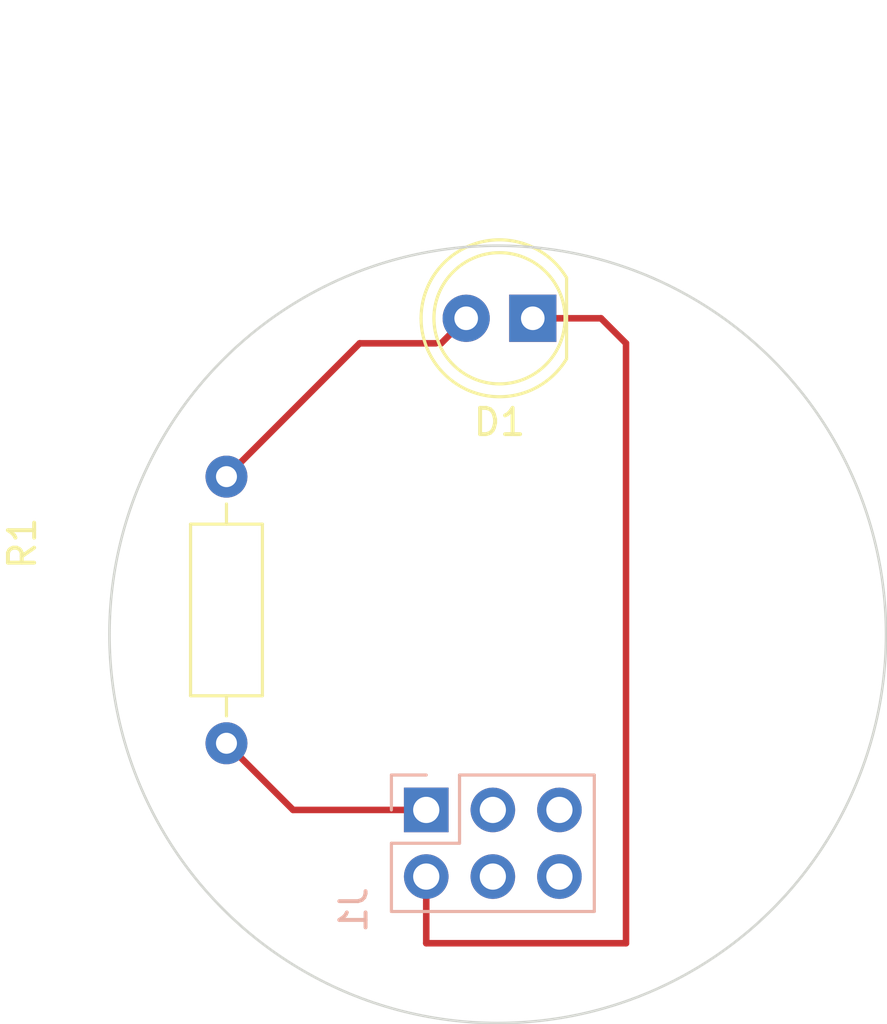
<source format=kicad_pcb>
(kicad_pcb (version 20221018) (generator pcbnew)

  (general
    (thickness 1.6)
  )

  (paper "A4")
  (layers
    (0 "F.Cu" signal)
    (31 "B.Cu" signal)
    (32 "B.Adhes" user "B.Adhesive")
    (33 "F.Adhes" user "F.Adhesive")
    (34 "B.Paste" user)
    (35 "F.Paste" user)
    (36 "B.SilkS" user "B.Silkscreen")
    (37 "F.SilkS" user "F.Silkscreen")
    (38 "B.Mask" user)
    (39 "F.Mask" user)
    (40 "Dwgs.User" user "User.Drawings")
    (41 "Cmts.User" user "User.Comments")
    (42 "Eco1.User" user "User.Eco1")
    (43 "Eco2.User" user "User.Eco2")
    (44 "Edge.Cuts" user)
    (45 "Margin" user)
    (46 "B.CrtYd" user "B.Courtyard")
    (47 "F.CrtYd" user "F.Courtyard")
    (48 "B.Fab" user)
    (49 "F.Fab" user)
    (50 "User.1" user)
    (51 "User.2" user)
    (52 "User.3" user)
    (53 "User.4" user)
    (54 "User.5" user)
    (55 "User.6" user)
    (56 "User.7" user)
    (57 "User.8" user)
    (58 "User.9" user)
  )

  (setup
    (pad_to_mask_clearance 0)
    (pcbplotparams
      (layerselection 0x00010fc_ffffffff)
      (plot_on_all_layers_selection 0x0000000_00000000)
      (disableapertmacros false)
      (usegerberextensions false)
      (usegerberattributes true)
      (usegerberadvancedattributes true)
      (creategerberjobfile true)
      (dashed_line_dash_ratio 12.000000)
      (dashed_line_gap_ratio 3.000000)
      (svgprecision 4)
      (plotframeref false)
      (viasonmask false)
      (mode 1)
      (useauxorigin false)
      (hpglpennumber 1)
      (hpglpenspeed 20)
      (hpglpendiameter 15.000000)
      (dxfpolygonmode true)
      (dxfimperialunits true)
      (dxfusepcbnewfont true)
      (psnegative false)
      (psa4output false)
      (plotreference true)
      (plotvalue true)
      (plotinvisibletext false)
      (sketchpadsonfab false)
      (subtractmaskfromsilk false)
      (outputformat 1)
      (mirror false)
      (drillshape 1)
      (scaleselection 1)
      (outputdirectory "")
    )
  )

  (net 0 "")
  (net 1 "Net-(D1-K)")
  (net 2 "Net-(D1-A)")
  (net 3 "unconnected-(J1-Pin_3-Pad3)")
  (net 4 "unconnected-(J1-Pin_4-Pad4)")
  (net 5 "Net-(J1-Pin_1)")
  (net 6 "unconnected-(J1-Pin_5-Pad5)")
  (net 7 "unconnected-(J1-Pin_6-Pad6)")

  (footprint "LED_THT:LED_D5.0mm" (layer "F.Cu") (at 98.043354 57.465623 180))

  (footprint "Resistor_THT:R_Axial_DIN0207_L6.3mm_D2.5mm_P10.16mm_Horizontal" (layer "F.Cu") (at 86.36 63.5 -90))

  (footprint "Connector_PinSocket_2.54mm:PinSocket_2x03_P2.54mm_Vertical" (layer "B.Cu") (at 93.98 81.28 -90))

  (gr_line (start 89.779005 75.482938) (end 89.704626 75.502495)
    (stroke (width 0) (type solid)) (layer "F.Mask") (tstamp 0002c5be-5ca3-41c4-8d4e-c7de0b506849))
  (gr_line (start 98.347129 74.866261) (end 98.330227 74.863642)
    (stroke (width 0) (type solid)) (layer "F.Mask") (tstamp 00143085-fdb5-4fd3-a436-7740ca6e75e3))
  (gr_line (start 89.328132 64.708946) (end 89.393253 64.766133)
    (stroke (width 0) (type solid)) (layer "F.Mask") (tstamp 00269726-5d14-4d29-9cdc-29275df74b6d))
  (gr_line (start 106.525431 66.697566) (end 106.527534 66.697468)
    (stroke (width 0) (type solid)) (layer "F.Mask") (tstamp 00289cb6-0805-49e6-a51f-78dd4d84f6f8))
  (gr_line (start 88.078995 72.955474) (end 88.065524 73.036621)
    (stroke (width 0) (type solid)) (layer "F.Mask") (tstamp 002b9de3-52de-4e4c-906f-43cb0b312a82))
  (gr_line (start 93.058476 81.736918) (end 92.47431 81.539259)
    (stroke (width 0) (type solid)) (layer "F.Mask") (tstamp 0033fc11-ebdb-4571-a2ed-7753476afefa))
  (gr_line (start 97.725784 69.19278) (end 97.74158 69.159922)
    (stroke (width 0) (type solid)) (layer "F.Mask") (tstamp 00355035-aa68-41e5-91d3-d3bd9a02e5f8))
  (gr_line (start 99.601988 71.385784) (end 99.600782 71.38439)
    (stroke (width 0) (type solid)) (layer "F.Mask") (tstamp 003b9c08-43d6-478e-b840-fb2260840b36))
  (gr_line (start 96.884525 80.071839) (end 96.806739 80.071839)
    (stroke (width 0) (type solid)) (layer "F.Mask") (tstamp 0043b2ea-21ca-4eea-a855-f510bd7cd08f))
  (gr_line (start 100.836908 72.298062) (end 100.800041 72.395105)
    (stroke (width 0) (type solid)) (layer "F.Mask") (tstamp 0044de0f-f77d-44af-ba49-6d972ba62429))
  (gr_line (start 93.851989 71.288013) (end 93.849932 71.280693)
    (stroke (width 0) (type solid)) (layer "F.Mask") (tstamp 004dcfd7-85ed-4f24-8d44-e5d57c151ee1))
  (gr_line (start 94.33044 66.816264) (end 94.311108 66.830596)
    (stroke (width 0) (type solid)) (layer "F.Mask") (tstamp 0052a084-426e-4754-8180-f15119050196))
  (gr_line (start 102.742563 79.808492) (end 102.729326 79.829737)
    (stroke (width 0) (type solid)) (layer "F.Mask") (tstamp 0080704a-4fe6-4e56-853b-3a1557b0131b))
  (gr_line (start 91.907729 63.945465) (end 91.903269 63.864657)
    (stroke (width 0) (type solid)) (layer "F.Mask") (tstamp 00870872-09d4-4226-a1c1-633a90bbbd55))
  (gr_line (start 98.833093 59.831518) (end 98.997429 59.903011)
    (stroke (width 0) (type solid)) (layer "F.Mask") (tstamp 008f531e-0f2a-40fd-a1f7-ed8f6e21209a))
  (gr_line (start 90.023605 71.217195) (end 90.02512 71.212279)
    (stroke (width 0) (type solid)) (layer "F.Mask") (tstamp 008fb96d-b66f-45d6-ac6d-e7d27ef7ee63))
  (gr_line (start 90.837928 62.256983) (end 90.838577 62.259631)
    (stroke (width 0) (type solid)) (layer "F.Mask") (tstamp 0099fc57-92ba-4578-803a-47b2b9daddec))
  (gr_line (start 93.447412 66.223724) (end 93.455321 66.242172)
    (stroke (width 0) (type solid)) (layer "F.Mask") (tstamp 00b821cf-6cd5-44de-93b9-b135bf9e4763))
  (gr_line (start 100.181147 71.256269) (end 100.170342 71.265302)
    (stroke (width 0) (type solid)) (layer "F.Mask") (tstamp 00cb1570-537e-4f09-9a90-521c98f93424))
  (gr_line (start 102.818289 69.69347) (end 102.91192 69.681007)
    (stroke (width 0) (type solid)) (layer "F.Mask") (tstamp 00cd4b3e-5d19-46be-9c85-6ab45339622d))
  (gr_line (start 93.218392 66.318325) (end 93.214419 66.311045)
    (stroke (width 0) (type solid)) (layer "F.Mask") (tstamp 00d40b85-2001-4d81-b082-44b8c5c6b3e7))
  (gr_line (start 98.881889 75.125577) (end 98.86898 75.123575)
    (stroke (width 0) (type solid)) (layer "F.Mask") (tstamp 00d8af3e-2d73-4c8b-bb21-a368a08eddf4))
  (gr_line (start 103.332317 69.773968) (end 103.279519 69.776409)
    (stroke (width 0) (type solid)) (layer "F.Mask") (tstamp 00df24ec-f2f9-42a5-9374-ec4d0938a806))
  (gr_line (start 87.392693 74.737395) (end 87.368284 74.70562)
    (stroke (width 0) (type solid)) (layer "F.Mask") (tstamp 00e0f7cb-7ad8-46f7-adfd-4bea35009939))
  (gr_line (start 106.479794 66.889038) (end 106.459257 66.894829)
    (stroke (width 0) (type solid)) (layer "F.Mask") (tstamp 00e4340c-4f95-4437-8746-b057ce078424))
  (gr_line (start 90.970471 78.808541) (end 90.974855 78.802729)
    (stroke (width 0) (type solid)) (layer "F.Mask") (tstamp 00e73fef-9530-4e56-90a6-74ad34089046))
  (gr_line (start 90.00682 71.245606) (end 90.010253 71.241501)
    (stroke (width 0) (type solid)) (layer "F.Mask") (tstamp 010fcb04-0951-4ddf-9fcd-14c6d0ebcdeb))
  (gr_line (start 94.672205 59.764678) (end 94.778749 59.726608)
    (stroke (width 0) (type solid)) (layer "F.Mask") (tstamp 01151682-dc6e-487e-9938-2e72ddb2daa2))
  (gr_line (start 91.679279 75.667953) (end 91.670779 75.699115)
    (stroke (width 0) (type solid)) (layer "F.Mask") (tstamp 012829a6-92c5-4d8a-85c4-8ad32cd90cc0))
  (gr_line (start 101.505817 78.483816) (end 101.497764 78.476311)
    (stroke (width 0) (type solid)) (layer "F.Mask") (tstamp 0137857e-6d2a-4581-ab70-0083a4501926))
  (gr_line (start 107.633524 69.011607) (end 107.568118 69.083247)
    (stroke (width 0) (type solid)) (layer "F.Mask") (tstamp 014d11a3-aa49-4413-b59d-131f572038e3))
  (gr_line (start 92.738204 71.808351) (end 92.738101 71.811075)
    (stroke (width 0) (type solid)) (layer "F.Mask") (tstamp 01500d3a-4111-41a8-91bc-0a46b31ef518))
  (gr_line (start 92.963003 75.847018) (end 92.959101 75.846664)
    (stroke (width 0) (type solid)) (layer "F.Mask") (tstamp 0164b609-25ee-4e67-bc94-4744568f53a4))
  (gr_line (start 89.241331 60.850789) (end 89.159749 60.903273)
    (stroke (width 0) (type solid)) (layer "F.Mask") (tstamp 016615a7-5547-4eee-a077-6cc37d80db8b))
  (gr_line (start 101.005521 71.703515) (end 100.98368 71.804169)
    (stroke (width 0) (type solid)) (layer "F.Mask") (tstamp 0168852e-f59e-48fb-81a9-2281a676648b))
  (gr_line (start 85.216481 68.196415) (end 85.173265 68.088293)
    (stroke (width 0) (type solid)) (layer "F.Mask") (tstamp 01764365-53f0-416a-8f97-ad07e8d2572e))
  (gr_line (start 99.776375 72.277991) (end 99.755474 72.322497)
    (stroke (width 0) (type solid)) (layer "F.Mask") (tstamp 0181b596-1dd6-4223-95a0-1d05e4fea461))
  (gr_line (start 101.42925 79.299906) (end 101.424238 79.261709)
    (stroke (width 0) (type solid)) (layer "F.Mask") (tstamp 018e7e0a-9a08-4116-96b7-6df9c40dd5d9))
  (gr_line (start 92.997215 65.500273) (end 93.002507 65.500484)
    (stroke (width 0) (type solid)) (layer "F.Mask") (tstamp 01945326-9b1c-41d2-9412-3ab123884b4d))
  (gr_line (start 92.954057 72.143019) (end 92.957024 72.141623)
    (stroke (width 0) (type solid)) (layer "F.Mask") (tstamp 01a10569-b15d-45dd-9ebb-2dd8795eebcb))
  (gr_line (start 102.318257 73.829583) (end 102.319509 73.815385)
    (stroke (width 0) (type solid)) (layer "F.Mask") (tstamp 01a11439-2ff9-456b-b446-13ccc535a2ef))
  (gr_line (start 105.855192 66.254903) (end 105.856607 66.210557)
    (stroke (width 0) (type solid)) (layer "F.Mask") (tstamp 01a6f3e6-ba5d-4304-8ba6-95af2d80ef44))
  (gr_line (start 90.80916 60.767554) (end 90.750534 60.741016)
    (stroke (width 0) (type solid)) (layer "F.Mask") (tstamp 01b46a67-fb17-472d-9127-310082676252))
  (gr_line (start 104.023284 75.572236) (end 103.94768 75.564638)
    (stroke (width 0) (type solid)) (layer "F.Mask") (tstamp 01bbe384-3da0-4a3a-b8f4-c99be3139091))
  (gr_line (start 91.961308 64.397287) (end 91.961754 64.381096)
    (stroke (width 0) (type solid)) (layer "F.Mask") (tstamp 01cafe3e-2310-4ce6-a1a2-30428e634ef9))
  (gr_line (start 91.131023 80.11907) (end 91.11054 80.101468)
    (stroke (width 0) (type solid)) (layer "F.Mask") (tstamp 01cf4bdd-0d7c-46a4-880f-85c2bc19000c))
  (gr_line (start 102.539792 62.238461) (end 102.540264 62.241096)
    (stroke (width 0) (type solid)) (layer "F.Mask") (tstamp 01d10c7a-ff41-4585-bd09-b61ec6869281))
  (gr_line (start 93.655084 57.553193) (end 94.263346 57.412807)
    (stroke (width 0) (type solid)) (layer "F.Mask") (tstamp 01d399c0-56d9-4b7d-abf5-d79e4461354b))
  (gr_line (start 106.249002 74.31756) (end 106.203416 74.399969)
    (stroke (width 0) (type solid)) (layer "F.Mask") (tstamp 01d5e27d-3f75-46e9-8ef6-5f89b9b99507))
  (gr_line (start 90.294152 76.865222) (end 90.335843 76.833245)
    (stroke (width 0) (type solid)) (layer "F.Mask") (tstamp 01df015b-e92b-4e26-8a9a-75cbd23a52f7))
  (gr_line (start 91.411569 76.672824) (end 91.372881 76.648601)
    (stroke (width 0) (type solid)) (layer "F.Mask") (tstamp 01e16ac1-d99f-4edc-b6be-d4ef635cc37d))
  (gr_line (start 107.232151 67.514099) (end 107.250898 67.471718)
    (stroke (width 0) (type solid)) (layer "F.Mask") (tstamp 01e1c616-2a05-4aa8-a76d-ed8afcd4e8e0))
  (gr_line (start 102.437593 61.503498) (end 102.423577 61.532465)
    (stroke (width 0) (type solid)) (layer "F.Mask") (tstamp 01e59c35-f69a-40d1-aec2-66d76c2faa87))
  (gr_line (start 104.068692 61.71582) (end 104.043842 61.67417)
    (stroke (width 0) (type solid)) (layer "F.Mask") (tstamp 01e69ce5-fca0-4053-a2d1-68ee75add017))
  (gr_line (start 104.490615 69.99516) (end 104.564919 70.03338)
    (stroke (width 0) (type solid)) (layer "F.Mask") (tstamp 01fd3e6a-08d1-458a-a4bb-0b032be8eeef))
  (gr_line (start 90.339043 64.231766) (end 88.253818 68.934954)
    (stroke (width 0.044097) (type solid)) (layer "F.Mask") (tstamp 02036235-918a-4648-93d1-240ca61a566d))
  (gr_line (start 103.566307 76.936903) (end 103.60092 76.973323)
    (stroke (width 0) (type solid)) (layer "F.Mask") (tstamp 0206b059-b8b3-402c-93c2-997309d51cde))
  (gr_line (start 98.103726 74.921011) (end 98.102829 74.923659)
    (stroke (width 0) (type solid)) (layer "F.Mask") (tstamp 021111e8-6540-40c3-9c57-7c20b0067056))
  (gr_line (start 102.74399 70.312609) (end 102.759529 70.287676)
    (stroke (width 0) (type solid)) (layer "F.Mask") (tstamp 021f1417-0888-4a4b-b863-cf333257c94e))
  (gr_line (start 101.298224 66.574998) (end 101.311562 66.571995)
    (stroke (width 0) (type solid)) (layer "F.Mask") (tstamp 0225e792-6ebd-4373-a50e-c97897373074))
  (gr_line (start 92.038197 76.951299) (end 92.006728 76.96636)
    (stroke (width 0) (type solid)) (layer "F.Mask") (tstamp 022bbb96-a063-4c98-97d7-0391f3161d33))
  (gr_line (start 99.697267 79.368659) (end 99.619479 79.368659)
    (stroke (width 0) (type solid)) (layer "F.Mask") (tstamp 0231fef8-cf70-44f2-a698-a987114ca667))
  (gr_line (start 90.132845 78.326602) (end 90.091488 78.274186)
    (stroke (width 0) (type solid)) (layer "F.Mask") (tstamp 02320227-1918-40ca-8a9d-662a090e8ac2))
  (gr_line (start 90.849719 61.371109) (end 90.870477 61.395691)
    (stroke (width 0) (type solid)) (layer "F.Mask") (tstamp 0241298d-f3aa-42a8-a480-62aaffaccc1b))
  (gr_line (start 91.460465 64.212801) (end 91.36755 64.190805)
    (stroke (width 0) (type solid)) (layer "F.Mask") (tstamp 024d2e98-8af5-4496-abc3-864fe1f80a5a))
  (gr_line (start 107.160409 65.382884) (end 107.223694 65.40148)
    (stroke (width 0) (type solid)) (layer "F.Mask") (tstamp 02500898-f502-442d-95ea-928217c70d45))
  (gr_line (start 91.090905 80.083339) (end 91.072103 80.064693)
    (stroke (width 0) (type solid)) (layer "F.Mask") (tstamp 0251eddd-3bcb-46bb-9923-74a05ed60fb4))
  (gr_line (start 104.359982 71.415395) (end 104.359166 71.414278)
    (stroke (width 0) (type solid)) (layer "F.Mask") (tstamp 0257b51e-1539-4b73-9d54-853f7f9594f4))
  (gr_line (start 91.776085 65.560547) (end 91.756823 65.487734)
    (stroke (width 0) (type solid)) (layer "F.Mask") (tstamp 0259b8ae-2b12-45bc-946c-c19fbde9b1d9))
  (gr_line (start 101.538191 76.594333) (end 101.564391 76.550023)
    (stroke (width 0) (type solid)) (layer "F.Mask") (tstamp 025cfa04-7a5e-45b1-9382-0eff8d1e6f31))
  (gr_line (start 105.888131 66.46928) (end 105.876139 66.427412)
    (stroke (width 0) (type solid)) (layer "F.Mask") (tstamp 02655a04-0fea-4b79-b38b-3b7d852b2342))
  (gr_line (start 106.298583 66.138895) (end 106.290382 66.152246)
    (stroke (width 0) (type solid)) (layer "F.Mask") (tstamp 02662bf1-d25d-4627-a6ee-b297262b98db))
  (gr_line (start 89.791223 60.643708) (end 89.754117 60.649262)
    (stroke (width 0) (type solid)) (layer "F.Mask") (tstamp 0268649a-63fa-4ac5-a867-14c4fd14b290))
  (gr_line (start 92.844463 78.625006) (end 92.736652 78.625195)
    (stroke (width 0) (type solid)) (layer "F.Mask") (tstamp 026e85c0-f785-4933-9bb4-d970c6dc8dbd))
  (gr_line (start 86.107422 67.444956) (end 86.120561 67.477413)
    (stroke (width 0) (type solid)) (layer "F.Mask") (tstamp 02775ae3-cab4-4b76-b0fc-b0a218eaca2c))
  (gr_line (start 101.440314 78.865574) (end 101.445496 78.848381)
    (stroke (width 0) (type solid)) (layer "F.Mask") (tstamp 0283d465-b1b6-4986-aab2-bd23ae9f8013))
  (gr_line (start 104.607008 73.418602) (end 104.572252 73.433464)
    (stroke (width 0) (type solid)) (layer "F.Mask") (tstamp 028c2cbd-98e4-4350-8aa0-4c96382b5fa5))
  (gr_line (start 106.375421 66.903366) (end 106.354078 66.902023)
    (stroke (width 0) (type solid)) (layer "F.Mask") (tstamp 028cb67e-9480-42de-9f0e-501b308a44ad))
  (gr_line (start 101.418689 64.27912) (end 101.416044 64.293934)
    (stroke (width 0) (type solid)) (layer "F.Mask") (tstamp 02a4a269-fe54-4d9e-8c33-ce4fafea7b72))
  (gr_line (start 95.660974 66.751652) (end 95.568077 66.781188)
    (stroke (width 0) (type solid)) (layer "F.Mask") (tstamp 02b407d2-0ead-43d1-8c4f-a4d3a7ee6673))
  (gr_line (start 90.282194 60.620526) (end 90.240719 60.616459)
    (stroke (width 0) (type solid)) (layer "F.Mask") (tstamp 02ca7c12-5ec1-41c9-b365-014b7b2a3423))
  (gr_line (start 93.360616 66.439668) (end 93.35349 66.434896)
    (stroke (width 0) (type solid)) (layer "F.Mask") (tstamp 02cc4a51-8e9a-484a-b3c1-a3c211ffa955))
  (gr_line (start 98.764557 70.303537) (end 98.736785 70.308406)
    (stroke (width 0) (type solid)) (layer "F.Mask") (tstamp 0312f8fc-cb60-4a09-af83-7014d462fdb8))
  (gr_line (start 104.089582 63.246162) (end 104.12038 63.193422)
    (stroke (width 0) (type solid)) (layer "F.Mask") (tstamp 0316383d-8281-4746-89ac-c438232c6e83))
  (gr_line (start 103.97278 60.761895) (end 104.005952 60.778169)
    (stroke (width 0) (type solid)) (layer "F.Mask") (tstamp 031b1f46-a345-4fe2-99f5-875d33527578))
  (gr_line (start 96.828444 76.180437) (end 96.829251 76.182359)
    (stroke (width 0) (type solid)) (layer "F.Mask") (tstamp 032860fa-07db-4829-846a-f63ab9114d27))
  (gr_line (start 103.784674 74.689903) (end 103.83177 74.698296)
    (stroke (width 0) (type solid)) (layer "F.Mask") (tstamp 0328aac5-123d-432a-9b7c-f0139baaa014))
  (gr_line (start 102.488004 66.395833) (end 102.572247 66.410004)
    (stroke (width 0) (type solid)) (layer "F.Mask") (tstamp 0334afb7-e9c2-41b0-8ea8-0aa4df29a677))
  (gr_line (start 91.363198 71.1536) (end 91.359922 71.160865)
    (stroke (width 0) (type solid)) (layer "F.Mask") (tstamp 0346f8bb-d2b3-4981-b865-11b61ac2e056))
  (gr_line (start 93.699346 66.744899) (end 93.690486 66.73624)
    (stroke (width 0) (type solid)) (layer "F.Mask") (tstamp 034a49a7-eb73-4af7-9609-6d38a139e178))
  (gr_line (start 91.352161 71.20267) (end 91.352846 71.209333)
    (stroke (width 0) (type solid)) (layer "F.Mask") (tstamp 034e5efb-ba35-4dd6-9fee-dacbf7ca8388))
  (gr_line (start 100.56956 75.384461) (end 100.563208 75.39636)
    (stroke (width 0) (type solid)) (layer "F.Mask") (tstamp 035c3bf7-8ac1-4f6d-9f29-959bbd0771da))
  (gr_line (start 90.645662 76.708323) (end 90.692163 76.70297)
    (stroke (width 0) (type solid)) (layer "F.Mask") (tstamp 035eac34-6f44-41bb-a818-e766d1b1acb3))
  (gr_line (start 99.936929 66.520536) (end 99.92786 66.531614)
    (stroke (width 0) (type solid)) (layer "F.Mask") (tstamp 0369869c-123e-43b1-ba53-57cac269ed67))
  (gr_line (start 88.303209 68.044377) (end 88.322233 68.029636)
    (stroke (width 0) (type solid)) (layer "F.Mask") (tstamp 036d9f98-18a7-4e80-b986-cfee58f06c98))
  (gr_line (start 97.900393 80.462325) (end 97.900393 80.227939)
    (stroke (width 0) (type solid)) (layer "F.Mask") (tstamp 03895809-7dd8-4603-b855-75a2fd376064))
  (gr_line (start 100.478714 80.462325) (end 100.400926 80.462325)
    (stroke (width 0) (type solid)) (layer "F.Mask") (tstamp 03a6cc46-ee08-470f-8d34-8bb4e831361b))
  (gr_line (start 100.538051 75.460445) (end 100.534311 75.474157)
    (stroke (width 0) (type solid)) (layer "F.Mask") (tstamp 03afc38a-bbc9-404b-bc03-cd7f1f1b6fa6))
  (gr_line (start 91.68853 77.340647) (end 91.697549 77.336603)
    (stroke (width 0) (type solid)) (layer "F.Mask") (tstamp 03b6b3fe-f988-40d3-b79a-d7e365a0091e))
  (gr_line (start 86.998426 66.05496) (end 86.985885 66.043497)
    (stroke (width 0) (type solid)) (layer "F.Mask") (tstamp 03b9e0a3-8d3f-4d6d-b987-a19cf8b4899e))
  (gr_line (start 106.029924 66.723402) (end 106.018427 66.709274)
    (stroke (width 0) (type solid)) (layer "F.Mask") (tstamp 03cc4391-ae66-4417-b2fd-d28eb90a7286))
  (gr_line (start 102.390421 61.623065) (end 102.382455 61.654262)
    (stroke (width 0) (type solid)) (layer "F.Mask") (tstamp 03d7e6c2-5d90-49a8-8b68-50487296d546))
  (gr_line (start 90.933214 73.033702) (end 90.939318 73.039137)
    (stroke (width 0) (type solid)) (layer "F.Mask") (tstamp 03d97e5b-65b9-49aa-85d1-b6b95bfcf7b8))
  (gr_line (start 90.96789 76.501565) (end 90.933704 76.497528)
    (stroke (width 0) (type solid)) (layer "F.Mask") (tstamp 03e4fd3b-937d-4115-8c0e-d2bf11315b89))
  (gr_line (start 101.471202 78.781113) (end 101.478862 78.764666)
    (stroke (width 0) (type solid)) (layer "F.Mask") (tstamp 03ed2667-8ff4-49c6-be9c-76434115501d))
  (gr_line (start 102.662582 76.752181) (end 102.70834 76.734261)
    (stroke (width 0) (type solid)) (layer "F.Mask") (tstamp 0416228e-8c41-4a37-a1fa-5fc781664c1f))
  (gr_line (start 101.033799 72.29127) (end 101.034558 72.289349)
    (stroke (width 0) (type solid)) (layer "F.Mask") (tstamp 041bf869-ec82-4a2d-80a3-c9763f468a5e))
  (gr_line (start 93.897373 66.229188) (end 93.966949 66.272377)
    (stroke (width 0) (type solid)) (layer "F.Mask") (tstamp 041ff167-2032-49a7-aa15-b557930e4cc1))
  (gr_line (start 94.001557 67.7234) (end 93.926411 67.795949)
    (stroke (width 0) (type solid)) (layer "F.Mask") (tstamp 042376b6-4195-45e1-825c-ec8f29ed639d))
  (gr_line (start 90.96943 78.682785) (end 90.966878 78.680841)
    (stroke (width 0) (type solid)) (layer "F.Mask") (tstamp 0425d562-9519-4aec-b2a8-1392c6ddfc9e))
  (gr_line (start 93.968685 75.904475) (end 93.969621 75.804393)
    (stroke (width 0) (type solid)) (layer "F.Mask") (tstamp 0429a4f6-c36f-4b41-974b-3f9f641f3447))
  (gr_line (start 93.861589 71.090642) (end 93.864204 71.087196)
    (stroke (width 0) (type solid)) (layer "F.Mask") (tstamp 043011bf-33f0-452a-be6e-49e07b26ec20))
  (gr_line (start 93.451879 66.545173) (end 93.439695 66.529948)
    (stroke (width 0) (type solid)) (layer "F.Mask") (tstamp 044026da-6c56-4ca6-8f2f-42cb104ddcbb))
  (gr_line (start 101.136961 66.526765) (end 101.140738 66.532515)
    (stroke (width 0) (type solid)) (layer "F.Mask") (tstamp 0445cdcc-2a9e-4e41-8116-a887de131f57))
  (gr_line (start 92.886112 75.784132) (end 92.883143 75.777474)
    (stroke (width 0) (type solid)) (layer "F.Mask") (tstamp 045305b3-cc03-4037-8787-503c72077805))
  (gr_line (start 91.706053 64.406168) (end 91.711711 64.383487)
    (stroke (width 0) (type solid)) (layer "F.Mask") (tstamp 0461c4b9-62fc-4333-8278-7559a859537f))
  (gr_line (start 93.30383 66.071189) (end 93.307706 66.070927)
    (stroke (width 0) (type solid)) (layer "F.Mask") (tstamp 04629428-7fcc-405e-a6ad-a5385974a79f))
  (gr_line (start 91.658502 75.752825) (end 91.649159 75.806144)
    (stroke (width 0) (type solid)) (layer "F.Mask") (tstamp 04768176-2cfa-48c1-b164-9fc7317e874c))
  (gr_line (start 98.380551 74.873707) (end 98.363903 74.869614)
    (stroke (width 0) (type solid)) (layer "F.Mask") (tstamp 0490f043-d06a-4172-8839-d7e19aaa748d))
  (gr_line (start 99.543986 75.51122) (end 99.543604 75.515279)
    (stroke (width 0) (type solid)) (layer "F.Mask") (tstamp 04a35a07-fff4-4754-b2bc-76c15367a21c))
  (gr_line (start 101.056009 71.397447) (end 101.041686 71.500174)
    (stroke (width 0) (type solid)) (layer "F.Mask") (tstamp 04a7f036-6922-4b13-aa30-66b1b1f35928))
  (gr_line (start 102.554963 71.529426) (end 102.553119 71.531109)
    (stroke (width 0) (type solid)) (layer "F.Mask") (tstamp 04b3c67f-ef5b-4d69-9e7f-7871f6c3925f))
  (gr_line (start 87.232349 74.506752) (end 87.189368 74.438729)
    (stroke (width 0) (type solid)) (layer "F.Mask") (tstamp 04bd89e1-b379-423c-a70b-9a37cf0daca0))
  (gr_line (start 98.564276 70.323311) (end 98.521249 70.322302)
    (stroke (width 0) (type solid)) (layer "F.Mask") (tstamp 04e09636-b492-457b-9a99-74fdafbaee3a))
  (gr_line (start 93.565004 66.65039) (end 93.549045 66.639214)
    (stroke (width 0) (type solid)) (layer "F.Mask") (tstamp 04ea06fc-6f0c-48cc-87bd-43922f5a2109))
  (gr_line (start 91.671461 76.219494) (end 91.685311 76.269624)
    (stroke (width 0) (type solid)) (layer "F.Mask") (tstamp 04f08863-3af8-473b-b666-de57a2e76bb6))
  (gr_line (start 91.458546 69.7205) (end 91.435397 69.694948)
    (stroke (width 0) (type solid)) (layer "F.Mask") (tstamp 0504801c-98ce-40f9-b3cc-ee066f80b921))
  (gr_line (start 100.743305 72.531574) (end 100.741947 72.536183)
    (stroke (width 0) (type solid)) (layer "F.Mask") (tstamp 050b3789-09a9-4503-b76a-4165c25b04a2))
  (gr_line (start 102.074796 61.731031) (end 102.069635 61.681253)
    (stroke (width 0) (type solid)) (layer "F.Mask") (tstamp 050b82ad-6433-431a-879a-3450831a4d9f))
  (gr_line (start 99.6003 66.786649) (end 99.588941 66.789974)
    (stroke (width 0) (type solid)) (layer "F.Mask") (tstamp 05129ac4-cb27-4b10-b510-6563dddce5e1))
  (gr_line (start 100.418205 75.845469) (end 100.414026 75.846096)
    (stroke (width 0) (type solid)) (layer "F.Mask") (tstamp 05148a49-735d-4ad0-9773-1cb54a728a0b))
  (gr_line (start 93.022507 75.144488) (end 93.035181 75.165297)
    (stroke (width 0) (type solid)) (layer "F.Mask") (tstamp 051e473e-e75f-4c3d-a9d7-cdd029494b9e))
  (gr_line (start 105.319879 73.158671) (end 105.316512 73.128867)
    (stroke (width 0) (type solid)) (layer "F.Mask") (tstamp 053a451d-9d2d-4bbf-809e-27aa6d6f1a59))
  (gr_line (start 100.115963 66.365318) (end 100.108742 66.371584)
    (stroke (width 0) (type solid)) (layer "F.Mask") (tstamp 054503ff-3b08-45f9-848e-5f707410f039))
  (gr_line (start 107.207854 69.40934) (end 107.128579 69.46757)
    (stroke (width 0) (type solid)) (layer "F.Mask") (tstamp 0557f1f9-3009-481c-b956-b3454532a8f8))
  (gr_line (start 101.267082 62.558325) (end 101.294027 62.642128)
    (stroke (width 0) (type solid)) (layer "F.Mask") (tstamp 05631d23-8862-4358-8b18-d0914cbff063))
  (gr_line (start 90.739141 76.700331) (end 90.786571 76.700271)
    (stroke (width 0) (type solid)) (layer "F.Mask") (tstamp 0565e7b3-dcfd-4221-ba06-ce3e8556d5f9))
  (gr_line (start 90.027295 71.197549) (end 90.027236 71.192642)
    (stroke (width 0) (type solid)) (layer "F.Mask") (tstamp 05751a15-470a-417d-afdc-5e154f8069f0))
  (gr_line (start 94.458244 66.600886) (end 94.460061 66.607449)
    (stroke (width 0) (type solid)) (layer "F.Mask") (tstamp 057f1360-eccb-4bed-bffe-bec402f5f563))
  (gr_line (start 104.086188 71.569327) (end 104.087159 71.571801)
    (stroke (width 0) (type solid)) (layer "F.Mask") (tstamp 0588f35d-3ec1-4bc8-833a-86ad5c11eb5d))
  (gr_line (start 97.509912 79.133758) (end 97.509912 79.212031)
    (stroke (width 0) (type solid)) (layer "F.Mask") (tstamp 058a4faf-55d1-407f-90ee-6c04f0b3ae09))
  (gr_line (start 99.356863 66.679243) (end 99.354997 66.671283)
    (stroke (width 0) (type solid)) (layer "F.Mask") (tstamp 0591bd48-d349-4c68-a273-8a4d525da11a))
  (gr_line (start 90.133071 69.762552) (end 90.161416 69.740608)
    (stroke (width 0) (type solid)) (layer "F.Mask") (tstamp 0599c5b5-48fb-43cf-8a3b-1ffe8b72f9a4))
  (gr_line (start 102.449943 69.490574) (end 102.441113 69.513881)
    (stroke (width 0) (type solid)) (layer "F.Mask") (tstamp 059df530-a25c-47e4-9327-088380081ce1))
  (gr_line (start 102.182389 77.225675) (end 102.191368 77.228926)
    (stroke (width 0) (type solid)) (layer "F.Mask") (tstamp 05c4b9a6-917b-4792-ac9f-ce38df085ce0))
  (gr_line (start 102.47263 76.866554) (end 102.499293 76.845266)
    (stroke (width 0) (type solid)) (layer "F.Mask") (tstamp 05db70d7-1a7e-4c65-ac98-5669529e510d))
  (gr_line (start 96.181836 79.212031) (end 96.181836 79.290353)
    (stroke (width 0) (type solid)) (layer "F.Mask") (tstamp 05dcc57f-1264-455b-94db-8942aa1cd272))
  (gr_line (start 88.557049 61.586971) (end 88.513357 61.667861)
    (stroke (width 0) (type solid)) (layer "F.Mask") (tstamp 05fbbdc7-22ed-4f93-acde-79762fa76b99))
  (gr_line (start 98.816974 75.10565) (end 98.803855 75.098597)
    (stroke (width 0) (type solid)) (layer "F.Mask") (tstamp 0617a2c9-93f0-48c3-a0dd-25d29d17e4d2))
  (gr_line (start 94.672431 71.157647) (end 94.675729 71.180808)
    (stroke (width 0) (type solid)) (layer "F.Mask") (tstamp 061e18df-7329-4b60-ae3b-5d7bb74dc7c1))
  (gr_line (start 104.153949 61.887158) (end 104.134698 61.843627)
    (stroke (width 0) (type solid)) (layer "F.Mask") (tstamp 061f6f05-559f-4943-a905-77be9ce3e75e))
  (gr_line (start 96.017568 73.432987) (end 96.069107 73.449597)
    (stroke (width 0) (type solid)) (layer "F.Mask") (tstamp 06292d3a-bad8-43ec-83ac-e8cd4d041469))
  (gr_line (start 94.520004 71.403335) (end 94.486148 71.423264)
    (stroke (width 0) (type solid)) (layer "F.Mask") (tstamp 062dbba1-6f29-4571-a642-1077c920dfc0))
  (gr_line (start 92.360744 74.734921) (end 92.41491 74.744632)
    (stroke (width 0) (type solid)) (layer "F.Mask") (tstamp 0632cf69-41cd-4d4f-b30b-1c947b5e6cc4))
  (gr_line (start 84.241084 69.082789) (end 84.289635 68.444308)
    (stroke (width 0) (type solid)) (layer "F.Mask") (tstamp 06390690-f2e0-489f-bb0d-a0cdac89f481))
  (gr_line (start 92.859373 71.468415) (end 92.841788 71.325929)
    (stroke (width 0) (type solid)) (layer "F.Mask") (tstamp 064d62a7-0cc3-4cfb-98a0-a083bd092c21))
  (gr_line (start 86.618132 69.70809) (end 86.51659 69.655289)
    (stroke (width 0) (type solid)) (layer "F.Mask") (tstamp 064f8d68-a663-44f1-ba34-5a337d95cabd))
  (gr_line (start 101.079672 72.296165) (end 101.066257 72.302657)
    (stroke (width 0) (type solid)) (layer "F.Mask") (tstamp 064fd96d-02d1-42f9-bdaa-c188e22e6c11))
  (gr_line (start 90.119313 74.477398) (end 90.166673 74.444523)
    (stroke (width 0) (type solid)) (layer "F.Mask") (tstamp 0654781f-6d45-43e6-aabf-0aa8fcec1acc))
  (gr_line (start 91.900035 64.914701) (end 91.894566 64.856432)
    (stroke (width 0) (type solid)) (layer "F.Mask") (tstamp 06558c9f-6457-4fea-823a-9d356bcc4c81))
  (gr_line (start 102.58016 70.820052) (end 102.583209 70.780792)
    (stroke (width 0) (type solid)) (layer "F.Mask") (tstamp 065b5694-3aed-4cc5-ab29-47f3eafbc7ae))
  (gr_line (start 102.861971 74.230468) (end 102.891963 74.264037)
    (stroke (width 0) (type solid)) (layer "F.Mask") (tstamp 065b72eb-cd42-49d9-9dca-bb1e88d78518))
  (gr_line (start 101.238389 62.475053) (end 101.267082 62.558325)
    (stroke (width 0) (type solid)) (layer "F.Mask") (tstamp 065ceac8-d9ad-430b-958c-efb3d1721b26))
  (gr_line (start 88.983386 72.214227) (end 88.983693 72.165443)
    (stroke (width 0) (type solid)) (layer "F.Mask") (tstamp 066221a8-fd8e-44ba-a9bb-55cf373716a6))
  (gr_line (start 92.73258 78.625204) (end 92.728463 78.625313)
    (stroke (width 0) (type solid)) (layer "F.Mask") (tstamp 0663a74b-251e-43c9-a79d-924bffc6d006))
  (gr_line (start 91.29497 61.780112) (end 91.303184 61.731031)
    (stroke (width 0) (type solid)) (layer "F.Mask") (tstamp 06645fb4-b5fb-40ad-9b4f-386b5d149091))
  (gr_line (start 100.287275 75.753415) (end 100.273815 75.727191)
    (stroke (width 0) (type solid)) (layer "F.Mask") (tstamp 066bbfae-ff23-4e89-93a9-21acad340728))
  (gr_line (start 93.584147 74.387167) (end 93.575312 74.373364)
    (stroke (width 0) (type solid)) (layer "F.Mask") (tstamp 067f5794-6b26-4206-92fa-a1777d887549))
  (gr_line (start 88.670172 74.531107) (end 88.704231 74.555724)
    (stroke (width 0) (type solid)) (layer "F.Mask") (tstamp 06820762-bc7d-4955-b358-daf122fdba6d))
  (gr_line (start 88.914271 71.658784) (end 88.894507 71.725117)
    (stroke (width 0) (type solid)) (layer "F.Mask") (tstamp 0682bcb1-789d-495d-ae56-42fe9c71db21))
  (gr_line (start 94.852144 69.90837) (end 94.839951 69.882352)
    (stroke (width 0) (type solid)) (layer "F.Mask") (tstamp 0687d443-37f5-444a-b2bc-e084df17034a))
  (gr_line (start 102.604924 70.186483) (end 102.580249 70.226607)
    (stroke (width 0) (type solid)) (layer "F.Mask") (tstamp 0691d8b6-553c-4b1f-996d-08b593c20a2b))
  (gr_line (start 99.286161 69.94412) (end 99.264911 69.973437)
    (stroke (width 0) (type solid)) (layer "F.Mask") (tstamp 069253f9-553d-4623-afcc-c8ced4a2dfb8))
  (gr_line (start 86.980219 66.666152) (end 86.992825 66.658834)
    (stroke (width 0) (type solid)) (layer "F.Mask") (tstamp 06a0beb2-738f-4159-94a0-17da83b65609))
  (gr_line (start 103.398737 72.834739) (end 103.394588 72.836362)
    (stroke (width 0) (type solid)) (layer "F.Mask") (tstamp 06a40a9e-993a-4c99-9a6d-99a4b8bc3800))
  (gr_line (start 90.974855 78.802729) (end 90.978954 78.796863)
    (stroke (width 0) (type solid)) (layer "F.Mask") (tstamp 06a7c537-4101-414d-9f5b-0298f7982828))
  (gr_line (start 103.919041 64.822689) (end 103.85279 64.878606)
    (stroke (width 0) (type solid)) (layer "F.Mask") (tstamp 06aa163c-a00e-4ef9-84a5-84c0f01c24c5))
  (gr_line (start 102.469197 71.258651) (end 102.49407 71.331028)
    (stroke (width 0) (type solid)) (layer "F.Mask") (tstamp 06ae2daf-e7c1-4734-b060-526214ce80eb))
  (gr_line (start 91.925231 64.542801) (end 91.927373 64.536903)
    (stroke (width 0) (type solid)) (layer "F.Mask") (tstamp 06b12f5e-f393-41c1-94c2-2b40697cac08))
  (gr_line (start 91.27427 64.170157) (end 91.180728 64.150473)
    (stroke (width 0) (type solid)) (layer "F.Mask") (tstamp 06b2fff2-81fa-408c-ac38-e3bcae9cc660))
  (gr_line (start 99.308602 69.148052) (end 99.326491 69.187224)
    (stroke (width 0) (type solid)) (layer "F.Mask") (tstamp 06c01a87-05ea-43f5-9716-4e3aa622cdbb))
  (gr_line (start 98.134769 80.618905) (end 98.056496 80.618905)
    (stroke (width 0) (type solid)) (layer "F.Mask") (tstamp 06c5e0ef-3ccc-48a3-b333-c9dcae97368f))
  (gr_line (start 86.128351 69.390303) (end 86.035554 69.311014)
    (stroke (width 0) (type solid)) (layer "F.Mask") (tstamp 06d6a194-d9cb-4714-807e-b995dfbc5646))
  (gr_line (start 89.728957 63.710957) (end 89.683509 63.678542)
    (stroke (width 0) (type solid)) (layer "F.Mask") (tstamp 06fd887a-a950-4561-aae3-7c2caf27afe3))
  (gr_line (start 90.227229 66.593572) (end 90.29382 66.563977)
    (stroke (width 0) (type solid)) (layer "F.Mask") (tstamp 06fd9051-8519-40c2-8ab5-7cd47f873873))
  (gr_line (start 93.880755 71.33474) (end 93.878069 71.332093)
    (stroke (width 0) (type solid)) (layer "F.Mask") (tstamp 07123b93-f40f-4f7c-a390-fb7719f955bd))
  (gr_line (start 93.879733 71.071679) (end 93.887075 71.066256)
    (stroke (width 0) (type solid)) (layer "F.Mask") (tstamp 071aa543-bc36-4b9a-bc7f-474fefa3d0e6))
  (gr_line (start 99.330214 71.129639) (end 99.330021 71.122856)
    (stroke (width 0) (type solid)) (layer "F.Mask") (tstamp 0722c963-1be6-4da0-99cc-2a80e1ee4c73))
  (gr_line (start 91.701381 76.319436) (end 91.719601 76.368939)
    (stroke (width 0) (type solid)) (layer "F.Mask") (tstamp 07355299-93d5-4255-b9b6-1ef57fa0e418))
  (gr_line (start 98.056496 80.618905) (end 98.056496 80.540631)
    (stroke (width 0) (type solid)) (layer "F.Mask") (tstamp 0740603f-7ea1-476d-962d-b588b7111a45))
  (gr_line (start 92.242638 66.510904) (end 92.245832 66.50375)
    (stroke (width 0) (type solid)) (layer "F.Mask") (tstamp 07483619-592b-4c30-a2ba-5fda5a5cd063))
  (gr_line (start 92.285272 66.354206) (end 92.288379 66.340488)
    (stroke (width 0) (type solid)) (layer "F.Mask") (tstamp 074e23c2-1290-490f-900e-fa479f75a44f))
  (gr_line (start 90.831056 79.148774) (end 90.836528 79.1157)
    (stroke (width 0) (type solid)) (layer "F.Mask") (tstamp 075376fa-6ef3-4e48-a795-7bb1b4651732))
  (gr_line (start 102.354015 73.659285) (end 102.35635 73.65418)
    (stroke (width 0) (type solid)) (layer "F.Mask") (tstamp 0761030e-0bea-45ae-83e4-90df92bc50bc))
  (gr_line (start 94.235306 67.517142) (end 94.15598 67.583966)
    (stroke (width 0) (type solid)) (layer "F.Mask") (tstamp 076c1b5b-6ac1-4c4c-ab1d-4527c8aa1c13))
  (gr_line (start 102.252049 77.211037) (end 102.253919 77.207561)
    (stroke (width 0) (type solid)) (layer "F.Mask") (tstamp 076dea5b-873a-4ebb-b90e-823f9c8448ae))
  (gr_line (start 99.91748 67.986374) (end 100.027874 68.103181)
    (stroke (width 0) (type solid)) (layer "F.Mask") (tstamp 077008de-1b08-4396-a806-42cf89e41de3))
  (gr_line (start 89.839296 70.806109) (end 89.82408 70.753559)
    (stroke (width 0) (type solid)) (layer "F.Mask") (tstamp 07767cbe-1dfa-419d-a9ca-feb8f1bd3a21))
  (gr_line (start 91.624432 80.328569) (end 91.57979 80.322441)
    (stroke (width 0) (type solid)) (layer "F.Mask") (tstamp 077f3fed-69be-4938-be19-b8ef1a55a09e))
  (gr_line (start 104.79366 71.542724) (end 104.766378 71.528249)
    (stroke (width 0) (type solid)) (layer "F.Mask") (tstamp 078b34a7-d4ea-4c7b-b845-92b4780680ca))
  (gr_line (start 97.648158 66.618424) (end 97.546478 66.604827)
    (stroke (width 0) (type solid)) (layer "F.Mask") (tstamp 078c44e5-b42c-4d95-ad74-fb2eb3b77049))
  (gr_line (start 89.083666 71.763671) (end 89.09934 71.730408)
    (stroke (width 0) (type solid)) (layer "F.Mask") (tstamp 078e5018-cfbc-4d0e-ab3e-9ebdfb102793))
  (gr_line (start 90.283995 78.480963) (end 90.267448 78.467263)
    (stroke (width 0) (type solid)) (layer "F.Mask") (tstamp 07904d77-f6ef-44fb-a86f-2a2af6924864))
  (gr_line (start 100.704061 74.832896) (end 100.757685 74.809182)
    (stroke (width 0) (type solid)) (layer "F.Mask") (tstamp 079b874e-8458-4533-96c3-bad2b508c532))
  (gr_line (start 102.82186 69.95058) (end 102.786063 69.979275)
    (stroke (width 0) (type solid)) (layer "F.Mask") (tstamp 07b33beb-0255-48f7-bda6-05577a803ae3))
  (gr_line (start 101.375539 66.216471) (end 101.372978 66.213987)
    (stroke (width 0) (type solid)) (layer "F.Mask") (tstamp 07b90a12-69a7-4c9c-a6f7-ffcf0980b6a6))
  (gr_line (start 100.10746 66.082267) (end 100.112788 66.085412)
    (stroke (width 0) (type solid)) (layer "F.Mask") (tstamp 07bc9adc-29a4-43cd-b37e-6719f4d46cf3))
  (gr_line (start 104.395696 70.487105) (end 104.376139 70.423803)
    (stroke (width 0) (type solid)) (layer "F.Mask") (tstamp 07bcf9b4-6510-4ecf-b941-612bb0250037))
  (gr_line (start 91.72539 77.059766) (end 91.72396 77.056117)
    (stroke (width 0) (type solid)) (layer "F.Mask") (tstamp 07c253c0-b99c-43e3-8a13-9900add0725c))
  (gr_line (start 102.755235 79.786924) (end 102.742563 79.808492)
    (stroke (width 0) (type solid)) (layer "F.Mask") (tstamp 07c4731b-2720-4016-9cac-34629dfe7644))
  (gr_line (start 102.390501 69.752348) (end 102.39083 69.754264)
    (stroke (width 0) (type solid)) (layer "F.Mask") (tstamp 07d26283-53e3-4868-99c9-b25cfbc20768))
  (gr_line (start 100.254685 71.010945) (end 100.258671 71.027755)
    (stroke (width 0) (type solid)) (layer "F.Mask") (tstamp 07e1f05a-1c13-444e-b2ce-b4c269ebdb61))
  (gr_line (start 99.226343 69.020445) (end 99.240125 69.037703)
    (stroke (width 0) (type solid)) (layer "F.Mask") (tstamp 07e27cda-59f7-42fb-a4f8-d8c0881c05bc))
  (gr_line (start 100.240266 70.978509) (end 100.242086 70.981335)
    (stroke (width 0) (type solid)) (layer "F.Mask") (tstamp 07e9eb0d-0c09-4007-a55a-fe116eb84e6d))
  (gr_line (start 104.288348 62.659044) (end 104.29256 62.594134)
    (stroke (width 0) (type solid)) (layer "F.Mask") (tstamp 07edb6ce-b888-403e-ae5d-8ec76537d231))
  (gr_line (start 103.66047 60.65595) (end 103.696661 60.663739)
    (stroke (width 0) (type solid)) (layer "F.Mask") (tstamp 08076c42-7ace-49b9-80a4-217098effd9a))
  (gr_line (start 99.946156 66.509707) (end 99.936929 66.520536)
    (stroke (width 0) (type solid)) (layer "F.Mask") (tstamp 080ff0d3-96c8-4c37-9048-87552690d8e1))
  (gr_line (start 89.666517 70.185618) (end 89.64778 70.264371)
    (stroke (width 0) (type solid)) (layer "F.Mask") (tstamp 081cfbc0-dccd-4d61-ad40-14030d9d8d05))
  (gr_line (start 90.980246 76.723074) (end 91.029517 76.733855)
    (stroke (width 0) (type solid)) (layer "F.Mask") (tstamp 08262443-3422-4351-847e-523462dbabe8))
  (gr_line (start 98.361265 68.717592) (end 98.40953 68.713259)
    (stroke (width 0) (type solid)) (layer "F.Mask") (tstamp 082abd8e-557f-487c-97b2-5618f3961600))
  (gr_line (start 91.729715 70.750347) (end 91.735034 70.706087)
    (stroke (width 0) (type solid)) (layer "F.Mask") (tstamp 0831c423-1801-4f88-bd7d-4bf5da2cf2e7))
  (gr_line (start 102.468203 73.604359) (end 102.470316 73.606656)
    (stroke (width 0) (type solid)) (layer "F.Mask") (tstamp 0834e269-2011-4897-aaa7-0d6f664ba02a))
  (gr_line (start 89.202377 63.083542) (end 89.178228 63.02652)
    (stroke (width 0) (type solid)) (layer "F.Mask") (tstamp 083c2058-bdc3-4d31-b657-47334452ba8b))
  (gr_line (start 95.043545 70.150434) (end 95.009556 70.120199)
    (stroke (width 0) (type solid)) (layer "F.Mask") (tstamp 083f6ad9-802d-47f0-9139-92ce3ef75015))
  (gr_line (start 100.418228 65.525009) (end 100.422248 65.530201)
    (stroke (width 0) (type solid)) (layer "F.Mask") (tstamp 083fb61c-9791-45ff-b707-3bf190a86dca))
  (gr_line (start 102.793031 70.239534) (end 102.81109 70.216396)
    (stroke (width 0) (type solid)) (layer "F.Mask") (tstamp 084066cb-a886-495b-845c-5972fd068811))
  (gr_line (start 104.86462 61.667861) (end 104.906153 61.750415)
    (stroke (width 0) (type solid)) (layer "F.Mask") (tstamp 08578733-c8de-4bbc-90d1-7c0b56c52a3c))
  (gr_line (start 100.951538 78.437632) (end 100.951597 78.439823)
    (stroke (width 0) (type solid)) (layer "F.Mask") (tstamp 085bb2cd-3d65-4767-bd8a-ec8c3ea5ec0b))
  (gr_line (start 107.096037 65.36679) (end 107.160409 65.382884)
    (stroke (width 0) (type solid)) (layer "F.Mask") (tstamp 085dba14-c01d-4a86-99aa-9653652a94e7))
  (gr_line (start 91.931604 65.959412) (end 91.875375 65.824485)
    (stroke (width 0) (type solid)) (layer "F.Mask") (tstamp 085dc372-6d6a-4c85-b099-a4a923b9f748))
  (gr_line (start 95.985147 68.7774) (end 96.033932 68.797411)
    (stroke (width 0) (type solid)) (layer "F.Mask") (tstamp 08644bd5-0213-45dc-88d7-98f5e6b085c3))
  (gr_line (start 95.243756 79.212031) (end 95.243756 79.133758)
    (stroke (width 0) (type solid)) (layer "F.Mask") (tstamp 0873d5bb-bda9-456c-83fd-28c3949b4d2e))
  (gr_line (start 104.651028 71.479282) (end 104.589634 71.460182)
    (stroke (width 0) (type solid)) (layer "F.Mask") (tstamp 0884d69c-773d-412c-959c-c471322f0318))
  (gr_line (start 102.673293 71.680486) (end 102.705381 71.663532)
    (stroke (width 0) (type solid)) (layer "F.Mask") (tstamp 08895a68-145f-41de-b95c-7c91e2ae1b17))
  (gr_line (start 104.247399 70.62155) (end 104.259838 70.677732)
    (stroke (width 0) (type solid)) (layer "F.Mask") (tstamp 08904c08-6915-458d-b9c9-9fbe9bbd78a0))
  (gr_line (start 104.319386 79.804462) (end 103.826468 80.154983)
    (stroke (width 0) (type solid)) (layer "F.Mask") (tstamp 089b8e63-ace1-4b6c-a15c-0f9f06a736a5))
  (gr_line (start 89.691118 70.107312) (end 89.666517 70.185618)
    (stroke (width 0) (type solid)) (layer "F.Mask") (tstamp 08a207eb-e4bf-42b8-886d-f1ba59f0c67b))
  (gr_line (start 98.760155 80.306212) (end 98.837942 80.306212)
    (stroke (width 0) (type solid)) (layer "F.Mask") (tstamp 08a34f27-1691-4a4e-8b83-cfd3885e2fc1))
  (gr_line (start 94.882471 82.157284) (end 94.263346 82.04672)
    (stroke (width 0) (type solid)) (layer "F.Mask") (tstamp 08a8fa57-14e6-47d3-8f4f-6941233308eb))
  (gr_line (start 100.244335 80.306212) (end 100.244335 80.150111)
    (stroke (width 0) (type solid)) (layer "F.Mask") (tstamp 08abd028-75b3-43a4-9750-9fa7e6f94c60))
  (gr_line (start 93.24129 66.099216) (end 93.246738 66.094346)
    (stroke (width 0) (type solid)) (layer "F.Mask") (tstamp 08bdf1af-9d14-4d50-be9d-4e4e686353bd))
  (gr_line (start 88.604264 74.479192) (end 88.636857 74.505589)
    (stroke (width 0) (type solid)) (layer "F.Mask") (tstamp 08c39c12-1084-453a-8376-c43280b4ac74))
  (gr_line (start 106.610631 66.8046) (end 106.607192 66.809613)
    (stroke (width 0) (type solid)) (layer "F.Mask") (tstamp 08d01d1c-5509-4703-8db8-818816cc934a))
  (gr_line (start 104.145194 71.603098) (end 104.154979 71.601885)
    (stroke (width 0) (type solid)) (layer "F.Mask") (tstamp 08d05cc0-1f4f-4332-8075-de3d0837423b))
  (gr_line (start 88.797842 70.123341) (end 88.966209 70.056039)
    (stroke (width 0) (type solid)) (layer "F.Mask") (tstamp 08d9eea1-34d8-4eba-abfa-4a04052f6d2e))
  (gr_line (start 93.044327 75.813844) (end 93.041922 75.816408)
    (stroke (width 0) (type solid)) (layer "F.Mask") (tstamp 08dad86e-93cd-4d7e-a555-b30474b00c70))
  (gr_line (start 101.364894 66.165023) (end 101.365908 66.159487)
    (stroke (width 0) (type solid)) (layer "F.Mask") (tstamp 08f304cc-3b12-4541-9f9e-4cb6341fab1a))
  (gr_line (start 102.664745 70.472007) (end 102.676525 70.444453)
    (stroke (width 0) (type solid)) (layer "F.Mask") (tstamp 08f57fdd-af4f-4e0c-8b63-4d18ee72d938))
  (gr_line (start 101.450273 79.413594) (end 101.44228 79.37585)
    (stroke (width 0) (type solid)) (layer "F.Mask") (tstamp 08f82d38-c91e-402d-b6c7-10841e9b3ec8))
  (gr_line (start 106.246458 66.483696) (end 106.250927 66.498959)
    (stroke (width 0) (type solid)) (layer "F.Mask") (tstamp 08f8a783-cc36-4c3d-a7d2-8ec4b3282684))
  (gr_line (start 91.53854 70.235401) (end 91.553284 70.294521)
    (stroke (width 0) (type solid)) (layer "F.Mask") (tstamp 090fa82f-060c-470e-9ac6-16f544bc4168))
  (gr_line (start 93.988236 66.575691) (end 93.991694 66.579328)
    (stroke (width 0) (type solid)) (layer "F.Mask") (tstamp 0914ab0c-54f6-4e9e-9567-9aba9f63ff2f))
  (gr_line (start 103.200804 69.166587) (end 103.167466 69.159119)
    (stroke (width 0) (type solid)) (layer "F.Mask") (tstamp 091ab296-0dfc-4b91-85b3-134e52db8389))
  (gr_line (start 104.623961 75.529689) (end 104.549496 75.544537)
    (stroke (width 0) (type solid)) (layer "F.Mask") (tstamp 09232319-c6f5-4161-8f5c-681a6f0632f6))
  (gr_line (start 88.886481 74.664462) (end 88.933244 74.686212)
    (stroke (width 0) (type solid)) (layer "F.Mask") (tstamp 09269a4f-fd8b-4a8b-b9f2-ce3390ba64bd))
  (gr_line (start 104.271007 62.298459) (end 104.262646 62.251108)
    (stroke (width 0) (type solid)) (layer "F.Mask") (tstamp 0933e1f5-e161-4af4-a1d5-098a4142ddca))
  (gr_line (start 94.597405 71.025134) (end 94.60456 71.029144)
    (stroke (width 0) (type solid)) (layer "F.Mask") (tstamp 09395c7d-fab1-4123-840d-c8d73a88428a))
  (gr_line (start 102.597838 61.304186) (end 102.573469 61.325285)
    (stroke (width 0) (type solid)) (layer "F.Mask") (tstamp 094aacfb-5825-4cbb-ab8f-c06a5c72238b))
  (gr_line (start 86.769262 66.816376) (end 86.764704 66.810985)
    (stroke (width 0) (type solid)) (layer "F.Mask") (tstamp 094d7641-d600-4cee-8083-d9ea4f3fe22e))
  (gr_line (start 90.964263 78.679063) (end 90.961588 78.677442)
    (stroke (width 0) (type solid)) (layer "F.Mask") (tstamp 09534b88-f3c2-4a96-94a0-8787cd65c7af))
  (gr_line (start 106.332597 66.89936) (end 106.310984 66.895413)
    (stroke (width 0) (type solid)) (layer "F.Mask") (tstamp 0958620b-187f-4a9f-95b8-eb0ead94b40d))
  (gr_line (start 101.034558 72.289349) (end 101.036162 72.285593)
    (stroke (width 0) (type solid)) (layer "F.Mask") (tstamp 096806dd-652c-4705-b5ab-8565fe23c01a))
  (gr_line (start 93.959735 66.767477) (end 93.954691 66.771364)
    (stroke (width 0) (type solid)) (layer "F.Mask") (tstamp 0969b1c2-c944-4f67-b493-c7b6d7030cf0))
  (gr_line (start 101.240197 71.295176) (end 101.247966 71.183844)
    (stroke (width 0) (type solid)) (layer "F.Mask") (tstamp 0976fd7e-fdea-4f72-bc84-a464db634b99))
  (gr_line (start 98.156231 70.243613) (end 98.118401 70.226817)
    (stroke (width 0) (type solid)) (layer "F.Mask") (tstamp 097d193e-4d75-4898-9f92-b7a72372b2d4))
  (gr_line (start 101.383529 62.982902) (end 101.401137 63.069546)
    (stroke (width 0) (type solid)) (layer "F.Mask") (tstamp 0988f788-9c5a-4bdd-9a60-4e15de0e0e6b))
  (gr_line (start 90.721827 72.58681) (end 90.718981 72.589941)
    (stroke (width 0) (type solid)) (layer "F.Mask") (tstamp 098a1015-22fc-4471-82e4-b1d0b4a2f8d3))
  (gr_line (start 93.314643 65.785127) (end 93.37536 65.839636)
    (stroke (width 0) (type solid)) (layer "F.Mask") (tstamp 09933a53-0b6b-4317-887f-299010e9196c))
  (gr_line (start 100.557424 68.489438) (end 100.509167 68.418384)
    (stroke (width 0) (type solid)) (layer "F.Mask") (tstamp 09990fb4-1f4e-4039-b9d6-741d5fb29809))
  (gr_line (start 88.370177 72.266446) (end 88.346341 72.296721)
    (stroke (width 0) (type solid)) (layer "F.Mask") (tstamp 099dea25-4389-40c2-bf7f-d4887c51b166))
  (gr_line (start 102.749296 76.527006) (end 102.748099 76.528694)
    (stroke (width 0) (type solid)) (layer "F.Mask") (tstamp 09afba16-ed06-42c9-b7a0-6ad19ec00fa2))
  (gr_line (start 101.729534 76.03147) (end 101.731909 75.98122)
    (stroke (width 0) (type solid)) (layer "F.Mask") (tstamp 09b55f6d-7593-4922-98ce-dacd0a81964e))
  (gr_line (start 106.522483 72.473286) (end 106.533615 72.567064)
    (stroke (width 0) (type solid)) (layer "F.Mask") (tstamp 09b5bdbe-db72-44ec-a451-30f3abbaee89))
  (gr_line (start 89.309263 61.71582) (end 89.334113 61.67417)
    (stroke (width 0) (type solid)) (layer "F.Mask") (tstamp 09b6c39e-bb0c-49fb-8ada-0af19bcf6ab3))
  (gr_line (start 102.534402 71.543065) (end 102.523187 71.548859)
    (stroke (width 0) (type solid)) (layer "F.Mask") (tstamp 09c4db35-105f-4a93-9a97-79966844cffa))
  (gr_line (start 102.519927 62.191631) (end 102.523102 62.198177)
    (stroke (width 0) (type solid)) (layer "F.Mask") (tstamp 09d13088-400a-4f7a-8e3a-e79f69d66a0d))
  (gr_line (start 103.777745 69.816122) (end 103.743426 69.804996)
    (stroke (width 0) (type solid)) (layer "F.Mask") (tstamp 09d2157c-ceca-4a60-ab62-efd621964ac5))
  (gr_line (start 94.015261 66.642398) (end 94.015471 66.654775)
    (stroke (width 0) (type solid)) (layer "F.Mask") (tstamp 09d589a3-f323-42b1-b81a-3c32b46208d9))
  (gr_line (start 102.758127 76.342687) (end 102.757215 76.379535)
    (stroke (width 0) (type solid)) (layer "F.Mask") (tstamp 09dc853f-dd0b-4cec-a3ba-cf1d5caf7f1f))
  (gr_line (start 92.917948 75.829104) (end 92.915435 75.826902)
    (stroke (width 0) (type solid)) (layer "F.Mask") (tstamp 09e8dc1f-39e2-471c-b03f-a9e1dd92a2d1))
  (gr_line (start 93.367608 66.444668) (end 93.360616 66.439668)
    (stroke (width 0) (type solid)) (layer "F.Mask") (tstamp 09f1a96a-0aaa-4259-b28e-b6799292c1c6))
  (gr_line (start 95.243756 80.540631) (end 95.16597 80.540631)
    (stroke (width 0) (type solid)) (layer "F.Mask") (tstamp 09fb3645-41c2-4f0c-850b-567f77562380))
  (gr_line (start 84.620537 72.871802) (end 84.480152 72.263541)
    (stroke (width 0) (type solid)) (layer "F.Mask") (tstamp 09fdd555-5a41-4606-bb35-50b81ce0db2a))
  (gr_line (start 92.864949 75.720703) (end 92.862502 75.709138)
    (stroke (width 0) (type solid)) (layer "F.Mask") (tstamp 0a0dd248-2cc7-4e94-a98a-863ff181a552))
  (gr_line (start 91.536693 74.925161) (end 91.614519 74.885034)
    (stroke (width 0) (type solid)) (layer "F.Mask") (tstamp 0a1d0875-94ab-43c7-8736-708e826565c3))
  (gr_line (start 94.818716 69.829147) (end 94.801668 69.774558)
    (stroke (width 0) (type solid)) (layer "F.Mask") (tstamp 0a2c38af-9658-4613-adb1-395ce8f0c46d))
  (gr_line (start 101.066257 72.302657) (end 101.040289 72.315004)
    (stroke (width 0) (type solid)) (layer "F.Mask") (tstamp 0a2e5fc4-484f-432f-a05e-c82d0661d4ce))
  (gr_line (start 100.166638 60.692726) (end 100.206785 60.733134)
    (stroke (width 0) (type solid)) (layer "F.Mask") (tstamp 0a416cea-c8ab-403b-ace4-1b27d68cb7e0))
  (gr_line (start 90.612555 76.476359) (end 90.612429 76.473768)
    (stroke (width 0) (type solid)) (layer "F.Mask") (tstamp 0a44842a-0935-4e35-bb1c-eda4ed9782c9))
  (gr_line (start 95.16597 79.212031) (end 95.243756 79.212031)
    (stroke (width 0) (type solid)) (layer "F.Mask") (tstamp 0a464c54-f7bd-4cd1-bbdb-668cec58b293))
  (gr_line (start 100.328811 75.814022) (end 100.323162 75.807843)
    (stroke (width 0) (type solid)) (layer "F.Mask") (tstamp 0a48f7a9-3147-4a90-89e9-39960161ed9f))
  (gr_line (start 106.620653 66.776707) (end 106.620264 66.779724)
    (stroke (width 0) (type solid)) (layer "F.Mask") (tstamp 0a49139a-e2f9-4c81-964c-28a92e938ab7))
  (gr_line (start 95.910142 70.31876) (end 95.863348 70.331046)
    (stroke (width 0) (type solid)) (layer "F.Mask") (tstamp 0a4caf66-137a-4086-bf61-d335badaa601))
  (gr_line (start 101.441885 63.333147) (end 101.454086 63.451744)
    (stroke (width 0) (type solid)) (layer "F.Mask") (tstamp 0a505c9b-0c2d-4d80-8054-42b9ab1c7ae3))
  (gr_line (start 91.250543 75.117401) (end 91.318284 75.064598)
    (stroke (width 0) (type solid)) (layer "F.Mask") (tstamp 0a54eece-9c74-46a1-a0e4-4cf7c7b651f8))
  (gr_line (start 105.856417 66.29877) (end 105.855192 66.254903)
    (stroke (width 0) (type solid)) (layer "F.Mask") (tstamp 0a570ecb-51ac-4156-bb6f-1c96f32b3f9e))
  (gr_line (start 91.43054 71.298215) (end 91.440192 71.30337)
    (stroke (width 0) (type solid)) (layer "F.Mask") (tstamp 0a5ec376-6cbb-425f-9467-7a2d31a5cef5))
  (gr_line (start 107.341713 66.760374) (end 107.330862 66.679343)
    (stroke (width 0) (type solid)) (layer "F.Mask") (tstamp 0a631f33-7d4e-4571-9dc5-39fd91557d07))
  (gr_line (start 88.703197 61.355818) (end 88.651753 61.430797)
    (stroke (width 0) (type solid)) (layer "F.Mask") (tstamp 0a70dc8e-6d78-4958-9a8f-72a884359f20))
  (gr_line (start 102.635643 70.548377) (end 102.649535 70.510128)
    (stroke (width 0) (type solid)) (layer "F.Mask") (tstamp 0a71e141-4260-484d-904a-b84d08efd5fd))
  (gr_line (start 104.103566 71.594191) (end 104.105512 71.595677)
    (stroke (width 0) (type solid)) (layer "F.Mask") (tstamp 0a75497a-819d-4bed-8b81-fcb2e7f59cea))
  (gr_line (start 90.976682 78.689688) (end 90.974334 78.687201)
    (stroke (width 0) (type solid)) (layer "F.Mask") (tstamp 0a824d64-c499-4676-bad8-2bfa29e83ed3))
  (gr_line (start 102.795043 71.603147) (end 102.797934 71.599202)
    (stroke (width 0) (type solid)) (layer "F.Mask") (tstamp 0a8db300-d429-483b-95fe-d036601b5efd))
  (gr_line (start 102.369263 62.24761) (end 102.361094 62.241149)
    (stroke (width 0) (type solid)) (layer "F.Mask") (tstamp 0a8f2c9d-d6cc-42bc-b8b9-edea31f6342d))
  (gr_line (start 93.30248 66.403395) (end 93.295408 66.398526)
    (stroke (width 0) (type solid)) (layer "F.Mask") (tstamp 0a96790b-9976-4fe0-8271-537548c8940c))
  (gr_line (start 90.581829 72.79583) (end 90.559008 72.827468)
    (stroke (width 0) (type solid)) (layer "F.Mask") (tstamp 0a9f4f13-b671-49bf-b6f2-968bc07a918d))
  (gr_line (start 89.717181 71.080592) (end 89.712572 71.079967)
    (stroke (width 0) (type solid)) (layer "F.Mask") (tstamp 0aa4a81f-a7ef-4e93-a7bf-fc750c3b5ef9))
  (gr_line (start 86.845944 73.538318) (end 86.834509 73.474233)
    (stroke (width 0) (type solid)) (layer "F.Mask") (tstamp 0aadaade-a9c8-4f4a-971f-f7bdb89d33d4))
  (gr_line (start 102.587979 70.741688) (end 102.594414 70.702737)
    (stroke (width 0) (type solid)) (layer "F.Mask") (tstamp 0ab3a858-8075-481c-84f7-c924c8c7c5a3))
  (gr_line (start 100.470883 65.691521) (end 100.471549 65.707927)
    (stroke (width 0) (type solid)) (layer "F.Mask") (tstamp 0ab9560d-a055-405a-9fee-ed305f364b2f))
  (gr_line (start 98.912006 66.661564) (end 98.910408 66.65493)
    (stroke (width 0) (type solid)) (layer "F.Mask") (tstamp 0abb6019-9533-422c-97c3-0e8e53e30154))
  (gr_line (start 104.437946 71.604687) (end 104.488745 71.615491)
    (stroke (width 0) (type solid)) (layer "F.Mask") (tstamp 0abd2db9-582c-4bdc-90ce-1edb6afbcef5))
  (gr_line (start 104.171873 61.931142) (end 104.153949 61.887158)
    (stroke (width 0) (type solid)) (layer "F.Mask") (tstamp 0aca9906-127a-47b1-b0fc-97aff75402e2))
  (gr_line (start 92.915569 65.59646) (end 92.91807 65.589475)
    (stroke (width 0) (type solid)) (layer "F.Mask") (tstamp 0acb2107-19e9-41ea-9494-0ad9720b8b30))
  (gr_line (start 100.401481 65.509234) (end 100.405777 65.512431)
    (stroke (width 0) (type solid)) (layer "F.Mask") (tstamp 0acc4d31-d65e-4f62-bc6c-44e342e214b7))
  (gr_line (start 90.575349 74.996789) (end 90.534681 75.038739)
    (stroke (width 0) (type solid)) (layer "F.Mask") (tstamp 0ad01042-5131-44cc-95c6-66a3019c160f))
  (gr_line (start 102.853184 61.183204) (end 102.830417 61.188264)
    (stroke (width 0) (type solid)) (layer "F.Mask") (tstamp 0ade88b5-2a6c-43d8-af8a-8ac9ba96847d))
  (gr_line (start 99.288351 69.110029) (end 99.308602 69.148052)
    (stroke (width 0) (type solid)) (layer "F.Mask") (tstamp 0aeb95e3-fefb-4693-9e29-4b44e6925cee))
  (gr_line (start 102.094833 76.969951) (end 101.962037 76.895463)
    (stroke (width 0) (type solid)) (layer "F.Mask") (tstamp 0b07be6a-43f9-4485-8513-780118cc4f92))
  (gr_line (start 102.691451 78.368122) (end 102.691655 78.370265)
    (stroke (width 0) (type solid)) (layer "F.Mask") (tstamp 0b0abf1b-398c-4bd5-a8d1-662a30564871))
  (gr_line (start 103.368731 63.856982) (end 103.41572 63.838715)
    (stroke (width 0) (type solid)) (layer "F.Mask") (tstamp 0b0efc70-5840-4333-a6e3-495aee267068))
  (gr_line (start 96.794936 76.155016) (end 96.802497 76.15868)
    (stroke (width 0) (type solid)) (layer "F.Mask") (tstamp 0b10636f-9985-46ef-8dc6-6d40b3852b1b))
  (gr_line (start 104.707219 73.364676) (end 104.674554 73.384197)
    (stroke (width 0) (type solid)) (layer "F.Mask") (tstamp 0b122d11-8ae8-469f-b456-64df4219fed3))
  (gr_line (start 103.682376 73.263799) (end 103.661644 73.240252)
    (stroke (width 0) (type solid)) (layer "F.Mask") (tstamp 0b136094-29d8-4647-996b-bd80536c5390))
  (gr_line (start 85.102806 66.570271) (end 85.124194 66.493978)
    (stroke (width 0) (type solid)) (layer "F.Mask") (tstamp 0b1bbce3-e5e7-4f69-914a-f1346c4a788a))
  (gr_line (start 90.797592 74.723255) (end 90.762752 74.771131)
    (stroke (width 0) (type solid)) (layer "F.Mask") (tstamp 0b269cb8-0369-4c07-b164-d5fc3eb73326))
  (gr_line (start 91.643949 76.067127) (end 91.650709 76.118253)
    (stroke (width 0) (type solid)) (layer "F.Mask") (tstamp 0b2dfb53-f4dd-4c8d-91b2-55791a3cb50e))
  (gr_line (start 91.090306 60.987664) (end 91.051628 60.94409)
    (stroke (width 0) (type solid)) (layer "F.Mask") (tstamp 0b2fa82f-b7d8-4236-8139-81ca8607825d))
  (gr_line (start 94.786304 69.429843) (end 94.798064 69.371505)
    (stroke (width 0) (type solid)) (layer "F.Mask") (tstamp 0b3de733-fd7b-41b5-b740-006faa8de12a))
  (gr_line (start 89.645533 61.356166) (end 89.698373 61.324766)
    (stroke (width 0) (type solid)) (layer "F.Mask") (tstamp 0b414a69-2b66-4fd9-9dcb-d68d8a2bb742))
  (gr_line (start 99.566104 75.33152) (end 99.558919 75.372077)
    (stroke (width 0) (type solid)) (layer "F.Mask") (tstamp 0b422b35-284b-48de-a60c-e80aa68c4a1b))
  (gr_line (start 93.238038 66.346473) (end 93.232563 66.339578)
    (stroke (width 0) (type solid)) (layer "F.Mask") (tstamp 0b424515-e932-433f-87d3-d3ad915eaf8b))
  (gr_line (start 91.585619 71.161139) (end 91.587668 71.158905)
    (stroke (width 0) (type solid)) (layer "F.Mask") (tstamp 0b46db25-eb84-4e37-87ad-d84d94c0dd97))
  (gr_line (start 104.149087 63.139196) (end 104.175579 63.083542)
    (stroke (width 0) (type solid)) (layer "F.Mask") (tstamp 0b4e86b2-cea8-4d83-b6dd-0d5376e6e49d))
  (gr_line (start 94.441595 66.569173) (end 94.445976 66.575338)
    (stroke (width 0) (type solid)) (layer "F.Mask") (tstamp 0b668354-8c43-4077-9abc-21401ea0bb21))
  (gr_line (start 89.199534 64.592698) (end 89.263562 64.651132)
    (stroke (width 0) (type solid)) (layer "F.Mask") (tstamp 0b67519c-24b2-4a88-b4ed-fe6f5b9e1a04))
  (gr_line (start 97.353807 79.44645) (end 97.353807 79.368659)
    (stroke (width 0) (type solid)) (layer "F.Mask") (tstamp 0b7e8bcc-905a-4e6f-aa4b-5527018c4470))
  (gr_line (start 100.441556 65.56371) (end 100.445291 65.571929)
    (stroke (width 0) (type solid)) (layer "F.Mask") (tstamp 0b80cc85-db22-4c5e-9680-f7c23f6ca253))
  (gr_line (start 104.22838 70.141658) (end 104.184831 70.089971)
    (stroke (width 0) (type solid)) (layer "F.Mask") (tstamp 0b8553b7-e731-459d-be49-c364fe2ad747))
  (gr_line (start 105.092745 74.120415) (end 105.120095 74.078705)
    (stroke (width 0) (type solid)) (layer "F.Mask") (tstamp 0b9746be-2ac9-4257-b863-aeab6b88d786))
  (gr_line (start 103.624914 61.296484) (end 103.568471 61.271188)
    (stroke (width 0) (type solid)) (layer "F.Mask") (tstamp 0b9800d1-6fce-4102-ba31-c6d15e6b2735))
  (gr_line (start 96.946953 59.430797) (end 97.038475 59.433152)
    (stroke (width 0) (type solid)) (layer "F.Mask") (tstamp 0b9afda3-213b-423d-a29c-7184cf0e957e))
  (gr_line (start 103.580391 75.483573) (end 103.516596 75.46235)
    (stroke (width 0) (type solid)) (layer "F.Mask") (tstamp 0ba418ec-bdc6-4498-b7bb-cb5eec4b014e))
  (gr_line (start 102.502334 62.159634) (end 102.509684 62.172293)
    (stroke (width 0) (type solid)) (layer "F.Mask") (tstamp 0ba5e0cd-c372-4a07-91c2-b3ad45c90e2d))
  (gr_line (start 93.926901 71.364165) (end 93.910212 71.355364)
    (stroke (width 0) (type solid)) (layer "F.Mask") (tstamp 0bbb7a5a-3eda-4ca9-b63c-680938cb2f5e))
  (gr_line (start 100.364434 75.83945) (end 100.360837 75.837816)
    (stroke (width 0) (type solid)) (layer "F.Mask") (tstamp 0bd4d3a3-2e8f-4111-b3ac-e3fa4656c4c5))
  (gr_line (start 88.046875 73.199166) (end 88.044181 73.239838)
    (stroke (width 0) (type solid)) (layer "F.Mask") (tstamp 0bd701f7-85d4-4521-b67d-d72b2883ec37))
  (gr_line (start 90.938567 62.065486) (end 90.93135 62.076598)
    (stroke (width 0) (type solid)) (layer "F.Mask") (tstamp 0bdf3648-4268-474a-9742-52f32349ab99))
  (gr_line (start 100.405114 75.846784) (end 100.400631 75.846847)
    (stroke (width 0) (type solid)) (layer "F.Mask") (tstamp 0be004a4-52c5-467a-80e1-bf22e2d96a95))
  (gr_line (start 90.827721 61.347616) (end 90.849719 61.371109)
    (stroke (width 0) (type solid)) (layer "F.Mask") (tstamp 0becf6f3-0e3b-418e-99b5-0cd4fdcc8b0d))
  (gr_line (start 89.828534 70.262877) (end 89.846122 70.206276)
    (stroke (width 0) (type solid)) (layer "F.Mask") (tstamp 0bef2009-83ab-4dc2-8eff-daa24d5361ba))
  (gr_line (start 102.470316 73.606656) (end 102.475371 73.612524)
    (stroke (width 0) (type solid)) (layer "F.Mask") (tstamp 0bf04d7b-0d64-42b9-a014-2e0ba7060418))
  (gr_line (start 93.837892 66.534069) (end 93.868523 66.536617)
    (stroke (width 0) (type solid)) (layer "F.Mask") (tstamp 0bf3e394-06f5-4959-952f-489121059051))
  (gr_line (start 89.857377 70.858286) (end 89.839296 70.806109)
    (stroke (width 0) (type solid)) (layer "F.Mask") (tstamp 0bfa537f-6076-4e52-a208-91d9cd58e171))
  (gr_line (start 100.055865 66.073012) (end 100.061753 66.072323)
    (stroke (width 0) (type solid)) (layer "F.Mask") (tstamp 0bfc5d08-9e80-4b4e-93fe-a080a745ebcc))
  (gr_line (start 89.074358 74.733559) (end 89.121653 74.743702)
    (stroke (width 0) (type solid)) (layer "F.Mask") (tstamp 0bff2ab0-1656-4e64-b1ae-e2da9b3fe4d0))
  (gr_line (start 90.786571 76.700271) (end 90.834423 76.702651)
    (stroke (width 0) (type solid)) (layer "F.Mask") (tstamp 0c095ba0-d0a3-4fbe-899d-aaac36bde1c7))
  (gr_line (start 89.638761 63.643978) (end 89.594839 63.607327)
    (stroke (width 0) (type solid)) (layer "F.Mask") (tstamp 0c167471-410b-47f5-8665-6e2d6ed9c157))
  (gr_line (start 92.063068 76.901788) (end 92.064576 76.904115)
    (stroke (width 0) (type solid)) (layer "F.Mask") (tstamp 0c1ec21f-f260-4400-9db2-f36df162195c))
  (gr_line (start 93.929029 75.315321) (end 93.911353 75.219901)
    (stroke (width 0) (type solid)) (layer "F.Mask") (tstamp 0c226d2a-704b-48ab-ac53-56c16d0719dd))
  (gr_line (start 91.697549 77.336603) (end 91.70738 77.331727)
    (stroke (width 0) (type solid)) (layer "F.Mask") (tstamp 0c4c72a4-df24-48d5-a821-150e6256f67a))
  (gr_line (start 100.426209 65.535895) (end 100.430116 65.542091)
    (stroke (width 0) (type solid)) (layer "F.Mask") (tstamp 0c670796-8aaa-4bc2-ba18-51d51bfc06c2))
  (gr_line (start 89.93036 73.177024) (end 89.896236 73.178365)
    (stroke (width 0) (type solid)) (layer "F.Mask") (tstamp 0c6efc6e-c208-4d79-a70b-49c7375a8544))
  (gr_line (start 90.498231 66.487971) (end 90.567864 66.46675)
    (stroke (width 0) (type solid)) (layer "F.Mask") (tstamp 0c770479-129d-4c42-9d02-6f03100718ee))
  (gr_line (start 99.316008 72.951) (end 99.254037 73.015981)
    (stroke (width 0) (type solid)) (layer "F.Mask") (tstamp 0c7a6083-356f-42f6-b4b0-cb5ae444fbb1))
  (gr_line (start 99.767409 67.599451) (end 99.636542 67.489093)
    (stroke (width 0) (type solid)) (layer "F.Mask") (tstamp 0c7e09a3-80e0-4637-9b01-e3a09ee93e5a))
  (gr_line (start 108.377285 67.204251) (end 108.378422 67.309084)
    (stroke (width 0) (type solid)) (layer "F.Mask") (tstamp 0c8c77cd-059a-4e41-990c-7f34628bc3ed))
  (gr_line (start 92.0718 65.714161) (end 92.048227 65.639452)
    (stroke (width 0) (type solid)) (layer "F.Mask") (tstamp 0c8d45fc-0c9e-4775-b2b4-211b54b61be1))
  (gr_line (start 106.550489 66.697246) (end 106.55738 66.698032)
    (stroke (width 0) (type solid)) (layer "F.Mask") (tstamp 0c8edbc5-e80a-4c4e-a5f9-54a3de3b0667))
  (gr_line (start 93.866329 71.317832) (end 93.864312 71.314778)
    (stroke (width 0) (type solid)) (layer "F.Mask") (tstamp 0c97053d-23f7-466e-9443-00172b7d6089))
  (gr_line (start 89.285067 71.463947) (end 89.311579 71.437896)
    (stroke (width 0) (type solid)) (layer "F.Mask") (tstamp 0c97e53d-a8b0-4786-9050-30defd6fdd42))
  (gr_line (start 96.103564 80.540631) (end 96.103564 80.618905)
    (stroke (width 0) (type solid)) (layer "F.Mask") (tstamp 0c997549-70e7-4ee8-82e9-c8d2783ea1d4))
  (gr_line (start 101.44635 65.959412) (end 101.502585 65.824485)
    (stroke (width 0) (type solid)) (layer "F.Mask") (tstamp 0ca9aa2e-8e6b-435c-9d38-9aae55b7a9c1))
  (gr_line (start 91.873539 76.661622) (end 91.905894 76.707926)
    (stroke (width 0) (type solid)) (layer "F.Mask") (tstamp 0cad1abf-c4c8-44de-9384-ee7a2e0b03cc))
  (gr_line (start 100.591334 75.350655) (end 100.583619 75.361605)
    (stroke (width 0) (type solid)) (layer "F.Mask") (tstamp 0cb4c942-63be-4ac1-9a4b-b834f94a9d39))
  (gr_line (start 100.139937 66.686761) (end 100.088828 66.734747)
    (stroke (width 0) (type solid)) (layer "F.Mask") (tstamp 0cbbea17-9ad8-4664-ba3a-13651ba81fee))
  (gr_line (start 91.055228 69.629057) (end 91.089909 69.647264)
    (stroke (width 0) (type solid)) (layer "F.Mask") (tstamp 0cc0e5e2-50e9-4ed1-ba54-b1dd83086c43))
  (gr_line (start 105.989662 66.670651) (end 105.963744 66.631467)
    (stroke (width 0) (type solid)) (layer "F.Mask") (tstamp 0cc37f2e-03f9-4071-9681-48454c393d6c))
  (gr_line (start 100.282745 77.235461) (end 105.514925 73.543731)
    (stroke (width 0.044097) (type solid)) (layer "F.Mask") (tstamp 0cc69c29-8eda-4b4d-97dc-56da0bebcc29))
  (gr_line (start 101.476538 64.716211) (end 101.477549 64.745223)
    (stroke (width 0) (type solid)) (layer "F.Mask") (tstamp 0ccbd587-d13b-4861-90cd-46f05ad772ce))
  (gr_line (start 102.761166 64.029992) (end 102.85527 64.006235)
    (stroke (width 0) (type solid)) (layer "F.Mask") (tstamp 0cce445d-3078-426f-a3d3-5296b84c2be1))
  (gr_line (start 107.347074 65.445989) (end 107.407204 65.471806)
    (stroke (width 0) (type solid)) (layer "F.Mask") (tstamp 0cd424b9-e9f9-4880-ba19-866cb39aa19d))
  (gr_line (start 106.620969 66.77051) (end 106.62089 66.773636)
    (stroke (width 0) (type solid)) (layer "F.Mask") (tstamp 0cd69592-d2b2-4a98-911e-3773e4008901))
  (gr_line (start 95.682188 77.037841) (end 95.682203 77.038256)
    (stroke (width 0) (type solid)) (layer "F.Mask") (tstamp 0ce1f74c-05af-4429-8cb1-815c80aef936))
  (gr_line (start 85.08407 66.647539) (end 85.102806 66.570271)
    (stroke (width 0) (type solid)) (layer "F.Mask") (tstamp 0ce4fc7c-c941-4faf-8bcf-94904cedd321))
  (gr_line (start 93.932985 66.78453) (end 93.927212 66.787184)
    (stroke (width 0) (type solid)) (layer "F.Mask") (tstamp 0ce59d9e-7eba-4b30-b52f-6da726eaa0f9))
  (gr_line (start 93.063029 68.990352) (end 93.010354 69.104632)
    (stroke (width 0) (type solid)) (layer "F.Mask") (tstamp 0ceb6420-2781-4c28-a25e-04136fff23a5))
  (gr_line (start 92.22265 66.0743) (end 92.189103 66.003684)
    (stroke (width 0) (type solid)) (layer "F.Mask") (tstamp 0ceb7a33-7f49-4c02-a7a0-b12a9072290e))
  (gr_line (start 99.565467 66.794788) (end 99.553369 66.79632)
    (stroke (width 0) (type solid)) (layer "F.Mask") (tstamp 0ceecdc3-0ab3-407e-a277-3a0525f3afff))
  (gr_line (start 91.415254 76.959797) (end 91.443789 76.994057)
    (stroke (width 0) (type solid)) (layer "F.Mask") (tstamp 0cf87335-3385-45e2-a6a6-1f711aa1eafc))
  (gr_line (start 93.708495 66.752828) (end 93.699346 66.744899)
    (stroke (width 0) (type solid)) (layer "F.Mask") (tstamp 0cfafd30-8d22-4180-8469-311a653f7ac9))
  (gr_line (start 101.687971 66.42627) (end 101.728465 66.413079)
    (stroke (width 0) (type solid)) (layer "F.Mask") (tstamp 0cfb7814-ecb6-4e0f-9960-4d1b3e862727))
  (gr_line (start 90.748599 72.567966) (end 90.745502 72.56925)
    (stroke (width 0) (type solid)) (layer "F.Mask") (tstamp 0d12c2dc-8642-4bd3-ac4c-4e95ea51b5e3))
  (gr_line (start 104.794332 60.028298) (end 105.250515 60.423453)
    (stroke (width 0) (type solid)) (layer "F.Mask") (tstamp 0d135cb3-48b0-4c6f-8912-8069fd3f7a72))
  (gr_line (start 92.66913 78.611587) (end 92.666568 78.609629)
    (stroke (width 0) (type solid)) (layer "F.Mask") (tstamp 0d13d4a2-708e-46e6-8b2b-3f89819ef4ce))
  (gr_line (start 97.88401 70.071319) (end 97.867443 70.055242)
    (stroke (width 0) (type solid)) (layer "F.Mask") (tstamp 0d2657e7-3cb7-4eec-a254-0bc9a6f9cb59))
  (gr_line (start 106.005088 69.915646) (end 105.960573 69.919657)
    (stroke (width 0) (type solid)) (layer "F.Mask") (tstamp 0d2ef112-afdc-41ce-ae07-86d15f278643))
  (gr_line (start 103.80807 61.409395) (end 103.783358 61.390813)
    (stroke (width 0) (type solid)) (layer "F.Mask") (tstamp 0d33d8e8-96e8-4285-b3a1-fda407cd83f4))
  (gr_line (start 102.536818 62.228007) (end 102.538502 62.233215)
    (stroke (width 0) (type solid)) (layer "F.Mask") (tstamp 0d3442d0-8d78-4019-a6df-fbd60413732c))
  (gr_line (start 99.352793 71.242588) (end 99.350379 71.236057)
    (stroke (width 0) (type solid)) (layer "F.Mask") (tstamp 0d347891-4b4b-4a26-9f91-c2573565bf8e))
  (gr_line (start 101.717968 79.939821) (end 101.692318 79.913764)
    (stroke (width 0) (type solid)) (layer "F.Mask") (tstamp 0d34c06c-3075-4374-b7fc-1e8c5482c420))
  (gr_line (start 101.981896 75.01729) (end 102.061782 75.073451)
    (stroke (width 0) (type solid)) (layer "F.Mask") (tstamp 0d3a9c2e-84b8-435b-bb4c-3d0bdcda7e30))
  (gr_line (start 95.414866 75.438709) (end 95.424192 75.43599)
    (stroke (width 0) (type solid)) (layer "F.Mask") (tstamp 0d452878-f55d-4d8f-8611-fd2667c174e3))
  (gr_line (start 96.284671 70.094996) (end 96.247801 70.131139)
    (stroke (width 0) (type solid)) (layer "F.Mask") (tstamp 0d466f12-2129-4b67-8308-8137a98199f8))
  (gr_line (start 91.975466 76.981858) (end 91.913408 77.01384)
    (stroke (width 0) (type solid)) (layer "F.Mask") (tstamp 0d4ef095-21b3-4a3d-8326-6c09e8c734cb))
  (gr_line (start 92.474763 79.77784) (end 92.448817 79.835475)
    (stroke (width 0) (type solid)) (layer "F.Mask") (tstamp 0d594671-0097-4ce5-92f7-c58fd39dc45d))
  (gr_line (start 105.256089 68.158206) (end 105.294205 68.175756)
    (stroke (width 0) (type solid)) (layer "F.Mask") (tstamp 0d5a924f-1b07-4df6-bdc0-e5559a422b30))
  (gr_line (start 99.419879 66.553349) (end 99.427968 66.550156)
    (stroke (width 0) (type solid)) (layer "F.Mask") (tstamp 0d5b58cf-cdc2-486a-bbea-0541b6ddd08a))
  (gr_line (start 100.322653 79.83747) (end 100.322653 79.915212)
    (stroke (width 0) (type solid)) (layer "F.Mask") (tstamp 0d5e813f-8a30-4c80-a648-4cf23b4b6d03))
  (gr_line (start 92.65315 70.958046) (end 92.656761 71.096208)
    (stroke (width 0) (type solid)) (layer "F.Mask") (tstamp 0d62c66e-8a56-4dd2-975f-d6078e349453))
  (gr_line (start 96.572316 76.032269) (end 96.787643 76.151242)
    (stroke (width 0) (type solid)) (layer "F.Mask") (tstamp 0d637da2-817a-47b8-ac26-b9627c5313be))
  (gr_line (start 90.602479 69.16723) (end 90.584315 69.161308)
    (stroke (width 0) (type solid)) (layer "F.Mask") (tstamp 0d825ccb-623a-4f1e-8b09-be14169498ae))
  (gr_line (start 96.830297 76.205962) (end 96.829778 76.208219)
    (stroke (width 0) (type solid)) (layer "F.Mask") (tstamp 0d97a284-8cb8-406b-a555-ae677401b167))
  (gr_line (start 86.065507 66.542641) (end 86.058673 66.573243)
    (stroke (width 0) (type solid)) (layer "F.Mask") (tstamp 0da30122-8aea-4a00-aaa8-e29355a43eb7))
  (gr_line (start 91.770957 77.087876) (end 91.768484 77.088593)
    (stroke (width 0) (type solid)) (layer "F.Mask") (tstamp 0dac7b90-30ac-42a9-9db1-3a197f208c90))
  (gr_line (start 87.117242 66.50709) (end 87.126341 66.481445)
    (stroke (width 0) (type solid)) (layer "F.Mask") (tstamp 0dace677-ead0-4f3c-bdba-91ada4659345))
  (gr_line (start 89.635473 70.664668) (end 89.647976 70.746002)
    (stroke (width 0) (type solid)) (layer "F.Mask") (tstamp 0db1dbe5-848c-4f1b-9a02-95cd709dcf2c))
  (gr_line (start 106.182466 69.888909) (end 106.138243 69.897262)
    (stroke (width 0) (type solid)) (layer "F.Mask") (tstamp 0dbb8e2e-a738-4350-8e84-4dc99c52d7c8))
  (gr_line (start 90.819714 79.28433) (end 90.821121 79.249993)
    (stroke (width 0) (type solid)) (layer "F.Mask") (tstamp 0dc24e1b-ee0b-426d-8ded-dcfd7569e5c3))
  (gr_line (start 91.5301 70.863988) (end 91.523423 70.888929)
    (stroke (width 0) (type solid)) (layer "F.Mask") (tstamp 0dd2267c-a2f8-4390-a331-7b6711dfcc3f))
  (gr_line (start 100.206785 60.733134) (end 100.246205 60.774174)
    (stroke (width 0) (type solid)) (layer "F.Mask") (tstamp 0ddb24ee-a9d4-44ba-91ec-e1857acfea58))
  (gr_line (start 89.737603 71.079274) (end 89.736702 71.079793)
    (stroke (width 0) (type solid)) (layer "F.Mask") (tstamp 0ddc9913-d8df-447f-ac1d-a9ce399acb59))
  (gr_line (start 95.94746 79.44645) (end 95.94746 79.368659)
    (stroke (width 0) (type solid)) (layer "F.Mask") (tstamp 0de7b8cd-7857-4d85-b8d5-900fb9b25156))
  (gr_line (start 101.167651 66.56028) (end 101.172853 66.563794)
    (stroke (width 0) (type solid)) (layer "F.Mask") (tstamp 0df849a6-4062-4225-99d1-afc5b87cd821))
  (gr_line (start 101.678175 64.432066) (end 101.671901 64.406168)
    (stroke (width 0) (type solid)) (layer "F.Mask") (tstamp 0dfbbe1d-4680-4169-a2f2-fa3a5e6445cd))
  (gr_line (start 90.638353 78.634549) (end 90.606975 78.627061)
    (stroke (width 0) (type solid)) (layer "F.Mask") (tstamp 0dffc011-dcd0-4000-8fdd-999bca359f0f))
  (gr_line (start 102.573469 61.325285) (end 102.550267 61.347616)
    (stroke (width 0) (type solid)) (layer "F.Mask") (tstamp 0e06eff3-ae9e-47e5-b46f-f98aa1266c35))
  (gr_line (start 101.035007 72.309105) (end 101.034303 72.307966)
    (stroke (width 0) (type solid)) (layer "F.Mask") (tstamp 0e0d9ee4-5fdf-4b61-b120-5c29f957827b))
  (gr_line (start 102.401898 73.598274) (end 102.404286 73.596487)
    (stroke (width 0) (type solid)) (layer "F.Mask") (tstamp 0e0f8529-d35a-4e9c-98ab-35d098ea2d99))
  (gr_line (start 92.917658 72.143774) (end 92.920692 72.144616)
    (stroke (width 0) (type solid)) (layer "F.Mask") (tstamp 0e154ce9-cb40-4cda-ab25-9c7bf8ad50a7))
  (gr_line (start 91.953223 64.283514) (end 91.950267 64.267217)
    (stroke (width 0) (type solid)) (layer "F.Mask") (tstamp 0e231b3e-cfce-45b5-b8b4-58a028e3a5d1))
  (gr_line (start 94.60456 71.029144) (end 94.611241 71.033391)
    (stroke (width 0) (type solid)) (layer "F.Mask") (tstamp 0e3b8849-ff9a-49a6-abb8-31c17b329a13))
  (gr_line (start 90.624917 72.730869) (end 90.603683 72.763554)
    (stroke (width 0) (type solid)) (layer "F.Mask") (tstamp 0e47ad6f-5311-4d9a-b86c-15b3cdcc0f8e))
  (gr_line (start 96.311529 73.857221) (end 96.209664 73.833502)
    (stroke (width 0) (type solid)) (layer "F.Mask") (tstamp 0e482aae-596a-4822-a138-7eefd5bc9bec))
  (gr_line (start 91.387514 69.645496) (end 91.362703 69.621695)
    (stroke (width 0) (type solid)) (layer "F.Mask") (tstamp 0e4e63b0-c70b-45b7-be4f-41701132bacc))
  (gr_line (start 100.933122 75.174537) (end 100.88639 75.185733)
    (stroke (width 0) (type solid)) (layer "F.Mask") (tstamp 0e528b0b-7c6c-4db2-a4d4-c8d13dbe84e1))
  (gr_line (start 96.494907 69.717695) (end 96.486176 69.751167)
    (stroke (width 0) (type solid)) (layer "F.Mask") (tstamp 0e53d860-bffb-4f16-acd6-a3f8e754bd2e))
  (gr_line (start 89.98979 71.258547) (end 89.99181 71.257531)
    (stroke (width 0) (type solid)) (layer "F.Mask") (tstamp 0e5d2871-38e3-4e09-b1eb-df74f6c6f6a4))
  (gr_line (start 91.822662 75.3921) (end 91.803067 75.416134)
    (stroke (width 0) (type solid)) (layer "F.Mask") (tstamp 0e66ef5e-0593-4e86-be6c-26eebbc7938e))
  (gr_line (start 91.927373 64.536903) (end 91.929658 64.531059)
    (stroke (width 0) (type solid)) (layer "F.Mask") (tstamp 0e6749ce-ca68-49b2-82ff-4d89e7bf9962))
  (gr_line (start 86.120561 67.477413) (end 86.134611 67.509353)
    (stroke (width 0) (type solid)) (layer "F.Mask") (tstamp 0e6b0125-5245-4b6f-9722-6a1890e4b4b4))
  (gr_line (start 96.170877 66.809413) (end 96.305235 66.786283)
    (stroke (width 0) (type solid)) (layer "F.Mask") (tstamp 0e70959e-d57d-4d47-9184-586034815f51))
  (gr_line (start 104.282311 70.900835) (end 104.280804 70.956173)
    (stroke (width 0) (type solid)) (layer "F.Mask") (tstamp 0e71b7b9-23ab-49e0-9751-282b5723c0a3))
  (gr_line (start 90.726469 76.494418) (end 90.656542 76.50014)
    (stroke (width 0) (type solid)) (layer "F.Mask") (tstamp 0e906357-620b-43f1-8454-c1bbe261c62f))
  (gr_line (start 102.816948 66.470174) (end 102.895983 66.495829)
    (stroke (width 0) (type solid)) (layer "F.Mask") (tstamp 0eb748bb-cbfe-4809-a4fe-1c49203795fa))
  (gr_line (start 93.004665 60.85605) (end 93.067574 60.784116)
    (stroke (width 0) (type solid)) (layer "F.Mask") (tstamp 0ebf86d8-a558-4a2e-90a0-e7a7b75691e2))
  (gr_line (start 98.960109 77.772971) (end 98.900352 77.723934)
    (stroke (width 0) (type solid)) (layer "F.Mask") (tstamp 0ec54631-c5dc-41c2-867b-4079472062cd))
  (gr_line (start 87.56482 70.967261) (end 87.620585 70.907828)
    (stroke (width 0) (type solid)) (layer "F.Mask") (tstamp 0eccd4a2-6b84-47c6-a5cb-0ca5da430c40))
  (gr_line (start 106.777004 69.679054) (end 106.729745 69.702395)
    (stroke (width 0) (type solid)) (layer "F.Mask") (tstamp 0ed33986-b50f-4d34-af5b-960e1198cb41))
  (gr_line (start 90.055696 69.83555) (end 90.080242 69.810083)
    (stroke (width 0) (type solid)) (layer "F.Mask") (tstamp 0ed36d7c-d920-4749-9d6b-a9348d742e41))
  (gr_line (start 102.467894 62.297105) (end 102.461894 62.2958)
    (stroke (width 0) (type solid)) (layer "F.Mask") (tstamp 0ee219e5-4bd9-4a79-998c-9e193573fee5))
  (gr_line (start 106.335861 66.088674) (end 106.325903 66.100696)
    (stroke (width 0) (type solid)) (layer "F.Mask") (tstamp 0ee235fe-02c8-4a56-b578-447caa87639e))
  (gr_line (start 106.96215 69.576391) (end 106.870346 69.629533)
    (stroke (width 0) (type solid)) (layer "F.Mask") (tstamp 0ee7cd1d-2536-4218-b27c-6137ce4c6a72))
  (gr_line (start 104.891203 67.897387) (end 104.936104 67.936307)
    (stroke (width 0) (type solid)) (layer "F.Mask") (tstamp 0ee8fb1e-fc37-4d88-975e-0c6ca56bcf4f))
  (gr_line (start 87.036371 66.900988) (end 87.014814 66.903608)
    (stroke (width 0) (type solid)) (layer "F.Mask") (tstamp 0eec9596-64e6-48f3-95ff-5fc554a2ca67))
  (gr_line (start 98.62507 73.065063) (end 98.703334 73.003777)
    (stroke (width 0) (type solid)) (layer "F.Mask") (tstamp 0ef3c55b-65c1-48c1-8e6b-58d00da0aedc))
  (gr_line (start 93.717927 66.760042) (end 93.708495 66.752828)
    (stroke (width 0) (type solid)) (layer "F.Mask") (tstamp 0ef520da-5da9-4e0c-841c-4cba9c90f53f))
  (gr_line (start 95.863348 70.331046) (end 95.815701 70.34119)
    (stroke (width 0) (type solid)) (layer "F.Mask") (tstamp 0f02dc80-19fb-4be8-9983-5c90ef9c1d03))
  (gr_line (start 88.914615 64.311196) (end 88.96586 64.366501)
    (stroke (width 0) (type solid)) (layer "F.Mask") (tstamp 0f113c3d-79d8-4050-89ac-1a4dfe3829f6))
  (gr_line (start 95.051802 73.254115) (end 95.006074 73.218379)
    (stroke (width 0) (type solid)) (layer "F.Mask") (tstamp 0f16a7c1-e266-4baf-b059-8eeb637bb598))
  (gr_line (start 106.841851 65.965344) (end 106.822231 65.960578)
    (stroke (width 0) (type solid)) (layer "F.Mask") (tstamp 0f299837-72e1-4826-876c-5a109eedffab))
  (gr_line (start 88.392727 70.317803) (end 88.471749 70.275559)
    (stroke (width 0) (type solid)) (layer "F.Mask") (tstamp 0f2f0a45-6beb-4f88-9195-2530719de89d))
  (gr_line (start 108.325883 66.663628) (end 108.339436 66.743514)
    (stroke (width 0) (type solid)) (layer "F.Mask") (tstamp 0f366c47-6d90-4b76-9cc8-89dfa9c63e37))
  (gr_line (start 91.669077 77.346956) (end 91.672649 77.346142)
    (stroke (width 0) (type solid)) (layer "F.Mask") (tstamp 0f3b678d-0c26-4c14-8244-c75ad70689a1))
  (gr_line (start 93.21927 66.129209) (end 93.223009 66.122499)
    (stroke (width 0) (type solid)) (layer "F.Mask") (tstamp 0f41b0b5-7632-4307-b9ff-e7f6be879049))
  (gr_line (start 89.522027 61.449156) (end 89.545705 61.428837)
    (stroke (width 0) (type solid)) (layer "F.Mask") (tstamp 0f4bf138-07c9-42fd-a87b-487c2bbd7f21))
  (gr_line (start 94.589757 71.021345) (end 94.597405 71.025134)
    (stroke (width 0) (type solid)) (layer "F.Mask") (tstamp 0f56e44d-078d-4d62-b381-25b2594849e1))
  (gr_line (start 90.989202 78.778875) (end 90.991821 78.772726)
    (stroke (width 0) (type solid)) (layer "F.Mask") (tstamp 0f5ff922-6253-483f-b271-66b6219ac18c))
  (gr_line (start 103.553366 69.691072) (end 103.643191 69.705633)
    (stroke (width 0) (type solid)) (layer "F.Mask") (tstamp 0f694376-7453-44a0-b687-fa8cb95f0894))
  (gr_line (start 91.371456 71.13882) (end 91.367043 71.146251)
    (stroke (width 0) (type solid)) (layer "F.Mask") (tstamp 0f7159ff-d708-4ce2-b008-2d96a41ea9f3))
  (gr_line (start 103.510351 61.24875) (end 103.450637 61.229038)
    (stroke (width 0) (type solid)) (layer "F.Mask") (tstamp 0f8abaae-920c-4ca0-b99e-077e1b5c7025))
  (gr_line (start 91.408597 69.955523) (end 91.442194 70.009397)
    (stroke (width 0) (type solid)) (layer "F.Mask") (tstamp 0f8e5b94-e4c0-42ad-91ce-33b2a9485ca5))
  (gr_line (start 104.358287 71.397741) (end 104.359574 71.393052)
    (stroke (width 0) (type solid)) (layer "F.Mask") (tstamp 0f93bfc4-08a3-4cbb-b2b3-5ce03447cc46))
  (gr_line (start 93.11926 68.877054) (end 93.063029 68.990352)
    (stroke (width 0) (type solid)) (layer "F.Mask") (tstamp 0f98fcca-88eb-418d-b2de-4b7c60762555))
  (gr_line (start 103.453786 75.439408) (end 103.392021 75.41468)
    (stroke (width 0) (type solid)) (layer "F.Mask") (tstamp 0fa76c0a-f20d-4ba4-a21c-71fb7ee7f2ca))
  (gr_line (start 91.045986 73.236906) (end 91.053578 73.259304)
    (stroke (width 0) (type solid)) (layer "F.Mask") (tstamp 0fa7f222-ed48-42a5-a986-ef56a781d25c))
  (gr_line (start 102.398305 69.765266) (end 102.399628 69.76587)
    (stroke (width 0) (type solid)) (layer "F.Mask") (tstamp 0fb0a7db-ac3c-45ae-8b5d-d56c16e3070a))
  (gr_line (start 103.679598 61.324766) (end 103.624914 61.296484)
    (stroke (width 0) (type solid)) (layer "F.Mask") (tstamp 0fb1d3af-f19c-4b0d-a52e-a81334a66edc))
  (gr_line (start 102.022412 66.362479) (end 102.064726 66.36099)
    (stroke (width 0) (type solid)) (layer "F.Mask") (tstamp 0fb4024b-980d-4fdf-9d28-026715f26b28))
  (gr_line (start 96.229151 76.542077) (end 95.329656 77.004788)
    (stroke (width 0) (type solid)) (layer "F.Mask") (tstamp 0fc86e37-b7c9-466b-bdae-f30925f2f3e3))
  (gr_line (start 102.72462 76.03489) (end 102.731953 76.067294)
    (stroke (width 0) (type solid)) (layer "F.Mask") (tstamp 0fce278b-37f6-4c0a-9d35-c003c37e4628))
  (gr_line (start 86.858668 73.601975) (end 86.845944 73.538318)
    (stroke (width 0) (type solid)) (layer "F.Mask") (tstamp 0fec898a-dc77-48ee-beb3-92fbaa1a5596))
  (gr_line (start 97.68 69.332515) (end 97.688724 69.296318)
    (stroke (width 0) (type solid)) (layer "F.Mask") (tstamp 0fecc18e-7253-489c-a280-f98a74023a69))
  (gr_line (start 92.909317 71.751323) (end 92.881869 71.610218)
    (stroke (width 0) (type solid)) (layer "F.Mask") (tstamp 0fecd4fe-2ef0-4d87-924f-a5978200ed36))
  (gr_line (start 92.243131 78.609645) (end 92.243992 78.612424)
    (stroke (width 0) (type solid)) (layer "F.Mask") (tstamp 0fee8e3d-1bc1-4020-9ac1-25a0580358d4))
  (gr_line (start 101.416044 64.293934) (end 101.413792 64.308757)
    (stroke (width 0) (type solid)) (layer "F.Mask") (tstamp 0ff0fa5a-8c86-400e-9ca2-20ed0a420e61))
  (gr_line (start 93.635309 66.687893) (end 93.616699 66.679676)
    (stroke (width 0) (type solid)) (layer "F.Mask") (tstamp 0ffb24d3-f8e6-460e-8a07-2758ac775516))
  (gr_line (start 91.777639 74.814361) (end 91.86291 74.783832)
    (stroke (width 0) (type solid)) (layer "F.Mask") (tstamp 0ffd97d0-db32-49e2-89e2-83ef178c9109))
  (gr_line (start 93.48282 66.294471) (end 93.493143 66.310979)
    (stroke (width 0) (type solid)) (layer "F.Mask") (tstamp 1000f458-b53d-4de5-94bb-f5f2a0019c06))
  (gr_line (start 97.20487 73.597141) (end 97.268958 73.592532)
    (stroke (width 0) (type solid)) (layer "F.Mask") (tstamp 100457f4-c4a3-4fd4-8d48-4a1f41a9b8b7))
  (gr_line (start 88.864976 64.254822) (end 88.914615 64.311196)
    (stroke (width 0) (type solid)) (layer "F.Mask") (tstamp 1008762b-962b-4fe1-a652-50e6228617e2))
  (gr_line (start 103.768482 70.011974) (end 103.811061 70.032818)
    (stroke (width 0) (type solid)) (layer "F.Mask") (tstamp 10089ef9-0748-40d1-b843-17987714b26a))
  (gr_line (start 91.637211 77.340053) (end 91.639706 77.34194)
    (stroke (width 0) (type solid)) (layer "F.Mask") (tstamp 10159211-013d-4408-a605-a1e64349154f))
  (gr_line (start 104.222074 74.704498) (end 104.274409 74.695968)
    (stroke (width 0) (type solid)) (layer "F.Mask") (tstamp 1018ce19-263e-421b-93a2-7ed211d2a7c0))
  (gr_line (start 97.836611 70.022039) (end 97.822318 70.004926)
    (stroke (width 0) (type solid)) (layer "F.Mask") (tstamp 10270a78-c247-40df-8b5a-6060bc251447))
  (gr_line (start 105.283857 72.891712) (end 105.284328 72.886898)
    (stroke (width 0) (type solid)) (layer "F.Mask") (tstamp 1028ce91-f685-43aa-a0f1-c3c1871b801c))
  (gr_line (start 106.27782 66.558533) (end 106.287114 66.573057)
    (stroke (width 0) (type solid)) (layer "F.Mask") (tstamp 102f3a72-cbd5-40c4-a029-9dea808ca4bc))
  (gr_line (start 93.860602 71.308472) (end 93.858907 71.305222)
    (stroke (width 0) (type solid)) (layer "F.Mask") (tstamp 1030f248-d11b-446e-91c3-b3079cb65a81))
  (gr_line (start 101.365812 66.201474) (end 101.364758 66.197723)
    (stroke (width 0) (type solid)) (layer "F.Mask") (tstamp 1032f3bf-47cf-4a61-a1d8-dcd816ec3102))
  (gr_line (start 106.164336 65.569866) (end 106.204742 65.535053)
    (stroke (width 0) (type solid)) (layer "F.Mask") (tstamp 10380869-5ee0-46b2-86d3-2e7228113e9a))
  (gr_line (start 99.577327 66.79268) (end 99.565467 66.794788)
    (stroke (width 0) (type solid)) (layer "F.Mask") (tstamp 103a134f-e162-43f1-92c5-88329f24374c))
  (gr_line (start 99.464371 66.793973) (end 99.454999 66.79147)
    (stroke (width 0) (type solid)) (layer "F.Mask") (tstamp 1041927f-a689-40c8-babf-8253eb8c135d))
  (gr_line (start 102.443936 62.290064) (end 102.437992 62.287713)
    (stroke (width 0) (type solid)) (layer "F.Mask") (tstamp 1055fb13-3102-49ed-91b3-decd854c3a19))
  (gr_line (start 106.247418 65.502245) (end 106.292349 65.47144)
    (stroke (width 0) (type solid)) (layer "F.Mask") (tstamp 10591809-d6bb-4cca-880e-5564be44253b))
  (gr_line (start 105.291303 72.843774) (end 105.299024 72.788465)
    (stroke (width 0) (type solid)) (layer "F.Mask") (tstamp 1065a984-5360-44df-8223-4f7dfe61fdb2))
  (gr_line (start 101.054792 70.311329) (end 101.064992 70.397371)
    (stroke (width 0) (type solid)) (layer "F.Mask") (tstamp 1065c95c-a432-439c-a61b-7ee100a4ed17))
  (gr_line (start 87.321249 74.640663) (end 87.276123 74.574219)
    (stroke (width 0) (type solid)) (layer "F.Mask") (tstamp 106c6fd6-0fa6-432e-9bef-f6647b36465f))
  (gr_line (start 99.695491 66.93386) (end 99.658718 66.939787)
    (stroke (width 0) (type solid)) (layer "F.Mask") (tstamp 1075762e-9bcf-4770-b27d-f0f3be499cf5))
  (gr_line (start 104.29528 60.959104) (end 104.368042 61.018129)
    (stroke (width 0) (type solid)) (layer "F.Mask") (tstamp 10824531-52d6-4d27-8123-d2cfbec346f1))
  (gr_line (start 99.560124 76.832238) (end 105.404989 72.6531)
    (stroke (width 0.044097) (type solid)) (layer "F.Mask") (tstamp 108cb92a-5ccb-4106-b286-410ed1533443))
  (gr_line (start 89.931208 65.143218) (end 90.276293 65.350287)
    (stroke (width 0) (type solid)) (layer "F.Mask") (tstamp 108fe0cb-d51c-4afa-8b7d-6b63e7b540d8))
  (gr_line (start 90.251301 78.453068) (end 90.235523 78.438417)
    (stroke (width 0) (type solid)) (layer "F.Mask") (tstamp 10980076-605c-4a18-ada3-57b6b2e5ef0e))
  (gr_line (start 102.573015 69.299531) (end 102.556023 69.3185)
    (stroke (width 0) (type solid)) (layer "F.Mask") (tstamp 109b137c-b570-4bdb-8289-0f2beb83c153))
  (gr_line (start 101.231649 70.373369) (end 101.216109 70.237898)
    (stroke (width 0) (type solid)) (layer "F.Mask") (tstamp 10a9b922-5a52-4bcb-817f-a42df4ded064))
  (gr_line (start 98.784625 77.621697) (end 98.728603 77.568569)
    (stroke (width 0) (type solid)) (layer "F.Mask") (tstamp 10ab260b-f058-4a43-95ad-600cbd2e2e03))
  (gr_line (start 90.080242 69.810083) (end 90.106023 69.785731)
    (stroke (width 0) (type solid)) (layer "F.Mask") (tstamp 10acc467-2bcc-4de4-8e01-45c46427d8fe))
  (gr_line (start 104.428111 73.477079) (end 104.391106 73.483973)
    (stroke (width 0) (type solid)) (layer "F.Mask") (tstamp 10ce46b1-d758-4b7a-b3f3-13f89c9d3553))
  (gr_line (start 98.102317 74.945402) (end 98.103149 74.947592)
    (stroke (width 0) (type solid)) (layer "F.Mask") (tstamp 10cf9b1d-482b-4047-b7ad-92d8e8ddb860))
  (gr_line (start 93.967635 75.705042) (end 93.962654 75.606442)
    (stroke (width 0) (type solid)) (layer "F.Mask") (tstamp 10d2f7b1-80e6-4b09-a81a-b293009adc9d))
  (gr_line (start 91.494086 70.970278) (end 91.489235 70.980672)
    (stroke (width 0) (type solid)) (layer "F.Mask") (tstamp 10d717af-5362-4f33-8363-b6e5e31c349c))
  (gr_line (start 88.513357 61.667861) (end 88.47182 61.750415)
    (stroke (width 0) (type solid)) (layer "F.Mask") (tstamp 10de9f4a-e167-4a10-a613-8484b3a51eec))
  (gr_line (start 91.171037 76.551767) (end 91.137405 76.54004)
    (stroke (width 0) (type solid)) (layer "F.Mask") (tstamp 10e4fe15-f0bd-42ed-ae97-3428070f05fb))
  (gr_line (start 101.529283 66.488709) (end 101.568566 66.472019)
    (stroke (width 0) (type solid)) (layer "F.Mask") (tstamp 10ea7e13-332c-4f92-ae76-ad3bc5687de8))
  (gr_line (start 91.876668 66.503872) (end 91.926773 66.525567)
    (stroke (width 0) (type solid)) (layer "F.Mask") (tstamp 10eb4839-57a6-48f8-9079-69306c33d4bf))
  (gr_line (start 108.804277 73.468409) (end 108.606618 74.052575)
    (stroke (width 0) (type solid)) (layer "F.Mask") (tstamp 10eb489c-b17f-4368-b0d4-6ba9d4dc85bd))
  (gr_line (start 101.032035 72.300333) (end 101.032027 72.299287)
    (stroke (width 0) (type solid)) (layer "F.Mask") (tstamp 10f31b8b-2e78-4a9e-897d-98414a3d1174))
  (gr_line (start 95.16597 80.540631) (end 95.16597 80.462325)
    (stroke (width 0) (type solid)) (layer "F.Mask") (tstamp 10f42853-151f-47c4-912c-aafae1658524))
  (gr_line (start 104.094333 71.584314) (end 104.096112 71.586637)
    (stroke (width 0) (type solid)) (layer "F.Mask") (tstamp 10fcfd6a-8f10-44a6-a5f3-8aeb735b3631))
  (gr_line (start 93.206794 66.160811) (end 93.209903 66.151273)
    (stroke (width 0) (type solid)) (layer "F.Mask") (tstamp 10ff17a8-bdae-4dbc-92da-627935ed4807))
  (gr_line (start 97.668564 69.578774) (end 97.665853 69.532729)
    (stroke (width 0) (type solid)) (layer "F.Mask") (tstamp 1104a07d-1666-4c75-910d-e8f2d67d63ea))
  (gr_line (start 102.538502 62.233215) (end 102.539792 62.238461)
    (stroke (width 0) (type solid)) (layer "F.Mask") (tstamp 1113f9b2-c78b-4127-a77d-f802798abdac))
  (gr_line (start 106.143926 68.307878) (end 106.183967 68.303003)
    (stroke (width 0) (type solid)) (layer "F.Mask") (tstamp 11167171-f813-4cfe-bdb0-38e65afaa1c6))
  (gr_line (start 90.671745 61.23353) (end 90.700415 61.248991)
    (stroke (width 0) (type solid)) (layer "F.Mask") (tstamp 111f40f9-d672-4822-846e-636f04e35a1e))
  (gr_line (start 96.839026 73.910854) (end 96.731 73.909186)
    (stroke (width 0) (type solid)) (layer "F.Mask") (tstamp 1120d94a-9350-4970-a734-a6ac64217c24))
  (gr_line (start 88.876473 61.145152) (end 88.815341 61.212842)
    (stroke (width 0) (type solid)) (layer "F.Mask") (tstamp 1122227f-955d-48e4-97e7-cb9a79522abd))
  (gr_line (start 94.425095 71.480334) (end 94.425085 71.482497)
    (stroke (width 0) (type solid)) (layer "F.Mask") (tstamp 113644cd-aca2-4097-a3a1-353e0cbdc866))
  (gr_line (start 105.092664 72.241133) (end 105.108812 72.303947)
    (stroke (width 0) (type solid)) (layer "F.Mask") (tstamp 113a7276-e078-4a39-87fc-6ff4887f6fc2))
  (gr_line (start 101.363578 66.175471) (end 101.364115 66.170353)
    (stroke (width 0) (type solid)) (layer "F.Mask") (tstamp 11480839-6dad-4146-9f71-5f6ba6836609))
  (gr_line (start 92.849788 75.556266) (end 92.846111 75.523346)
    (stroke (width 0) (type solid)) (layer "F.Mask") (tstamp 11618cc9-6ee8-4a23-82d8-1143c78384b1))
  (gr_line (start 97.275534 79.368659) (end 97.275534 79.290353)
    (stroke (width 0) (type solid)) (layer "F.Mask") (tstamp 116221e9-2b6e-480e-befe-f63395db2cfd))
  (gr_line (start 104.501081 73.458458) (end 104.46479 73.46857)
    (stroke (width 0) (type solid)) (layer "F.Mask") (tstamp 1164defa-f03c-4396-8ec9-d5e7d5cbe93c))
  (gr_line (start 102.804321 71.587012) (end 102.805696 71.582793)
    (stroke (width 0) (type solid)) (layer "F.Mask") (tstamp 116697e7-167c-4418-83f6-9bf7f841f372))
  (gr_line (start 102.807018 71.56005) (end 102.806189 71.555094)
    (stroke (width 0) (type solid)) (layer "F.Mask") (tstamp 11715ce2-0153-42f6-a4aa-a63dd78e0830))
  (gr_line (start 89.259863 71.490694) (end 89.285067 71.463947)
    (stroke (width 0) (type solid)) (layer "F.Mask") (tstamp 117a3ace-1c4c-4371-9295-d4d553e23021))
  (gr_line (start 107.986346 68.543624) (end 107.931847 68.625757)
    (stroke (width 0) (type solid)) (layer "F.Mask") (tstamp 117fe670-e93c-4dc7-9e6d-a17960fde23b))
  (gr_line (start 107.934298 65.837168) (end 107.952737 65.858601)
    (stroke (width 0) (type solid)) (layer "F.Mask") (tstamp 1191f2ea-c441-4733-8e71-c2a1a99c7533))
  (gr_line (start 93.041922 75.816408) (end 93.039451 75.818882)
    (stroke (width 0) (type solid)) (layer "F.Mask") (tstamp 119f1daf-f5a5-4ac3-a113-3b96a758b443))
  (gr_line (start 88.334247 75.404029) (end 88.245342 75.366066)
    (stroke (width 0) (type solid)) (layer "F.Mask") (tstamp 11a2900f-8283-46d1-a448-b67f0bfa7595))
  (gr_line (start 100.741947 72.536183) (end 100.740842 72.54086)
    (stroke (width 0) (type solid)) (layer "F.Mask") (tstamp 11a954d3-50f1-44f0-b5b2-fe4ae62a335e))
  (gr_line (start 99.541162 79.44645) (end 99.541162 79.524724)
    (stroke (width 0) (type solid)) (layer "F.Mask") (tstamp 11aa0aca-c14e-451d-851e-e9d75919b9f2))
  (gr_line (start 89.285858 61.757951) (end 89.309263 61.71582)
    (stroke (width 0) (type solid)) (layer "F.Mask") (tstamp 11c35ffb-dfa8-4403-a2d9-d4f31cacb80d))
  (gr_line (start 98.546548 73.549182) (end 98.466892 73.590549)
    (stroke (width 0) (type solid)) (layer "F.Mask") (tstamp 11e60a8d-8897-4e2b-b602-501b650466ab))
  (gr_line (start 101.236571 74.727856) (end 101.27419 74.730773)
    (stroke (width 0) (type solid)) (layer "F.Mask") (tstamp 11ebdfb8-f167-41c8-b9c0-48cc0821e776))
  (gr_line (start 90.939959 62.287713) (end 90.945866 62.285226)
    (stroke (width 0) (type solid)) (layer "F.Mask") (tstamp 1200c30a-0929-452b-aeec-2df36e962e35))
  (gr_line (start 96.82994 76.184383) (end 96.830504 76.186515)
    (stroke (width 0) (type solid)) (layer "F.Mask") (tstamp 120da656-4477-4c5d-a1c5-d78b6f04ad87))
  (gr_line (start 104.415302 69.958528) (end 104.490615 69.99516)
    (stroke (width 0) (type solid)) (layer "F.Mask") (tstamp 12157815-e361-4eb9-9014-6d149afe7df2))
  (gr_line (start 91.763723 77.089624) (end 91.76143 77.08993)
    (stroke (width 0) (type solid)) (layer "F.Mask") (tstamp 1217b65a-ad42-4b9e-a55c-6ac4ec1e831b))
  (gr_line (start 98.894771 75.126626) (end 98.881889 75.125577)
    (stroke (width 0) (type solid)) (layer "F.Mask") (tstamp 1222bc9c-79c6-416c-a05c-4aeb5838e69e))
  (gr_line (start 92.929458 65.562438) (end 92.93339 65.554503)
    (stroke (width 0) (type solid)) (layer "F.Mask") (tstamp 1225111a-c1ad-402e-bb57-1bb1ce9c1def))
  (gr_line (start 102.698683 65.586128) (end 102.282031 65.82112)
    (stroke (width 0) (type solid)) (layer "F.Mask") (tstamp 12273214-cbe6-40ef-a99e-9cbe2466d37a))
  (gr_line (start 88.340449 63.303587) (end 88.370855 63.395289)
    (stroke (width 0) (type solid)) (layer "F.Mask") (tstamp 1232420a-abd3-4aea-aa7f-761bfd92e621))
  (gr_line (start 102.789828 74.138604) (end 102.833105 74.195308)
    (stroke (width 0) (type solid)) (layer "F.Mask") (tstamp 1235b591-94ea-4ad3-9edf-396813bd3005))
  (gr_line (start 98.436577 70.315765) (end 98.394961 70.310202)
    (stroke (width 0) (type solid)) (layer "F.Mask") (tstamp 12434624-cf80-49a7-ba5c-dae740d5ff75))
  (gr_line (start 94.437758 66.706862) (end 94.429087 66.719308)
    (stroke (width 0) (type solid)) (layer "F.Mask") (tstamp 12754442-0bac-4dc2-b1e6-f348df682597))
  (gr_line (start 101.7823 64.249161) (end 101.825044 64.23653)
    (stroke (width 0) (type solid)) (layer "F.Mask") (tstamp 12862a39-9304-476b-a970-ecb9e2cb713f))
  (gr_line (start 86.431807 65.339748) (end 86.46631 65.33551)
    (stroke (width 0) (type solid)) (layer "F.Mask") (tstamp 1288aeff-e7b6-4c04-9813-ab87bb65d9b9))
  (gr_line (start 90.909297 78.666535) (end 90.895902 78.666158)
    (stroke (width 0) (type solid)) (layer "F.Mask") (tstamp 128f16c2-222c-44f9-b06e-fcddd53bbf4b))
  (gr_line (start 89.754117 60.649262) (end 89.71748 60.65595)
    (stroke (width 0) (type solid)) (layer "F.Mask") (tstamp 129255e0-0dac-4cf3-b091-9b249330afcb))
  (gr_line (start 95.668148 70.359779) (end 95.620361 70.3581)
    (stroke (width 0) (type solid)) (layer "F.Mask") (tstamp 1294a958-284e-4601-9595-ef43ce86ed9b))
  (gr_line (start 101.123072 74.727462) (end 101.160997 74.726205)
    (stroke (width 0) (type solid)) (layer "F.Mask") (tstamp 129aa4dc-c080-421d-a095-102543adced5))
  (gr_line (start 102.449906 62.292229) (end 102.443936 62.290064)
    (stroke (width 0) (type solid)) (layer "F.Mask") (tstamp 12a116f4-55c8-405a-b40c-005d487a5aa3))
  (gr_line (start 93.318733 66.071244) (end 93.322218 66.0717)
    (stroke (width 0) (type solid)) (layer "F.Mask") (tstamp 12a1497d-0fcf-4efa-b2cc-99766e3ec28e))
  (gr_line (start 102.067493 61.630821) (end 102.068337 61.579776)
    (stroke (width 0) (type solid)) (layer "F.Mask") (tstamp 12b0c4fb-73e3-4f7c-9b98-75260672de77))
  (gr_line (start 98.711777 57.302243) (end 99.330901 57.412807)
    (stroke (width 0) (type solid)) (layer "F.Mask") (tstamp 12b0d677-34ef-43d4-a689-ce4a8416e72f))
  (gr_line (start 106.228539 66.869641) (end 106.212003 66.862522)
    (stroke (width 0) (type solid)) (layer "F.Mask") (tstamp 12b6eeb6-79b7-4ab3-9934-548c9c9d2a50))
  (gr_line (start 91.471953 70.064324) (end 91.497908 70.120301)
    (stroke (width 0) (type solid)) (layer "F.Mask") (tstamp 12c06a9f-9f1b-4040-9b29-2c71877634db))
  (gr_line (start 99.74176 66.684145) (end 99.737744 66.685773)
    (stroke (width 0) (type solid)) (layer "F.Mask") (tstamp 12c31370-f661-40f7-9660-a8881d468dd3))
  (gr_line (start 98.908369 66.641584) (end 98.907955 66.634891)
    (stroke (width 0) (type solid)) (layer "F.Mask") (tstamp 12df79ef-5426-4425-824f-d6d45f856fa2))
  (gr_line (start 93.76913 66.786013) (end 93.758369 66.782107)
    (stroke (width 0) (type solid)) (layer "F.Mask") (tstamp 12eac73b-b2f1-49ef-ab0f-6347a5de9c35))
  (gr_line (start 93.311487 66.762647) (end 93.264518 66.721605)
    (stroke (width 0) (type solid)) (layer "F.Mask") (tstamp 12ef4ef1-4da4-47a3-8db2-8a8687582a85))
  (gr_line (start 92.900605 65.690183) (end 92.901401 65.675548)
    (stroke (width 0) (type solid)) (layer "F.Mask") (tstamp 12f04571-fe4d-456d-9c0b-51259ceac57d))
  (gr_line (start 90.875314 69.567342) (end 90.911989 69.575881)
    (stroke (width 0) (type solid)) (layer "F.Mask") (tstamp 130c9e43-5d4e-4449-a920-4862e5d2650a))
  (gr_line (start 90.336336 78.518665) (end 90.318408 78.506705)
    (stroke (width 0) (type solid)) (layer "F.Mask") (tstamp 130e2084-4ce5-451f-9564-afdf43aaa46c))
  (gr_line (start 88.835401 71.911059) (end 88.83393 71.913231)
    (stroke (width 0) (type solid)) (layer "F.Mask") (tstamp 1319245b-8c20-4663-9d90-e9c9cf4f0c79))
  (gr_line (start 89.867846 74.618852) (end 89.920126 74.593777)
    (stroke (width 0) (type solid)) (layer "F.Mask") (tstamp 1329283c-780e-4d92-b19b-d4b460d34e98))
  (gr_line (start 94.411155 66.540141) (end 94.418425 66.545677)
    (stroke (width 0) (type solid)) (layer "F.Mask") (tstamp 1329434f-f1a9-4c89-ab86-6ae1697e56ec))
  (gr_line (start 100.756717 72.500438) (end 100.752566 72.509229)
    (stroke (width 0) (type solid)) (layer "F.Mask") (tstamp 1333858a-6d70-48b3-8703-a996f22155d3))
  (gr_line (start 86.134611 67.509353) (end 86.149534 67.540799)
    (stroke (width 0) (type solid)) (layer "F.Mask") (tstamp 1338c539-08e5-4a5d-aac0-7e72c369fc8a))
  (gr_line (start 102.716413 76.002844) (end 102.72462 76.03489)
    (stroke (width 0) (type solid)) (layer "F.Mask") (tstamp 133c14ab-6d46-4555-a516-ef81e96b1875))
  (gr_line (start 95.089096 72.831231) (end 95.129065 72.871626)
    (stroke (width 0) (type solid)) (layer "F.Mask") (tstamp 1340cd0c-cfb0-4d0e-8037-3cb6f1e16faa))
  (gr_line (start 94.654098 67.213203) (end 94.567302 67.269864)
    (stroke (width 0) (type solid)) (layer "F.Mask") (tstamp 1356bb34-d9f3-497f-9e0a-b25034da2cf7))
  (gr_line (start 99.358085 66.613478) (end 99.360672 66.607112)
    (stroke (width 0) (type solid)) (layer "F.Mask") (tstamp 135e3034-e6db-47a4-8f70-785bf0878bfb))
  (gr_line (start 105.411598 68.220894) (end 105.451639 68.23368)
    (stroke (width 0) (type solid)) (layer "F.Mask") (tstamp 1366a71c-d924-4151-a46d-7a687910fc9d))
  (gr_line (start 90.922061 62.294158) (end 90.928048 62.292229)
    (stroke (width 0) (type solid)) (layer "F.Mask") (tstamp 13690c4d-4101-458b-a157-16457247ddc3))
  (gr_line (start 99.712549 66.068863) (end 99.764525 66.030132)
    (stroke (width 0) (type solid)) (layer "F.Mask") (tstamp 136abed7-d979-443e-af35-fd59c32d35b8))
  (gr_line (start 104.368042 61.018129) (end 104.436713 61.080196)
    (stroke (width 0) (type solid)) (layer "F.Mask") (tstamp 136cb76e-77ce-43a2-bd1f-921b6c6c25e6))
  (gr_line (start 91.719021 64.33834) (end 91.718681 64.330908)
    (stroke (width 0) (type solid)) (layer "F.Mask") (tstamp 136ccadc-478a-44d4-adfe-52c79e4ff9d0))
  (gr_line (start 88.813813 71.932757) (end 88.809555 71.935601)
    (stroke (width 0) (type solid)) (layer "F.Mask") (tstamp 137e97d6-2eb1-4563-a015-968b6f9b784d))
  (gr_line (start 102.207262 77.233038) (end 102.210839 77.233552)
    (stroke (width 0) (type solid)) (layer "F.Mask") (tstamp 138ddfbb-de69-42a5-a278-047af246a534))
  (gr_line (start 100.4581 75.824931) (end 100.455419 75.827432)
    (stroke (width 0) (type solid)) (layer "F.Mask") (tstamp 1391bd07-bc66-4697-bb97-523844ec83bd))
  (gr_line (start 102.49347 73.637274) (end 102.497547 73.643735)
    (stroke (width 0) (type solid)) (layer "F.Mask") (tstamp 1393ce5c-823f-4507-92f8-f7e8cd55bfb5))
  (gr_line (start 106.235711 66.421154) (end 106.237455 66.437013)
    (stroke (width 0) (type solid)) (layer "F.Mask") (tstamp 139bc23a-f98c-4c90-ac70-127efed93b78))
  (gr_line (start 91.384338 71.265215) (end 91.390642 71.270957)
    (stroke (width 0) (type solid)) (layer "F.Mask") (tstamp 139c1d9c-4249-4e90-8cf9-77fcafa3ca38))
  (gr_line (start 91.768484 77.088593) (end 91.766074 77.089177)
    (stroke (width 0) (type solid)) (layer "F.Mask") (tstamp 13a44068-4174-4202-8327-06248c49b931))
  (gr_line (start 90.924951 61.475266) (end 90.940387 61.503498)
    (stroke (width 0) (type solid)) (layer "F.Mask") (tstamp 13a54d9b-2e80-424f-b90b-bfdcb43eb519))
  (gr_line (start 104.0389 60.795227) (end 104.071646 60.813037)
    (stroke (width 0) (type solid)) (layer "F.Mask") (tstamp 13ace245-3b98-4f98-944e-9e6121a399ed))
  (gr_line (start 102.334728 74.0488) (end 102.324897 73.975704)
    (stroke (width 0) (type solid)) (layer "F.Mask") (tstamp 13b9255f-79d0-4c8b-bdc5-058610f71aa2))
  (gr_line (start 92.897283 74.993388) (end 92.932498 75.028607)
    (stroke (width 0) (type solid)) (layer "F.Mask") (tstamp 13bd712f-1811-4fbc-a1b2-223bcd1ae136))
  (gr_line (start 102.701813 78.341314) (end 102.700009 78.343398)
    (stroke (width 0) (type solid)) (layer "F.Mask") (tstamp 13c9ccd8-4bec-4d7e-9b7d-9fd526127579))
  (gr_line (start 99.540116 66.537339) (end 99.557635 66.536205)
    (stroke (width 0) (type solid)) (layer "F.Mask") (tstamp 13d5d546-1b5d-4ba7-b63b-ee6a3930339e))
  (gr_line (start 102.805696 71.582793) (end 102.806697 71.578479)
    (stroke (width 0) (type solid)) (layer "F.Mask") (tstamp 13e02dcf-d536-499f-b0c8-eb75de2c33a9))
  (gr_line (start 100.739433 72.552916) (end 100.739421 72.555399)
    (stroke (width 0) (type solid)) (layer "F.Mask") (tstamp 13e89701-689b-4105-a24c-aa7bef64b4e4))
  (gr_line (start 100.73951 72.557909) (end 100.739705 72.560447)
    (stroke (width 0) (type solid)) (layer "F.Mask") (tstamp 13ea4396-ad88-43e9-a6da-be0614e611ec))
  (gr_line (start 98.52883 67.04797) (end 98.659639 67.104885)
    (stroke (width 0) (type solid)) (layer "F.Mask") (tstamp 13eb1f84-b038-41ff-a659-5db376ed17f6))
  (gr_line (start 102.564414 71.501616) (end 102.564687 71.504645)
    (stroke (width 0) (type solid)) (layer "F.Mask") (tstamp 13eb29b3-d33e-4453-b55b-dae60beac3e4))
  (gr_line (start 89.411828 61.564474) (end 89.432742 61.539527)
    (stroke (width 0) (type solid)) (layer "F.Mask") (tstamp 13f1b9db-e469-4810-a61a-f434da6480e6))
  (gr_line (start 94.628655 71.047712) (end 94.633652 71.053069)
    (stroke (width 0) (type solid)) (layer "F.Mask") (tstamp 13f32f9d-4ea6-4ad8-b61d-e4905d10e3f9))
  (gr_line (start 101.076678 66.271211) (end 101.07642 66.284022)
    (stroke (width 0) (type solid)) (layer "F.Mask") (tstamp 13f741a4-ba00-4438-82ea-5ce39556a288))
  (gr_line (start 100.155121 66.316979) (end 100.150739 66.324329)
    (stroke (width 0) (type solid)) (layer "F.Mask") (tstamp 13fdbad5-bbe8-4857-a01e-a3183e0d7124))
  (gr_line (start 90.892153 62.298499) (end 90.895125 62.298566)
    (stroke (width 0) (type solid)) (layer "F.Mask") (tstamp 140d44f7-ebc7-47bc-b180-a74a7f65b1bd))
  (gr_line (start 97.851647 70.038813) (end 97.836611 70.022039)
    (stroke (width 0) (type solid)) (layer "F.Mask") (tstamp 1417217f-8928-4442-84d7-117792c8ba8f))
  (gr_line (start 102.578891 70.859472) (end 102.58016 70.820052)
    (stroke (width 0) (type solid)) (layer "F.Mask") (tstamp 1417665b-ef90-4c60-aa26-afc2b11253d0))
  (gr_line (start 100.768335 72.613911) (end 100.77229 72.616699)
    (stroke (width 0) (type solid)) (layer "F.Mask") (tstamp 141cdd0c-73af-47f0-a621-3ad082a90660))
  (gr_line (start 84.369588 67.81511) (end 84.480152 67.195986)
    (stroke (width 0) (type solid)) (layer "F.Mask") (tstamp 1422df16-3eed-468b-941f-408c86c7cc6b))
  (gr_line (start 98.302646 73.666591) (end 98.235146 73.694315)
    (stroke (width 0) (type solid)) (layer "F.Mask") (tstamp 144df4b3-3d20-4243-88d5-7333528e384d))
  (gr_line (start 101.153279 66.547834) (end 101.157865 66.552301)
    (stroke (width 0) (type solid)) (layer "F.Mask") (tstamp 14531108-c551-46bf-bb9b-7690c057b6f8))
  (gr_line (start 99.692494 60.29729) (end 99.764677 60.349235)
    (stroke (width 0) (type solid)) (layer "F.Mask") (tstamp 145512b7-91ca-467e-9592-e6915fcb038c))
  (gr_line (start 91.633719 69.962578) (end 91.621044 69.939023)
    (stroke (width 0) (type solid)) (layer "F.Mask") (tstamp 146dbb1b-8629-489d-b7b3-d58d641c0f1e))
  (gr_line (start 86.857666 72.407976) (end 86.874469 72.312946)
    (stroke (width 0) (type solid)) (layer "F.Mask") (tstamp 146f0537-03d2-4e3b-9cbc-9dd0d9d5b92a))
  (gr_line (start 99.611275 71.41763) (end 99.611156 71.41307)
    (stroke (width 0) (type solid)) (layer "F.Mask") (tstamp 147224c4-060c-441c-998c-63c664b88712))
  (gr_line (start 89.001694 71.471933) (end 88.968001 71.531832)
    (stroke (width 0) (type solid)) (layer "F.Mask") (tstamp 1482e79f-1826-4981-b864-0e5a314ebc46))
  (gr_line (start 88.856344 71.849202) (end 88.850116 71.869884)
    (stroke (width 0) (type solid)) (layer "F.Mask") (tstamp 149164f7-8810-497b-b3b7-f4fdaf6c74fc))
  (gr_line (start 100.247598 71.15969) (end 100.240993 71.177599)
    (stroke (width 0) (type solid)) (layer "F.Mask") (tstamp 1492c531-d31a-4dd6-bf82-8a7c6c7e1632))
  (gr_line (start 106.697525 65.948589) (end 106.675474 65.9493)
    (stroke (width 0) (type solid)) (layer "F.Mask") (tstamp 1492d136-3c66-4459-9618-b5691e9ce63c))
  (gr_line (start 94.280169 70.960912) (end 94.298973 70.962766)
    (stroke (width 0) (type solid)) (layer "F.Mask") (tstamp 149762c5-9c5b-4c08-9575-ad7a8588930f))
  (gr_line (start 100.244337 79.05593) (end 100.244337 79.133758)
    (stroke (width 0) (type solid)) (layer "F.Mask") (tstamp 1497949a-6b13-4dba-89d8-4397846243fe))
  (gr_line (start 90.997393 78.747175) (end 90.997467 78.74386)
    (stroke (width 0) (type solid)) (layer "F.Mask") (tstamp 14a7a261-8582-4b08-8966-8ebf6fb599ce))
  (gr_line (start 90.987139 73.10726) (end 90.998703 73.128233)
    (stroke (width 0) (type solid)) (layer "F.Mask") (tstamp 14a9511b-7dd5-4aef-91c3-198dc14a7f57))
  (gr_line (start 104.794332 79.431229) (end 104.319386 79.804462)
    (stroke (width 0) (type solid)) (layer "F.Mask") (tstamp 14bd5e84-8b2a-4fb7-ba6d-9daadbfcd298))
  (gr_line (start 103.704294 73.286425) (end 103.682376 73.263799)
    (stroke (width 0) (type solid)) (layer "F.Mask") (tstamp 14c8e8b6-661a-45b7-ab83-cd48fa770754))
  (gr_line (start 103.770875 77.267655) (end 103.784589 77.313804)
    (stroke (width 0) (type solid)) (layer "F.Mask") (tstamp 14c9cf6b-fe81-4e70-bbe1-9e0a20fdfc97))
  (gr_line (start 98.659639 67.104885) (end 98.788816 67.166623)
    (stroke (width 0) (type solid)) (layer "F.Mask") (tstamp 14d67eae-5e17-4b73-a707-502cc991e722))
  (gr_line (start 99.254037 73.015981) (end 99.190487 73.078881)
    (stroke (width 0) (type solid)) (layer "F.Mask") (tstamp 14d76b74-4450-4ce5-a0e3-79d5cc839564))
  (gr_line (start 94.425169 71.478246) (end 94.425095 71.480334)
    (stroke (width 0) (type solid)) (layer "F.Mask") (tstamp 14ded3db-352c-4dd5-a962-c27a5fd7dc8d))
  (gr_line (start 105.108183 63.027938) (end 105.088265 63.11992)
    (stroke (width 0) (type solid)) (layer "F.Mask") (tstamp 14e2d30a-e990-4c5c-8e89-b151333bba22))
  (gr_line (start 90.021694 71.222116) (end 90.023605 71.217195)
    (stroke (width 0) (type solid)) (layer "F.Mask") (tstamp 14ef44cc-d8f4-449f-89d1-e0c5748b27ba))
  (gr_line (start 107.190461 67.596616) (end 107.211993 67.555723)
    (stroke (width 0) (type solid)) (layer "F.Mask") (tstamp 14ef4bb0-6b43-49fa-ab2c-92b01377e296))
  (gr_line (start 93.215846 66.136249) (end 93.21927 66.129209)
    (stroke (width 0) (type solid)) (layer "F.Mask") (tstamp 14f6eff8-a160-4c8e-8542-e74c97820b6a))
  (gr_line (start 87.490805 61.276372) (end 87.907094 60.839742)
    (stroke (width 0) (type solid)) (layer "F.Mask") (tstamp 15003c94-a1a3-4aa9-bdcd-71f935980839))
  (gr_line (start 90.016672 71.231976) (end 90.019383 71.227043)
    (stroke (width 0) (type solid)) (layer "F.Mask") (tstamp 150ab584-337c-417a-825d-6e9ab6221bbd))
  (gr_line (start 106.212003 66.862522) (end 106.195831 66.854873)
    (stroke (width 0) (type solid)) (layer "F.Mask") (tstamp 15135015-cbbe-41a6-903e-62117384023b))
  (gr_line (start 96.398155 69.949229) (end 96.377181 69.981364)
    (stroke (width 0) (type solid)) (layer "F.Mask") (tstamp 15164c9a-717b-4159-ab2a-0fba7f354901))
  (gr_line (start 107.337225 67.166134) (end 107.342804 67.12549)
    (stroke (width 0) (type solid)) (layer "F.Mask") (tstamp 1518a766-fa78-4476-9209-0b82677cb27a))
  (gr_line (start 108.973694 72.871801) (end 108.804277 73.468409)
    (stroke (width 0) (type solid)) (layer "F.Mask") (tstamp 151b6c21-8751-4ef4-bc20-ea944672a5c9))
  (gr_line (start 106.204742 65.535053) (end 106.247418 65.502245)
    (stroke (width 0) (type solid)) (layer "F.Mask") (tstamp 152282d1-113a-4dbc-8acf-c85486b0b5c5))
  (gr_line (start 101.024856 71.60219) (end 101.005521 71.703515)
    (stroke (width 0) (type solid)) (layer "F.Mask") (tstamp 15244671-d27a-4473-8873-9edab3cb73ee))
  (gr_line (start 89.99957 71.252437) (end 90.00143 71.250897)
    (stroke (width 0) (type solid)) (layer "F.Mask") (tstamp 1528273b-68a2-4176-9c6f-cfe9527ff128))
  (gr_line (start 98.144448 74.885701) (end 98.13921 74.888193)
    (stroke (width 0) (type solid)) (layer "F.Mask") (tstamp 15289d9d-84fc-41ac-82c7-e1021825c83b))
  (gr_line (start 99.960937 71.669184) (end 99.945301 71.749074)
    (stroke (width 0) (type solid)) (layer "F.Mask") (tstamp 1528dd5e-a917-4283-8368-dce33440b9b5))
  (gr_line (start 106.535951 66.696972) (end 106.543342 66.696895)
    (stroke (width 0) (type solid)) (layer "F.Mask") (tstamp 15394bd6-e4e3-4562-a447-8204f13cfabf))
  (gr_line (start 99.462847 79.212031) (end 99.462847 79.133758)
    (stroke (width 0) (type solid)) (layer "F.Mask") (tstamp 1548cbf4-b259-4c1a-bea9-040264568c77))
  (gr_line (start 102.250124 77.214255) (end 102.252049 77.211037)
    (stroke (width 0) (type solid)) (layer "F.Mask") (tstamp 155dffc7-8748-4fdf-a0ca-11dd2640f125))
  (gr_line (start 89.832347 69.79537) (end 89.837059 69.795762)
    (stroke (width 0) (type solid)) (layer "F.Mask") (tstamp 155f4d89-df08-40c6-841d-91dac0630f6a))
  (gr_line (start 101.650779 75.554385) (end 101.636949 75.526627)
    (stroke (width 0) (type solid)) (layer "F.Mask") (tstamp 1564c120-7b01-4aec-87bd-65b08aa7dcc5))
  (gr_line (start 105.283348 72.9014) (end 105.283524 72.896545)
    (stroke (width 0) (type solid)) (layer "F.Mask") (tstamp 1572a3ed-84e3-4b1f-be68-555b80eededb))
  (gr_line (start 106.536669 69.785702) (end 106.487365 69.80389)
    (stroke (width 0) (type solid)) (layer "F.Mask") (tstamp 157bfcc9-7533-496d-a989-6ce9149f9e3c))
  (gr_line (start 106.287114 66.573057) (end 106.297561 66.587435)
    (stroke (width 0) (type solid)) (layer "F.Mask") (tstamp 158831cd-82d5-4a45-af8d-73f9eb310a1a))
  (gr_line (start 96.827668 76.214594) (end 96.826789 76.216594)
    (stroke (width 0) (type solid)) (layer "F.Mask") (tstamp 15908ac5-2684-4460-aaf3-82d66a616e52))
  (gr_line (start 93.518844 66.614973) (end 93.504539 66.601986)
    (stroke (width 0) (type solid)) (layer "F.Mask") (tstamp 15a06a77-081f-46ed-84dc-e0f3882f2dce))
  (gr_line (start 95.243756 79.133758) (end 95.322029 79.133758)
    (stroke (width 0) (type solid)) (layer "F.Mask") (tstamp 15b1d646-363e-4750-94a0-a07f7ce9805c))
  (gr_line (start 103.785961 64.933881) (end 103.446789 65.143218)
    (stroke (width 0) (type solid)) (layer "F.Mask") (tstamp 15b4016e-8fbb-461e-8eed-b07355208efc))
  (gr_line (start 93.634458 60.283042) (end 93.713316 60.229744)
    (stroke (width 0) (type solid)) (layer "F.Mask") (tstamp 15c38205-53e3-4c84-94ac-88f8e5bc0903))
  (gr_line (start 98.106645 74.953425) (end 98.10811 74.955147)
    (stroke (width 0) (type solid)) (layer "F.Mask") (tstamp 15c3e9ac-8a7a-454e-8d00-09bcbba7b267))
  (gr_line (start 99.430806 71.322912) (end 99.423153 71.319614)
    (stroke (width 0) (type solid)) (layer "F.Mask") (tstamp 15c5500e-ff70-4d41-8b7b-2d223b025d0b))
  (gr_line (start 100.391954 75.846414) (end 100.387757 75.845926)
    (stroke (width 0) (type solid)) (layer "F.Mask") (tstamp 15cca0a6-532c-47b0-8ab1-7922872bb2db))
  (gr_line (start 92.050502 80.24009) (end 91.987043 80.27081)
    (stroke (width 0) (type solid)) (layer "F.Mask") (tstamp 15d247f7-fe2e-4ae5-a5cf-8691cab6c1a5))
  (gr_line (start 99.600782 71.38439) (end 99.599492 71.383047)
    (stroke (width 0) (type solid)) (layer "F.Mask") (tstamp 15e35734-d4dc-4c73-a784-4238947b441a))
  (gr_line (start 95.83064 68.73837) (end 95.88348 68.74786)
    (stroke (width 0) (type solid)) (layer "F.Mask") (tstamp 15ef3d2f-fa19-4226-95d9-df903046742c))
  (gr_line (start 103.466216 72.8687) (end 103.46423 72.864366)
    (stroke (width 0) (type solid)) (layer "F.Mask") (tstamp 160cf846-511d-4678-aef1-3261726ec5ad))
  (gr_line (start 104.856994 73.244272) (end 104.829052 73.271359)
    (stroke (width 0) (type solid)) (layer "F.Mask") (tstamp 160f35af-4259-442f-b8d2-4e086092307f))
  (gr_line (start 100.22458 70.963827) (end 100.227099 70.965477)
    (stroke (width 0) (type solid)) (layer "F.Mask") (tstamp 161627d8-4147-4aac-831e-88482440fab4))
  (gr_line (start 94.425972 71.494534) (end 94.437597 71.576365)
    (stroke (width 0) (type solid)) (layer "F.Mask") (tstamp 16171595-d82c-4cf4-b094-37287d2593e0))
  (gr_line (start 102.478483 62.122592) (end 102.48667 62.134799)
    (stroke (width 0) (type solid)) (layer "F.Mask") (tstamp 161d42aa-fc9e-494d-8bc8-45332c3b1e1d))
  (gr_line (start 102.581921 70.938812) (end 102.579459 70.899058)
    (stroke (width 0) (type solid)) (layer "F.Mask") (tstamp 1623caae-c1e4-412b-81a5-d09d1d53ae6d))
  (gr_line (start 100.486627 75.78016) (end 100.483394 75.787369)
    (stroke (width 0) (type solid)) (layer "F.Mask") (tstamp 162dc291-d587-4d46-b35a-ff5498b5fb8c))
  (gr_line (start 91.587668 71.158905) (end 91.589991 71.15657)
    (stroke (width 0) (type solid)) (layer "F.Mask") (tstamp 1647e05b-9548-4ab0-8f67-8343b763c356))
  (gr_line (start 104.0062 61.617308) (end 103.986467 61.590396)
    (stroke (width 0) (type solid)) (layer "F.Mask") (tstamp 164d62d8-c332-4f19-81fc-efbd54611c96))
  (gr_line (start 92.263544 66.15748) (end 92.257272 66.144436)
    (stroke (width 0) (type solid)) (layer "F.Mask") (tstamp 164ed47d-15a8-4e29-8889-5c7c7adf99c7))
  (gr_line (start 101.034353 69.454561) (end 100.989355 69.328942)
    (stroke (width 0) (type solid)) (layer "F.Mask") (tstamp 16563f6c-f4bb-4381-87c5-b6629dd623fd))
  (gr_line (start 104.113308 71.477787) (end 104.10596 71.492085)
    (stroke (width 0) (type solid)) (layer "F.Mask") (tstamp 165a85a1-5b2a-451a-80c1-9cf96e406267))
  (gr_line (start 91.621044 69.939023) (end 91.607633 69.915843)
    (stroke (width 0) (type solid)) (layer "F.Mask") (tstamp 165cab32-cabd-4f5e-b3ab-c5ea3d723516))
  (gr_line (start 88.245342 75.366066) (end 88.158051 75.324423)
    (stroke (width 0) (type solid)) (layer "F.Mask") (tstamp 16749222-947a-4ab3-9f64-a2ea29c99acf))
  (gr_line (start 102.705381 71.663532) (end 102.737283 71.646227)
    (stroke (width 0) (type solid)) (layer "F.Mask") (tstamp 1675a947-8e29-43e5-9772-625481a86221))
  (gr_line (start 98.907965 66.628198) (end 98.908413 66.621512)
    (stroke (width 0) (type solid)) (layer "F.Mask") (tstamp 16788778-6a8a-4cb5-a8c7-6dca1c8387c4))
  (gr_line (start 93.295408 66.398526) (end 93.278801 66.386004)
    (stroke (width 0) (type solid)) (layer "F.Mask") (tstamp 168ba99b-7cce-4afa-9654-397df801de8a))
  (gr_line (start 87.470925 65.978309) (end 87.480922 66.011742)
    (stroke (width 0) (type solid)) (layer "F.Mask") (tstamp 16940982-4f3f-43e4-bb58-220f283db9e0))
  (gr_line (start 99.381886 66.281661) (end 99.440181 66.247274)
    (stroke (width 0) (type solid)) (layer "F.Mask") (tstamp 1699aff5-2459-45a1-b4bb-f77a5d787b44))
  (gr_line (start 100.840444 75.199847) (end 100.825266 75.205054)
    (stroke (width 0) (type solid)) (layer "F.Mask") (tstamp 169c5437-f1ce-4825-be3a-132f60ea3ac5))
  (gr_line (start 92.272584 78.649268) (end 92.282538 78.659402)
    (stroke (width 0) (type solid)) (layer "F.Mask") (tstamp 169d44f0-6ccd-4a89-b62e-df5253c3d9f2))
  (gr_line (start 102.536174 62.267553) (end 102.534657 62.270181)
    (stroke (width 0) (type solid)) (layer "F.Mask") (tstamp 169e18f4-fffc-4adb-a806-8edd910dfcce))
  (gr_line (start 102.351877 73.664541) (end 102.354015 73.659285)
    (stroke (width 0) (type solid)) (layer "F.Mask") (tstamp 16a989b7-757b-44c6-903d-230146b45ebd))
  (gr_line (start 90.857175 69.377133) (end 90.855827 69.375695)
    (stroke (width 0) (type solid)) (layer "F.Mask") (tstamp 16a9a33c-25c8-4168-9276-10a91e62034b))
  (gr_line (start 91.456485 66.372231) (end 91.491418 66.377413)
    (stroke (width 0) (type solid)) (layer "F.Mask") (tstamp 16aa7e53-749f-4031-8c89-8d58d1e516a4))
  (gr_line (start 104.367953 71.420519) (end 104.366247 71.419832)
    (stroke (width 0) (type solid)) (layer "F.Mask") (tstamp 16bbb836-be2f-4df0-8910-7f7cb9401f70))
  (gr_line (start 89.476279 61.49249) (end 89.498882 61.470368)
    (stroke (width 0) (type solid)) (layer "F.Mask") (tstamp 16d2eb2b-5945-44f4-a5ef-1ad8da168421))
  (gr_line (start 102.564227 71.512827) (end 102.563674 71.51528)
    (stroke (width 0) (type solid)) (layer "F.Mask") (tstamp 16d521cb-ae94-494b-be26-9ed6452e3b24))
  (gr_line (start 91.112204 73.982981) (end 91.100194 74.057203)
    (stroke (width 0) (type solid)) (layer "F.Mask") (tstamp 16ef1480-fa1f-4ad2-be0c-06cd3f4d8c1a))
  (gr_line (start 102.526054 62.280595) (end 102.523297 62.283114)
    (stroke (width 0) (type solid)) (layer "F.Mask") (tstamp 16f2b9d8-4cdb-4f77-ac03-dc0ef449308a))
  (gr_line (start 102.850503 60.668125) (end 102.891018 60.657729)
    (stroke (width 0) (type solid)) (layer "F.Mask") (tstamp 16fc6d2c-cb84-492d-acf0-424bde6d96c2))
  (gr_line (start 89.407725 74.752227) (end 89.455736 74.745845)
    (stroke (width 0) (type solid)) (layer "F.Mask") (tstamp 16fd5651-bd4a-4334-b5ca-233fbdbb7088))
  (gr_line (start 99.927581 71.828496) (end 99.907644 71.907417)
    (stroke (width 0) (type solid)) (layer "F.Mask") (tstamp 170c716d-27de-4928-9ced-0d655fdb9849))
  (gr_line (start 103.08246 61.16471) (end 103.059454 61.16412)
    (stroke (width 0) (type solid)) (layer "F.Mask") (tstamp 171115a5-816f-4e1b-9ee8-dbb55f6c7dc4))
  (gr_line (start 93.058476 57.72261) (end 93.655084 57.553193)
    (stroke (width 0) (type solid)) (layer "F.Mask") (tstamp 17121b2d-5898-42e8-8c78-991dd76483f4))
  (gr_line (start 98.99031 73.254967) (end 98.920388 73.309414)
    (stroke (width 0) (type solid)) (layer "F.Mask") (tstamp 171ae71d-cf13-4fd6-bd06-c198867c5bbf))
  (gr_line (start 102.494642 62.147141) (end 102.502334 62.159634)
    (stroke (width 0) (type solid)) (layer "F.Mask") (tstamp 172e945f-8361-4c99-8c1d-f389c5351667))
  (gr_line (start 92.241399 62.130297) (end 92.283633 62.030657)
    (stroke (width 0) (type solid)) (layer "F.Mask") (tstamp 17302f40-041c-4261-8a12-a6ed214587be))
  (gr_line (start 90.919958 73.024739) (end 90.923412 73.026713)
    (stroke (width 0) (type solid)) (layer "F.Mask") (tstamp 173a78c5-5f4f-4e42-a1fe-50daeb5c7bcb))
  (gr_line (start 102.198363 62.057626) (end 102.171101 62.013604)
    (stroke (width 0) (type solid)) (layer "F.Mask") (tstamp 175c65e9-3655-41c4-8c52-a090a0ff5f27))
  (gr_line (start 98.79292 70.297028) (end 98.764557 70.303537)
    (stroke (width 0) (type solid)) (layer "F.Mask") (tstamp 17646b73-19df-4785-a35f-7771183aa157))
  (gr_line (start 102.551146 71.532732) (end 102.549054 71.534303)
    (stroke (width 0) (type solid)) (layer "F.Mask") (tstamp 1773a463-d752-437a-a9f5-45e9da9cb81c))
  (gr_line (start 102.779601 71.618625) (end 102.784047 71.614779)
    (stroke (width 0) (type solid)) (layer "F.Mask") (tstamp 17756da8-cbf7-471b-afa2-ca03199f4ebf))
  (gr_line (start 106.861169 65.970918) (end 106.841851 65.965344)
    (stroke (width 0) (type solid)) (layer "F.Mask") (tstamp 17768533-1ba2-4cf6-958b-babb6bbb2629))
  (gr_line (start 100.395636 66.303875) (end 100.369953 66.363436)
    (stroke (width 0) (type solid)) (layer "F.Mask") (tstamp 177958d1-f9c4-4129-b030-f55061d509ec))
  (gr_line (start 101.442295 65.147652) (end 101.426942 65.230835)
    (stroke (width 0) (type solid)) (layer "F.Mask") (tstamp 177ecd16-3f12-46ba-8f1e-e4aca507757d))
  (gr_line (start 100.101112 66.377675) (end 100.09307 66.383585)
    (stroke (width 0) (type solid)) (layer "F.Mask") (tstamp 178a7959-e9c2-4956-be65-af1653743d4f))
  (gr_line (start 102.419164 71.040875) (end 102.431689 71.113563)
    (stroke (width 0) (type solid)) (layer "F.Mask") (tstamp 178e3a3f-1e4f-4755-adde-7be858ce1d4c))
  (gr_line (start 102.247777 81.062374) (end 101.690868 81.314147)
    (stroke (width 0) (type solid)) (layer "F.Mask") (tstamp 17a5d917-e006-4faf-a597-973497183b9b))
  (gr_line (start 99.541161 80.696692) (end 99.541161 80.618905)
    (stroke (width 0) (type solid)) (layer "F.Mask") (tstamp 17a86b2d-7590-48be-ac38-194c8c758243))
  (gr_line (start 92.911627 72.141741) (end 92.917658 72.143774)
    (stroke (width 0) (type solid)) (layer "F.Mask") (tstamp 17aad0bd-7b7d-4f51-83ae-53293763df66))
  (gr_line (start 101.68439 76.274629) (end 101.697669 76.22704)
    (stroke (width 0) (type solid)) (layer "F.Mask") (tstamp 17b179f6-86f7-4f5c-bb92-efe90202252b))
  (gr_line (start 101.651849 76.368315) (end 101.669098 76.321716)
    (stroke (width 0) (type solid)) (layer "F.Mask") (tstamp 17b293e0-160d-4c2d-bca0-f24276569a09))
  (gr_line (start 90.276293 65.350287) (end 90.679309 65.586128)
    (stroke (width 0) (type solid)) (layer "F.Mask") (tstamp 17b29d70-6b5f-4701-853b-31cef854a07b))
  (gr_line (start 89.321138 63.297354) (end 89.288376 63.246162)
    (stroke (width 0) (type solid)) (layer "F.Mask") (tstamp 17bc102b-04c4-4cfd-958e-1ba15b129c9c))
  (gr_line (start 86.895371 66.694445) (end 86.910569 66.691783)
    (stroke (width 0) (type solid)) (layer "F.Mask") (tstamp 17bc69bb-1115-4021-91bd-50c1d44784a3))
  (gr_line (start 91.503445 69.773003) (end 91.481216 69.746534)
    (stroke (width 0) (type solid)) (layer "F.Mask") (tstamp 17c366c9-4608-4a33-9e8e-c13c967df1e5))
  (gr_line (start 94.975512 77.874227) (end 94.891192 77.948841)
    (stroke (width 0) (type solid)) (layer "F.Mask") (tstamp 17c64674-696a-4dad-8f20-551e01fd99f9))
  (gr_line (start 95.098286 73.28897) (end 95.051802 73.254115)
    (stroke (width 0) (type solid)) (layer "F.Mask") (tstamp 17cac364-2367-4395-bfc9-842dcadc0e68))
  (gr_line (start 99.331289 71.103703) (end 99.332305 71.097701)
    (stroke (width 0) (type solid)) (layer "F.Mask") (tstamp 17cb1b31-0381-45cf-aa2c-08c1ef692694))
  (gr_line (start 97.588229 79.759147) (end 97.588229 79.83747)
    (stroke (width 0) (type solid)) (layer "F.Mask") (tstamp 17d15ff4-1672-4974-b8b5-4c72d3fd5f52))
  (gr_line (start 92.981878 72.116464) (end 92.983334 72.113418)
    (stroke (width 0) (type solid)) (layer "F.Mask") (tstamp 17e03faa-4514-4d9d-8bec-a1e8ffd4174e))
  (gr_line (start 88.79611 71.943212) (end 88.791483 71.945509)
    (stroke (width 0) (type solid)) (layer "F.Mask") (tstamp 17e0d6b0-80f2-49a1-8b34-6e84d3bcb495))
  (gr_line (start 105.283979 72.916137) (end 105.283555 72.911192)
    (stroke (width 0) (type solid)) (layer "F.Mask") (tstamp 17e9a765-522f-47e1-8f5e-0e0c1ccaadd9))
  (gr_line (start 89.925744 75.434218) (end 89.852716 75.460218)
    (stroke (width 0) (type solid)) (layer "F.Mask") (tstamp 17ef3ab0-07c3-471e-87a9-8f4607e9cf61))
  (gr_line (start 91.072103 80.064693) (end 91.054119 80.045539)
    (stroke (width 0) (type solid)) (layer "F.Mask") (tstamp 17efa1ca-9ca0-4d41-a12a-98b62abe716b))
  (gr_line (start 90.839428 62.262277) (end 90.840491 62.264918)
    (stroke (width 0) (type solid)) (layer "F.Mask") (tstamp 180879e0-1a83-4da6-bba9-4d91b6c05a07))
  (gr_line (start 92.291281 66.247883) (end 92.289118 66.234956)
    (stroke (width 0) (type solid)) (layer "F.Mask") (tstamp 18093bef-72aa-44bf-afe7-e3b6cd18ba6b))
  (gr_line (start 92.676669 78.616519) (end 92.67418 78.615025)
    (stroke (width 0) (type solid)) (layer "F.Mask") (tstamp 181078f5-5808-498c-9c6d-1f2d4a9c20d1))
  (gr_line (start 93.990402 75.956693) (end 93.988804 75.957151)
    (stroke (width 0) (type solid)) (layer "F.Mask") (tstamp 1810ac1a-702b-40d8-93d8-735c1a1fef13))
  (gr_line (start 86.819318 72.709265) (end 86.831012 72.599698)
    (stroke (width 0) (type solid)) (layer "F.Mask") (tstamp 1814231d-bbcb-4ca9-be7a-e36924fa5bb4))
  (gr_line (start 100.473403 65.809584) (end 100.474383 65.827086)
    (stroke (width 0) (type solid)) (layer "F.Mask") (tstamp 18346bff-bb47-4a5a-bd55-49d825414f2e))
  (gr_line (start 95.114596 70.20407) (end 95.078564 70.178373)
    (stroke (width 0) (type solid)) (layer "F.Mask") (tstamp 18404059-016f-424a-bd4c-701cba604064))
  (gr_line (start 90.242069 63.928619) (end 90.056073 63.872681)
    (stroke (width 0) (type solid)) (layer "F.Mask") (tstamp 184737d9-5b54-4020-89ac-289565ec674e))
  (gr_line (start 91.289515 61.423388) (end 91.274909 61.361122)
    (stroke (width 0) (type solid)) (layer "F.Mask") (tstamp 18510554-9623-4fe1-ad43-8c86ea60d763))
  (gr_line (start 89.823221 69.795278) (end 89.827738 69.795217)
    (stroke (width 0) (type solid)) (layer "F.Mask") (tstamp 1854a807-09e5-48a9-93a7-101c87a57747))
  (gr_line (start 91.561196 66.391071) (end 91.601945 66.401254)
    (stroke (width 0) (type solid)) (layer "F.Mask") (tstamp 185b896b-93ef-452d-9926-ea78d9551cd1))
  (gr_line (start 102.691655 78.370265) (end 102.691985 78.372396)
    (stroke (width 0) (type solid)) (layer "F.Mask") (tstamp 18651bc4-4c8b-421c-aade-dfc1eb647d9d))
  (gr_line (start 91.351529 66.362648) (end 91.38654 66.3649)
    (stroke (width 0) (type solid)) (layer "F.Mask") (tstamp 1872e137-861c-4b61-8b72-8b15c5618c4e))
  (gr_line (start 88.403909 69.819697) (end 88.240815 69.852908)
    (stroke (width 0) (type solid)) (layer "F.Mask") (tstamp 18843d87-5d45-4432-a51d-9ea4164e2429))
  (gr_line (start 91.681088 64.282553) (end 91.670847 64.277177)
    (stroke (width 0) (type solid)) (layer "F.Mask") (tstamp 188703a7-63b8-433b-848e-a3dadafd95d5))
  (gr_line (start 102.972452 60.639713) (end 103.013394 60.632213)
    (stroke (width 0) (type solid)) (layer "F.Mask") (tstamp 1888fd9c-afb7-41d3-aa80-415c75be7f3c))
  (gr_line (start 103.310116 76.76201) (end 103.355743 76.784171)
    (stroke (width 0) (type solid)) (layer "F.Mask") (tstamp 188b4f2d-d624-4474-9bac-08b78bf56c8f))
  (gr_line (start 86.78633 66.707102) (end 86.789354 66.705583)
    (stroke (width 0) (type solid)) (layer "F.Mask") (tstamp 188e872c-90ac-45d8-a266-ab0b534b3c9c))
  (gr_line (start 99.072365 79.290353) (end 98.134769 79.290353)
    (stroke (width 0) (type solid)) (layer "F.Mask") (tstamp 189d77fd-f161-4127-ac77-fae974746f36))
  (gr_line (start 89.737174 69.335106) (end 89.509137 69.44104)
    (stroke (width 0) (type solid)) (layer "F.Mask") (tstamp 189fec7f-d05f-4b47-bbbf-b45be2b312b9))
  (gr_line (start 100.096384 70.9274) (end 100.114253 70.930365)
    (stroke (width 0) (type solid)) (layer "F.Mask") (tstamp 18ab784f-db5b-4420-b5dc-f0f9aa4a0f76))
  (gr_line (start 101.429898 64.500927) (end 101.43536 64.51557)
    (stroke (width 0) (type solid)) (layer "F.Mask") (tstamp 18b0a281-709b-4b24-baf9-9ca71f90b050))
  (gr_line (start 101.605462 75.47299) (end 101.587729 75.447172)
    (stroke (width 0) (type solid)) (layer "F.Mask") (tstamp 18b4e5b4-6374-44ac-98c0-fc21b38377c8))
  (gr_line (start 91.901395 63.783753) (end 91.902166 63.70278)
    (stroke (width 0) (type solid)) (layer "F.Mask") (tstamp 18b57858-0647-4f29-ab35-b8b11901558d))
  (gr_line (start 106.597383 66.716214) (end 106.599621 66.718394)
    (stroke (width 0) (type solid)) (layer "F.Mask") (tstamp 18d0a704-d387-45c8-a188-82d2e64cac65))
  (gr_line (start 104.726232 61.430797) (end 104.774874 61.507899)
    (stroke (width 0) (type solid)) (layer "F.Mask") (tstamp 18d9d3a4-6c7c-4520-ad9f-947d22544b42))
  (gr_line (start 93.971479 75.954502) (end 93.97004 75.953434)
    (stroke (width 0) (type solid)) (layer "F.Mask") (tstamp 18de1518-c61e-4bfd-b2bb-be3c26384aaf))
  (gr_line (start 92.951071 72.144173) (end 92.954057 72.143019)
    (stroke (width 0) (type solid)) (layer "F.Mask") (tstamp 18e2d099-b28a-4cc9-abc5-71387a7bbc50))
  (gr_line (start 100.231155 66.585632) (end 100.187375 66.637048)
    (stroke (width 0) (type solid)) (layer "F.Mask") (tstamp 18e38715-8231-4a36-b500-f285a84dd113))
  (gr_line (start 93.889506 71.342261) (end 93.886473 71.339825)
    (stroke (width 0) (type solid)) (layer "F.Mask") (tstamp 18f861b7-ba9d-493a-a983-d0d69fbed674))
  (gr_line (start 101.54805 78.61314) (end 101.549736 78.603137)
    (stroke (width 0) (type solid)) (layer "F.Mask") (tstamp 190bc3c4-6d37-43cd-af74-55bf021f9734))
  (gr_line (start 94.70419 72.328343) (end 94.745512 72.397121)
    (stroke (width 0) (type solid)) (layer "F.Mask") (tstamp 190e154b-c072-4c81-acc4-dfc4b0e0f611))
  (gr_line (start 92.065854 76.932458) (end 92.064292 76.934317)
    (stroke (width 0) (type solid)) (layer "F.Mask") (tstamp 190f535e-225b-4716-bab8-918e79a1f409))
  (gr_line (start 91.688745 75.637316) (end 91.679279 75.667953)
    (stroke (width 0) (type solid)) (layer "F.Mask") (tstamp 1910ba0a-9eef-4563-8947-c2014d75bdd6))
  (gr_line (start 104.80831 71.780552) (end 104.848747 71.816555)
    (stroke (width 0) (type solid)) (layer "F.Mask") (tstamp 19171fc5-c7e4-43a9-bfe1-024c32238ba9))
  (gr_line (start 104.385877 71.597166) (end 104.437946 71.604687)
    (stroke (width 0) (type solid)) (layer "F.Mask") (tstamp 1921b25d-922f-40e7-9af6-ccf779597ab3))
  (gr_line (start 90.421288 76.780572) (end 90.464987 76.759603)
    (stroke (width 0) (type solid)) (layer "F.Mask") (tstamp 19265fcd-54ad-4fea-97fc-12b19e695296))
  (gr_line (start 95.573384 70.354911) (end 95.527233 70.350155)
    (stroke (width 0) (type solid)) (layer "F.Mask") (tstamp 192975c7-76e2-4767-8389-4c7f3b54c164))
  (gr_line (start 101.522936 76.628463) (end 101.523558 76.625606)
    (stroke (width 0) (type solid)) (layer "F.Mask") (tstamp 192a9f65-8fb8-4a07-9e62-2870e92fdb54))
  (gr_line (start 87.404786 66.648175) (end 87.381052 66.681793)
    (stroke (width 0) (type solid)) (layer "F.Mask") (tstamp 19377ae9-1ab1-4b35-97a4-e963361bf5ea))
  (gr_line (start 89.081939 72.62615) (end 89.062892 72.583641)
    (stroke (width 0) (type solid)) (layer "F.Mask") (tstamp 193a1465-f7a1-4193-8955-0d7d994449e9))
  (gr_line (start 101.530202 78.667266) (end 101.535019 78.655854)
    (stroke (width 0) (type solid)) (layer "F.Mask") (tstamp 193ab9a5-1dda-4c76-9f80-3482a0e91e32))
  (gr_line (start 90.00143 71.250897) (end 90.003259 71.249246)
    (stroke (width 0) (type solid)) (layer "F.Mask") (tstamp 194913ca-0902-4c13-a8c4-aed366a43f1c))
  (gr_line (start 96.025247 79.05593) (end 96.025247 79.133758)
    (stroke (width 0) (type solid)) (layer "F.Mask") (tstamp 194ce56c-5e43-4d18-aacf-dd0c9aa8f28e))
  (gr_line (start 94.013273 66.625192) (end 94.014161 66.630748)
    (stroke (width 0) (type solid)) (layer "F.Mask") (tstamp 1954c3c3-022e-4431-88d3-ed367b3aa5d2))
  (gr_line (start 102.85527 64.006235) (end 102.949072 63.981348)
    (stroke (width 0) (type solid)) (layer "F.Mask") (tstamp 195c4165-def2-4ef0-a687-f8365a4407a0))
  (gr_line (start 92.494643 78.979425) (end 92.512677 79.029333)
    (stroke (width 0) (type solid)) (layer "F.Mask") (tstamp 19718e87-199c-4b33-a0ba-eb12cb6d66f7))
  (gr_line (start 102.715844 78.332603) (end 102.713708 78.333288)
    (stroke (width 0) (type solid)) (layer "F.Mask") (tstamp 1974725f-a865-427f-a36e-2fd58e24356e))
  (gr_line (start 90.579971 61.196952) (end 90.611487 61.207439)
    (stroke (width 0) (type solid)) (layer "F.Mask") (tstamp 1986219a-02fe-4dd2-8074-bc9271152711))
  (gr_line (start 92.085793 74.732331) (end 92.14122 74.726808)
    (stroke (width 0) (type solid)) (layer "F.Mask") (tstamp 198a76ec-5304-4e80-a323-0649d97de3bb))
  (gr_line (start 92.963482 69.783648) (end 92.991799 69.685583)
    (stroke (width 0) (type solid)) (layer "F.Mask") (tstamp 19905e36-7658-492b-ae7a-9d7322174427))
  (gr_line (start 106.604602 68.179866) (end 106.645503 68.159147)
    (stroke (width 0) (type solid)) (layer "F.Mask") (tstamp 199212b3-1484-4dc5-a976-ceed413d891a))
  (gr_line (start 95.504045 75.44128) (end 95.512949 75.444978)
    (stroke (width 0) (type solid)) (layer "F.Mask") (tstamp 1992ef79-0420-4d4d-b0a5-90f2ccc4838e))
  (gr_line (start 101.504585 79.599946) (end 101.491848 79.562997)
    (stroke (width 0) (type solid)) (layer "F.Mask") (tstamp 1998b163-6e6f-4f10-9e6b-713eab15eded))
  (gr_line (start 92.727765 71.826354) (end 92.726486 71.826915)
    (stroke (width 0) (type solid)) (layer "F.Mask") (tstamp 19998427-8867-454a-ace0-85f8c99f2c3f))
  (gr_line (start 92.01471 66.185053) (end 92.014678 66.180372)
    (stroke (width 0) (type solid)) (layer "F.Mask") (tstamp 19a92657-7f25-4244-82da-8aebd40d0763))
  (gr_line (start 103.449656 72.841326) (end 103.447403 72.83905)
    (stroke (width 0) (type solid)) (layer "F.Mask") (tstamp 19c4dc88-26a3-4db0-9a94-f81c494402ef))
  (gr_line (start 92.245881 78.594617) (end 92.244469 78.597001)
    (stroke (width 0) (type solid)) (layer "F.Mask") (tstamp 19c6d813-1c96-4850-979f-2c3785cbdfe1))
  (gr_line (start 102.397079 69.76455) (end 102.398305 69.765266)
    (stroke (width 0) (type solid)) (layer "F.Mask") (tstamp 19d5fe86-5f47-447b-975d-772845d21b79))
  (gr_line (start 102.381239 73.617987) (end 102.385024 73.613943)
    (stroke (width 0) (type solid)) (layer "F.Mask") (tstamp 19e42606-08a5-4067-9693-ba4cd3c4d8e3))
  (gr_line (start 93.347024 66.080902) (end 93.34978 66.082668)
    (stroke (width 0) (type solid)) (layer "F.Mask") (tstamp 19efcba5-6920-4351-bc6d-7cc709dd18ea))
  (gr_line (start 104.983617 61.919904) (end 105.019977 62.006532)
    (stroke (width 0) (type solid)) (layer "F.Mask") (tstamp 19f9a178-03b9-49f2-a98c-b0570af1f769))
  (gr_line (start 93.963609 75.936139) (end 93.963911 75.932697)
    (stroke (width 0) (type solid)) (layer "F.Mask") (tstamp 19fa4dba-02b6-47c3-aac4-cc87f0699ed5))
  (gr_line (start 98.104542 59.592275) (end 98.228181 59.624823)
    (stroke (width 0) (type solid)) (layer "F.Mask") (tstamp 19fe5914-29f2-4fa7-a9fa-db4a58a098b1))
  (gr_line (start 90.867406 69.384953) (end 90.864345 69.383085)
    (stroke (width 0) (type solid)) (layer "F.Mask") (tstamp 19ffe4c6-bb39-43f0-a7c7-213c8a885f95))
  (gr_line (start 93.875643 66.797785) (end 93.870745 66.797732)
    (stroke (width 0) (type solid)) (layer "F.Mask") (tstamp 1a157449-8bf9-48a0-a9ae-2f288789c8ae))
  (gr_line (start 100.227099 70.965477) (end 100.229534 70.967252)
    (stroke (width 0) (type solid)) (layer "F.Mask") (tstamp 1a22c3a7-42fe-4e36-9d58-a46c105794b7))
  (gr_line (start 98.213086 80.384532) (end 98.290873 80.384532)
    (stroke (width 0) (type solid)) (layer "F.Mask") (tstamp 1a25582a-8641-44a8-a70c-60876d58f920))
  (gr_line (start 90.821892 73.272144) (end 90.825796 73.221398)
    (stroke (width 0) (type solid)) (layer "F.Mask") (tstamp 1a3c21c7-fd2f-42cf-a17f-3341834e2bf1))
  (gr_line (start 101.671901 64.406168) (end 101.666243 64.383487)
    (stroke (width 0) (type solid)) (layer "F.Mask") (tstamp 1a3fb4f1-83c7-4090-aa70-18fc14438512))
  (gr_line (start 102.944615 61.169052) (end 102.92171 61.171702)
    (stroke (width 0) (type solid)) (layer "F.Mask") (tstamp 1a556a05-7a18-463d-9d88-7c4ff66fafb4))
  (gr_line (start 86.51659 69.655289) (end 86.416884 69.597029)
    (stroke (width 0) (type solid)) (layer "F.Mask") (tstamp 1a62beac-1374-44f8-be3e-35005c812849))
  (gr_line (start 100.193446 70.950307) (end 100.202047 70.953464)
    (stroke (width 0) (type solid)) (layer "F.Mask") (tstamp 1a6891c8-a3f3-47dc-898f-88e08d34ce40))
  (gr_line (start 91.518428 76.754779) (end 91.484411 76.725829)
    (stroke (width 0) (type solid)) (layer "F.Mask") (tstamp 1a71dbaf-58d4-4f54-99ca-43e01640482c))
  (gr_line (start 102.538522 62.262277) (end 102.537459 62.264918)
    (stroke (width 0) (type solid)) (layer "F.Mask") (tstamp 1a756a35-6f02-4bdb-b71b-4053c138e450))
  (gr_line (start 99.736881 70.88231) (end 99.764778 70.882863)
    (stroke (width 0) (type solid)) (layer "F.Mask") (tstamp 1a8661b0-a4d7-47ef-afc0-3149247770d1))
  (gr_line (start 99.964975 65.866065) (end 100.061098 65.778969)
    (stroke (width 0) (type solid)) (layer "F.Mask") (tstamp 1a888bed-2845-4f20-b100-c7cf9867fdc3))
  (gr_line (start 98.396396 66.995873) (end 98.52883 67.04797)
    (stroke (width 0) (type solid)) (layer "F.Mask") (tstamp 1a98d6bf-ddda-40d4-a191-aeec230e5bc4))
  (gr_line (start 101.968233 80.104845) (end 101.942409 80.093991)
    (stroke (width 0) (type solid)) (layer "F.Mask") (tstamp 1aa0020a-101e-4482-8d79-99ae08acf909))
  (gr_line (start 95.21176 59.595871) (end 95.321765 59.568633)
    (stroke (width 0) (type solid)) (layer "F.Mask") (tstamp 1aa0cda6-e8fa-40c9-b89d-d3872cfd448d))
  (gr_line (start 98.350989 59.660155) (end 98.472924 59.698381)
    (stroke (width 0) (type solid)) (layer "F.Mask") (tstamp 1aaa44a2-a049-4a1f-9860-ba7394c4e24f))
  (gr_line (start 85.703444 68.974709) (end 85.629338 68.885406)
    (stroke (width 0) (type solid)) (layer "F.Mask") (tstamp 1aaac084-a181-454f-82c2-2abdf9b54562))
  (gr_line (start 98.101519 74.929304) (end 98.101121 74.932309)
    (stroke (width 0) (type solid)) (layer "F.Mask") (tstamp 1ab47169-4ff4-463b-ac88-b78c38c8c5d4))
  (gr_line (start 99.540775 75.525884) (end 99.539966 75.527293)
    (stroke (width 0) (type solid)) (layer "F.Mask") (tstamp 1ac1a207-a902-454c-929a-aa4b519685ac))
  (gr_line (start 97.342372 66.584714) (end 97.239963 66.578045)
    (stroke (width 0) (type solid)) (layer "F.Mask") (tstamp 1ad7a485-981b-4a7c-922a-ab937f2f06a5))
  (gr_line (start 90.804371 80.78473) (end 90.277876 80.482003)
    (stroke (width 0) (type solid)) (layer "F.Mask") (tstamp 1ad95009-f3d5-4f42-93a2-3d431364265a))
  (gr_line (start 93.618996 66.920545) (end 93.564845 66.904224)
    (stroke (width 0) (type solid)) (layer "F.Mask") (tstamp 1ae04ee6-04ad-4d46-8ffd-216185afa230))
  (gr_line (start 98.280461 77.04269) (end 98.263355 77.017584)
    (stroke (width 0) (type solid)) (layer "F.Mask") (tstamp 1ae1c770-1505-44df-b35c-3fd86e7fdef7))
  (gr_line (start 102.07213 61.528161) (end 102.07884 61.476018)
    (stroke (width 0) (type solid)) (layer "F.Mask") (tstamp 1aec27be-a5ce-4b7a-9d96-63de58983009))
  (gr_line (start 99.609354 71.400705) (end 99.608827 71.398834)
    (stroke (width 0) (type solid)) (layer "F.Mask") (tstamp 1aecc9cd-6433-4105-83ec-593b4dedc50e))
  (gr_line (start 102.353081 62.234478) (end 102.345207 62.227617)
    (stroke (width 0) (type solid)) (layer "F.Mask") (tstamp 1af3842b-6f26-492f-8ecd-9cfaffcac718))
  (gr_line (start 90.613073 76.481089) (end 90.612769 76.478798)
    (stroke (width 0) (type solid)) (layer "F.Mask") (tstamp 1af935ba-15a3-4f22-a228-38d4ec5a03b7))
  (gr_line (start 92.945628 65.533933) (end 92.949864 65.528157)
    (stroke (width 0) (type solid)) (layer "F.Mask") (tstamp 1b00f68f-8213-4d05-adf7-f4aecb282024))
  (gr_line (start 93.123953 75.397019) (end 93.128934 75.422564)
    (stroke (width 0) (type solid)) (layer "F.Mask") (tstamp 1b310e9f-9166-446c-a63b-04e7ffb7189e))
  (gr_line (start 100.437785 65.555997) (end 100.441556 65.56371)
    (stroke (width 0) (type solid)) (layer "F.Mask") (tstamp 1b3bf1c8-10a6-430f-8ef3-9fe6062dd45a))
  (gr_line (start 96.259623 79.524724) (end 96.025247 79.524724)
    (stroke (width 0) (type solid)) (layer "F.Mask") (tstamp 1b4287df-fc8a-46ba-a1d3-990827dbd2fb))
  (gr_line (start 100.764902 75.226922) (end 100.74981 75.232696)
    (stroke (width 0) (type solid)) (layer "F.Mask") (tstamp 1b4599f4-b8ca-4a27-911b-f94f97093773))
  (gr_line (start 107.330862 66.679343) (end 107.316913 66.598328)
    (stroke (width 0) (type solid)) (layer "F.Mask") (tstamp 1b4a6731-7fde-4d0e-91ca-e0298aeba0f8))
  (gr_line (start 92.009353 66.147812) (end 92.007671 66.141682)
    (stroke (width 0) (type solid)) (layer "F.Mask") (tstamp 1b52ff3e-1cfc-4b3f-9ca2-e1bc758eb436))
  (gr_line (start 91.960233 64.413444) (end 91.961308 64.397287)
    (stroke (width 0) (type solid)) (layer "F.Mask") (tstamp 1b5498a6-5d33-4988-b2fe-545ec9a9bff0))
  (gr_line (start 93.324269 66.417021) (end 93.309668 66.408065)
    (stroke (width 0) (type solid)) (layer "F.Mask") (tstamp 1b57c01c-e542-4695-8528-fb377585ec7a))
  (gr_line (start 106.388341 68.261028) (end 106.433086 68.247718)
    (stroke (width 0) (type solid)) (layer "F.Mask") (tstamp 1b5bfb99-9d42-4694-b2c3-714bab92af8d))
  (gr_line (start 92.065921 76.906388) (end 92.067097 76.908608)
    (stroke (width 0) (type solid)) (layer "F.Mask") (tstamp 1b622de3-37f6-4215-98bd-3ba8642c4002))
  (gr_line (start 91.865742 75.3469) (end 91.843543 75.369008)
    (stroke (width 0) (type solid)) (layer "F.Mask") (tstamp 1b6ad356-d680-41f6-b7b5-43ff68a760e4))
  (gr_line (start 96.831045 76.201238) (end 96.830721 76.203636)
    (stroke (width 0) (type solid)) (layer "F.Mask") (tstamp 1b6fea0e-8c2c-4102-aa92-07037ed2c0da))
  (gr_line (start 100.944084 78.424127) (end 100.945805 78.42588)
    (stroke (width 0) (type solid)) (layer "F.Mask") (tstamp 1b70f0b7-c781-46ce-b444-70e840d0f42a))
  (gr_line (start 102.796709 71.527684) (end 102.793763 71.521599)
    (stroke (width 0) (type solid)) (layer "F.Mask") (tstamp 1b8103c5-ba08-45dd-9537-6691f8db9db2))
  (gr_line (start 104.391106 73.483973) (end 104.353837 73.489244)
    (stroke (width 0) (type solid)) (layer "F.Mask") (tstamp 1b9129b5-92eb-48ab-811b-2cc10c2a29ab))
  (gr_line (start 93.965103 75.925586) (end 93.966645 75.918363)
    (stroke (width 0) (type solid)) (layer "F.Mask") (tstamp 1b980813-be70-49e4-bb90-ea8e35a8a032))
  (gr_line (start 99.885098 66.29396) (end 99.901392 66.264559)
    (stroke (width 0) (type solid)) (layer "F.Mask") (tstamp 1b9a6c73-42fb-4b12-9bd6-2c8fac370bf2))
  (gr_line (start 92.253806 78.628409) (end 92.256854 78.63213)
    (stroke (width 0) (type solid)) (layer "F.Mask") (tstamp 1b9b2b21-4012-47b6-aa5c-67de4c1b8a33))
  (gr_line (start 86.839363 66.696597) (end 86.847393 66.696796)
    (stroke (width 0) (type solid)) (layer "F.Mask") (tstamp 1b9c6e2a-1222-4c5e-973a-97796e1cd3aa))
  (gr_line (start 109.224643 67.81511) (end 109.304595 68.444308)
    (stroke (width 0) (type solid)) (layer "F.Mask") (tstamp 1ba27f33-db06-4b3d-9873-a3db08376e86))
  (gr_line (start 90.743848 73.66897) (end 90.757635 73.621063)
    (stroke (width 0) (type solid)) (layer "F.Mask") (tstamp 1ba33372-c84e-4c0b-972a-283c0ca871c5))
  (gr_line (start 91.590481 71.192519) (end 91.587437 71.190558)
    (stroke (width 0) (type solid)) (layer "F.Mask") (tstamp 1ba9cb3b-db12-4ddd-8620-1148bc17d708))
  (gr_line (start 99.541162 79.133758) (end 99.541162 79.05593)
    (stroke (width 0) (type solid)) (layer "F.Mask") (tstamp 1baa5c76-e7ca-4c1c-a79a-16fc019d200f))
  (gr_line (start 92.067097 76.908608) (end 92.068098 76.91078)
    (stroke (width 0) (type solid)) (layer "F.Mask") (tstamp 1bb7d4ca-3eb1-452a-8520-841c79fa1663))
  (gr_line (start 97.353807 79.368659) (end 97.275534 79.368659)
    (stroke (width 0) (type solid)) (layer "F.Mask") (tstamp 1bba11f1-2a03-49bf-9e47-f4b20609a75e))
  (gr_line (start 106.487365 69.80389) (end 106.437638 69.820971)
    (stroke (width 0) (type solid)) (layer "F.Mask") (tstamp 1bbb1397-cda5-4a2b-8ea4-3ccc373a3309))
  (gr_line (start 91.038282 69.421319) (end 91.023513 69.417372)
    (stroke (width 0) (type solid)) (layer "F.Mask") (tstamp 1bc05e7d-5091-42b7-9497-4f9c64488520))
  (gr_line (start 90.897044 73.017414) (end 90.901141 73.01804)
    (stroke (width 0) (type solid)) (layer "F.Mask") (tstamp 1bd094e3-1e74-42ab-be57-d25d7e2f43b9))
  (gr_line (start 93.557511 74.345588) (end 93.548821 74.331384)
    (stroke (width 0) (type solid)) (layer "F.Mask") (tstamp 1bdeb36c-c41e-44cd-af5f-781524f9b30b))
  (gr_line (start 95.400347 80.306212) (end 95.400347 80.384532)
    (stroke (width 0) (type solid)) (layer "F.Mask") (tstamp 1be2a8e0-5417-4b91-bd6f-d4bcabb36695))
  (gr_line (start 96.826496 76.176883) (end 96.827523 76.178614)
    (stroke (width 0) (type solid)) (layer "F.Mask") (tstamp 1be9307e-a6d0-40c1-a93a-83149093872e))
  (gr_line (start 91.555639 70.737514) (end 91.546394 70.788306)
    (stroke (width 0) (type solid)) (layer "F.Mask") (tstamp 1bedcc30-344b-40a9-8bfc-581777d280ac))
  (gr_line (start 102.743635 78.333935) (end 102.738824 78.332858)
    (stroke (width 0) (type solid)) (layer "F.Mask") (tstamp 1bf9d259-85a7-436f-92f2-8cdbf7fa7c00))
  (gr_line (start 101.464243 64.97934) (end 101.454867 65.063846)
    (stroke (width 0) (type solid)) (layer "F.Mask") (tstamp 1c01bdbe-5613-4a93-8ca9-1c86adf3df3c))
  (gr_line (start 89.21318 71.546301) (end 89.235918 71.518144)
    (stroke (width 0) (type solid)) (layer "F.Mask") (tstamp 1c029eef-9c0e-45d6-8deb-dfd83b71a4aa))
  (gr_line (start 99.257275 72.399479) (end 99.304044 72.325409)
    (stroke (width 0) (type solid)) (layer "F.Mask") (tstamp 1c05a13d-f1fa-4a6c-82b8-7ffb2d433752))
  (gr_line (start 106.56134 72.861544) (end 106.565806 72.935309)
    (stroke (width 0) (type solid)) (layer "F.Mask") (tstamp 1c0a9418-e611-43e2-ae73-8e35cbebd897))
  (gr_line (start 89.005936 72.404512) (end 88.996883 72.35781)
    (stroke (width 0) (type solid)) (layer "F.Mask") (tstamp 1c118643-591c-4e79-947f-2e80bda9735b))
  (gr_line (start 95.385661 75.451112) (end 95.395627 75.446259)
    (stroke (width 0) (type solid)) (layer "F.Mask") (tstamp 1c2194b8-f7bc-4f2b-a078-5650efc48f5c))
  (gr_line (start 94.153144 71.781959) (end 94.143923 71.74469)
    (stroke (width 0) (type solid)) (layer "F.Mask") (tstamp 1c24493f-ac18-407a-9081-acb554165fef))
  (gr_line (start 90.613959 76.48524) (end 90.613469 76.483235)
    (stroke (width 0) (type solid)) (layer "F.Mask") (tstamp 1c3f8efb-8a79-41a5-932e-2a872a403a08))
  (gr_line (start 101.490171 66.505813) (end 101.529283 66.488709)
    (stroke (width 0) (type solid)) (layer "F.Mask") (tstamp 1c43404e-ff37-42a5-a38d-1b10887a3ff0))
  (gr_line (start 86.111132 66.393107) (end 86.100271 66.422482)
    (stroke (width 0) (type solid)) (layer "F.Mask") (tstamp 1c482abe-d678-43db-99e9-7412e7c9a3a7))
  (gr_line (start 85.558908 68.793917) (end 85.492206 68.700194)
    (stroke (width 0) (type solid)) (layer "F.Mask") (tstamp 1c693aa8-e26a-44b6-b4cc-cbaa9836a0a1))
  (gr_line (start 101.368322 65.477413) (end 101.32291 65.640094)
    (stroke (width 0) (type solid)) (layer "F.Mask") (tstamp 1c6cf05e-a4dc-4252-97e9-1284c04a35d1))
  (gr_line (start 90.88036 62.296824) (end 90.883292 62.297466)
    (stroke (width 0) (type solid)) (layer "F.Mask") (tstamp 1c6d969d-36fe-4ced-81ed-7159aa77053b))
  (gr_line (start 93.880528 66.797725) (end 93.875643 66.797785)
    (stroke (width 0) (type solid)) (layer "F.Mask") (tstamp 1c6de1b6-9077-4d7c-a858-84244b786262))
  (gr_line (start 102.07884 61.476018) (end 102.088432 61.423388)
    (stroke (width 0) (type solid)) (layer "F.Mask") (tstamp 1c7bf918-80b9-4618-8aa1-22a17788b6d2))
  (gr_line (start 90.613053 76.303233) (end 90.614539 76.25684)
    (stroke (width 0) (type solid)) (layer "F.Mask") (tstamp 1c7d145d-d9ee-4749-9dbf-6245dc727907))
  (gr_line (start 105.007099 63.395289) (end 104.973633 63.486918)
    (stroke (width 0) (type solid)) (layer "F.Mask") (tstamp 1c81a58c-c538-49b6-a70f-a3ffda77d19b))
  (gr_line (start 100.479927 75.794385) (end 100.4762 75.80116)
    (stroke (width 0) (type solid)) (layer "F.Mask") (tstamp 1c873645-5768-4f70-a2da-22279b72e638))
  (gr_line (start 104.353837 73.489244) (end 104.316366 73.492881)
    (stroke (width 0) (type solid)) (layer "F.Mask") (tstamp 1c8be29b-97e6-4a49-884d-9cc0e0e480c3))
  (gr_line (start 99.709858 66.704236) (end 99.706804 66.707075)
    (stroke (width 0) (type solid)) (layer "F.Mask") (tstamp 1c90b33f-85a3-498a-8820-1fef4c2f9cc1))
  (gr_line (start 103.783358 61.390813) (end 103.73244 61.356166)
    (stroke (width 0) (type solid)) (layer "F.Mask") (tstamp 1c9f434a-ea94-48de-9500-daf67e9711ef))
  (gr_line (start 91.736205 77.079086) (end 91.734563 77.076964)
    (stroke (width 0) (type solid)) (layer "F.Mask") (tstamp 1ca8ec5a-a274-457a-9110-768ad1ea5d7d))
  (gr_line (start 92.91807 65.589475) (end 92.921801 65.579925)
    (stroke (width 0) (type solid)) (layer "F.Mask") (tstamp 1cbd1a4f-4bbd-4bdc-b3ed-6a5cb95af542))
  (gr_line (start 100.433511 75.841136) (end 100.429889 75.842481)
    (stroke (width 0) (type solid)) (layer "F.Mask") (tstamp 1cbdc294-c1ab-41fb-8f0c-c0295a167877))
  (gr_line (start 102.643993 71.202501) (end 102.627361 71.151314)
    (stroke (width 0) (type solid)) (layer "F.Mask") (tstamp 1cbe0c05-8aa6-4918-8931-7c0312fa739f))
  (gr_line (start 101.420242 79.223364) (end 101.417274 79.184874)
    (stroke (width 0) (type solid)) (layer "F.Mask") (tstamp 1cc0c63d-0c8f-43e1-b343-eed83c5dfdc9))
  (gr_line (start 102.530882 62.27541) (end 102.528605 62.278009)
    (stroke (width 0) (type solid)) (layer "F.Mask") (tstamp 1cc51db6-4cab-4e3a-b0ca-e18ce040fcce))
  (gr_line (start 92.497226 79.717982) (end 92.474763 79.77784)
    (stroke (width 0) (type solid)) (layer "F.Mask") (tstamp 1cc54a1f-7f58-4089-b415-70b04c99ed43))
  (gr_line (start 93.954607 75.50861) (end 93.943423 75.411563)
    (stroke (width 0) (type solid)) (layer "F.Mask") (tstamp 1cc95f5f-2111-4c2a-8019-eb1c16169e2c))
  (gr_line (start 99.068174 75.277457) (end 99.640953 74.98055)
    (stroke (width 0) (type solid)) (layer "F.Mask") (tstamp 1ccb5d21-4f72-4137-b280-4d0bed54285d))
  (gr_line (start 102.633602 73.900648) (end 102.670204 73.961715)
    (stroke (width 0) (type solid)) (layer "F.Mask") (tstamp 1cd2884e-0ab8-4321-b0f3-f63541729d39))
  (gr_line (start 90.752701 69.25416) (end 90.737274 69.241308)
    (stroke (width 0) (type solid)) (layer "F.Mask") (tstamp 1cd33522-aefe-47d0-87ae-f1cb914fbf48))
  (gr_line (start 90.981155 78.695258) (end 90.978956 78.692371)
    (stroke (width 0) (type solid)) (layer "F.Mask") (tstamp 1ce070b9-f5ea-47a9-833b-8fb1396669cc))
  (gr_line (start 92.174563 75.178754) (end 92.134707 75.190195)
    (stroke (width 0) (type solid)) (layer "F.Mask") (tstamp 1ce127bc-414d-438a-aad6-60bb53378194))
  (gr_line (start 92.472986 61.642763) (end 92.525466 61.548491)
    (stroke (width 0) (type solid)) (layer "F.Mask") (tstamp 1ce49326-a9ea-4079-ad30-2156ca27dd1f))
  (gr_line (start 92.717405 71.827903) (end 92.716097 71.827686)
    (stroke (width 0) (type solid)) (layer "F.Mask") (tstamp 1ce737a9-ba68-4031-bf14-4278747d30e5))
  (gr_line (start 93.643197 74.488283) (end 93.592756 74.401069)
    (stroke (width 0) (type solid)) (layer "F.Mask") (tstamp 1cef98b7-e497-406a-981d-64b30a677951))
  (gr_line (start 90.901141 73.01804) (end 90.905122 73.01892)
    (stroke (width 0) (type solid)) (layer "F.Mask") (tstamp 1cfbcc72-eba7-4ce8-8d01-e4a9b50b8846))
  (gr_line (start 90.996758 78.73373) (end 90.996196 78.73029)
    (stroke (width 0) (type solid)) (layer "F.Mask") (tstamp 1cfe7e67-7720-4b7a-bccd-a7db6d85f59d))
  (gr_line (start 103.095785 60.620526) (end 103.137258 60.616459)
    (stroke (width 0) (type solid)) (layer "F.Mask") (tstamp 1d05ed8f-e3f2-4e29-ac46-a4be83d41e4e))
  (gr_line (start 101.540609 76.664795) (end 101.537971 76.662789)
    (stroke (width 0) (type solid)) (layer "F.Mask") (tstamp 1d084704-2c2a-433f-89de-3ddbaa16748d))
  (gr_line (start 96.572318 79.290353) (end 96.572318 79.212031)
    (stroke (width 0) (type solid)) (layer "F.Mask") (tstamp 1d0bff32-ba9b-4e9b-98a7-663995786219))
  (gr_line (start 92.819091 61.093691) (end 92.884114 61.006092)
    (stroke (width 0) (type solid)) (layer "F.Mask") (tstamp 1d1cf9da-abec-4eb6-aac7-2da307818dfe))
  (gr_line (start 94.775444 79.212031) (end 94.775444 79.290353)
    (stroke (width 0) (type solid)) (layer "F.Mask") (tstamp 1d2a9f08-b4f6-4962-81b6-eefbb3f7f363))
  (gr_line (start 102.214269 77.233854) (end 102.217558 77.233942)
    (stroke (width 0) (type solid)) (layer "F.Mask") (tstamp 1d32df93-ff46-4d79-bcc9-ec2e4c7c4d0a))
  (gr_line (start 102.57192 64.073676) (end 102.666727 64.052509)
    (stroke (width 0) (type solid)) (layer "F.Mask") (tstamp 1d3d374d-908a-4c68-96fe-7a78d489db2b))
  (gr_line (start 104.268813 71.066276) (end 104.258208 71.12103)
    (stroke (width 0) (type solid)) (layer "F.Mask") (tstamp 1d440923-99d9-4ede-b5f8-34057a83790a))
  (gr_line (start 94.697171 80.540631) (end 94.697171 80.618905)
    (stroke (width 0) (type solid)) (layer "F.Mask") (tstamp 1d4412aa-de43-412a-8e6c-19fa497f13a0))
  (gr_line (start 90.809858 73.37314) (end 90.816566 73.322716)
    (stroke (width 0) (type solid)) (layer "F.Mask") (tstamp 1d4493c8-f57f-4d4a-9f48-e20ba0160292))
  (gr_line (start 92.948068 72.145094) (end 92.951071 72.144173)
    (stroke (width 0) (type solid)) (layer "F.Mask") (tstamp 1d51234a-191e-4f23-a5ad-e004cb0c8756))
  (gr_line (start 92.070092 76.922986) (end 92.069701 76.924915)
    (stroke (width 0) (type solid)) (layer "F.Mask") (tstamp 1d549b35-9993-482c-8041-e6941b842541))
  (gr_line (start 92.738101 71.811075) (end 92.737948 71.812404)
    (stroke (width 0) (type solid)) (layer "F.Mask") (tstamp 1d587059-0846-4057-bb16-4a3ca0c4ef14))
  (gr_line (start 99.352787 66.655802) (end 99.352436 66.648298)
    (stroke (width 0) (type solid)) (layer "F.Mask") (tstamp 1d587e17-9162-49f5-a520-d699c2ed16eb))
  (gr_line (start 96.000973 70.287353) (end 95.956034 70.30423)
    (stroke (width 0) (type solid)) (layer "F.Mask") (tstamp 1d5f0479-697c-4201-8516-8ad7fc4fcdc6))
  (gr_line (start 106.62089 66.773636) (end 106.620653 66.776707)
    (stroke (width 0) (type solid)) (layer "F.Mask") (tstamp 1d69566d-4ea2-438e-bdd9-3da68bc97b15))
  (gr_line (start 90.767787 69.267866) (end 90.752701 69.25416)
    (stroke (width 0) (type solid)) (layer "F.Mask") (tstamp 1d6e2215-036e-48f7-90e2-531313857410))
  (gr_line (start 91.020043 69.612846) (end 91.055228 69.629057)
    (stroke (width 0) (type solid)) (layer "F.Mask") (tstamp 1d71ffa6-a73c-4881-9e1b-8d6c875fb3fb))
  (gr_line (start 93.964431 75.92917) (end 93.965103 75.925586)
    (stroke (width 0) (type solid)) (layer "F.Mask") (tstamp 1d78cdeb-a10e-4936-a1c8-12d989b3a6ca))
  (gr_line (start 101.368618 66.147812) (end 101.370301 66.141682)
    (stroke (width 0) (type solid)) (layer "F.Mask") (tstamp 1d84e697-f7bd-4c89-a64f-3974a764d958))
  (gr_line (start 104.462677 67.533606) (end 104.587867 67.636738)
    (stroke (width 0) (type solid)) (layer "F.Mask") (tstamp 1da33509-326e-4ccc-8f76-80521916b01e))
  (gr_line (start 103.478732 72.900304) (end 103.470178 72.878173)
    (stroke (width 0) (type solid)) (layer "F.Mask") (tstamp 1da718e5-b921-4d60-b51a-de5bafcb008e))
  (gr_line (start 89.867612 61.24875) (end 89.927324 61.229038)
    (stroke (width 0) (type solid)) (layer "F.Mask") (tstamp 1dba9da5-6ced-4f26-9fd9-cd021c280f47))
  (gr_line (start 89.115323 62.251108) (end 89.12478 62.204153)
    (stroke (width 0) (type solid)) (layer "F.Mask") (tstamp 1dc1160a-50ae-46ac-b15c-b220a17f5432))
  (gr_line (start 104.111532 71.599269) (end 104.113598 71.600199)
    (stroke (width 0) (type solid)) (layer "F.Mask") (tstamp 1dc36d8d-0f2c-4d94-8d0c-19712721753f))
  (gr_line (start 88.042524 73.402596) (end 88.044595 73.443289)
    (stroke (width 0) (type solid)) (layer "F.Mask") (tstamp 1de18f1d-09f7-4d0d-bd7a-bff46fd18606))
  (gr_line (start 100.945341 78.455375) (end 100.943531 78.457398)
    (stroke (width 0) (type solid)) (layer "F.Mask") (tstamp 1de32394-9625-4595-9a88-b5aea2ff4aa4))
  (gr_line (start 98.91626 80.540631) (end 98.91626 80.618905)
    (stroke (width 0) (type solid)) (layer "F.Mask") (tstamp 1de39042-0e78-4d6b-8e04-43b156903f81))
  (gr_line (start 93.135052 75.618679) (end 93.131116 75.63585)
    (stroke (width 0) (type solid)) (layer "F.Mask") (tstamp 1dedfe49-f8f3-462f-b2d7-150b1f9f3ef5))
  (gr_line (start 89.205443 71.243041) (end 89.178818 71.264588)
    (stroke (width 0) (type solid)) (layer "F.Mask") (tstamp 1dfa17cb-b628-477c-9627-7a277d01d348))
  (gr_line (start 92.958588 65.518231) (end 92.96308 65.514081)
    (stroke (width 0) (type solid)) (layer "F.Mask") (tstamp 1dfa9c8d-14b2-4548-b0aa-45be2a75d21e))
  (gr_line (start 90.851895 62.280595) (end 90.854655 62.283114)
    (stroke (width 0) (type solid)) (layer "F.Mask") (tstamp 1e08704c-9edb-4c06-8df0-7598d2100c48))
  (gr_line (start 99.442075 78.085874) (end 99.387077 78.057461)
    (stroke (width 0) (type solid)) (layer "F.Mask") (tstamp 1e0a47ca-b47f-4c35-8dc0-5291afe85cf2))
  (gr_line (start 93.341297 66.077748) (end 93.344197 66.07926)
    (stroke (width 0) (type solid)) (layer "F.Mask") (tstamp 1e186669-3a32-4f41-a544-b14b8ef9641d))
  (gr_line (start 96.791232 76.153163) (end 96.794936 76.155016)
    (stroke (width 0) (type solid)) (layer "F.Mask") (tstamp 1e1bed4f-41f4-4ee5-95fd-e5c4da047e20))
  (gr_line (start 102.278198 76.814931) (end 102.249754 76.847895)
    (stroke (width 0) (type solid)) (layer "F.Mask") (tstamp 1e2060f9-af03-4479-a362-396027b53fd5))
  (gr_line (start 101.243904 66.58179) (end 101.251642 66.58157)
    (stroke (width 0) (type solid)) (layer "F.Mask") (tstamp 1e218cd5-e579-469c-bbe6-450c109b6752))
  (gr_line (start 102.54048 62.254332) (end 102.540022 62.256983)
    (stroke (width 0) (type solid)) (layer "F.Mask") (tstamp 1e36c52e-4134-4ec7-b6d6-0821243df967))
  (gr_line (start 109.304595 68.444308) (end 109.353146 69.082789)
    (stroke (width 0) (type solid)) (layer "F.Mask") (tstamp 1e3bd5fe-0224-4fa4-aefa-89e0172557ff))
  (gr_line (start 93.438227 66.204046) (end 93.441507 66.210519)
    (stroke (width 0) (type solid)) (layer "F.Mask") (tstamp 1e4ad93a-a577-40fe-855b-1ae294f2ff4f))
  (gr_line (start 105.687145 60.839742) (end 106.103433 61.276372)
    (stroke (width 0) (type solid)) (layer "F.Mask") (tstamp 1e513bb9-1501-45a6-99a4-9926b2a5fa69))
  (gr_line (start 94.554183 71.384291) (end 94.537006 71.39359)
    (stroke (width 0) (type solid)) (layer "F.Mask") (tstamp 1e594e99-7991-45dd-9ee7-2049eb17cfe2))
  (gr_line (start 107.692945 65.63457) (end 107.747235 65.673521)
    (stroke (width 0) (type solid)) (layer "F.Mask") (tstamp 1e5e812e-ee4f-4f02-b48e-a85cb9af9af8))
  (gr_line (start 88.173362 73.942038) (end 88.193169 73.981241)
    (stroke (width 0) (type solid)) (layer "F.Mask") (tstamp 1e644245-66a9-45a5-b57e-bafa82142edd))
  (gr_line (start 95.478178 80.462325) (end 95.869143 80.462325)
    (stroke (width 0) (type solid)) (layer "F.Mask") (tstamp 1e64ca6e-a0bd-4151-96e1-e8e98c187e8a))
  (gr_line (start 92.954183 65.522923) (end 92.958588 65.518231)
    (stroke (width 0) (type solid)) (layer "F.Mask") (tstamp 1e66c200-26ec-4cbc-9e5f-77504356c757))
  (gr_line (start 90.808045 72.574922) (end 90.800258 72.571416)
    (stroke (width 0) (type solid)) (layer "F.Mask") (tstamp 1e754599-554e-4215-b4c3-4c20aef1ac8e))
  (gr_line (start 101.110868 75.162723) (end 101.089447 75.161399)
    (stroke (width 0) (type solid)) (layer "F.Mask") (tstamp 1e760cbc-8d23-4cf0-ba1d-3b950bb0dee4))
  (gr_line (start 97.403593 59.460081) (end 97.494318 59.471816)
    (stroke (width 0) (type solid)) (layer "F.Mask") (tstamp 1e8dfc19-2798-4e4f-8cbe-91a19d73f926))
  (gr_line (start 103.673336 69.787137) (end 103.637639 69.780523)
    (stroke (width 0) (type solid)) (layer "F.Mask") (tstamp 1e9b7f1c-0aa7-4119-8a5c-3299d2bcdc1a))
  (gr_line (start 89.962271 63.838715) (end 89.91522 63.817939)
    (stroke (width 0) (type solid)) (layer "F.Mask") (tstamp 1ea8b365-9349-4d91-a3e6-a4ce66bdba42))
  (gr_line (start 87.13738 66.430311) (end 87.1386 66.417787)
    (stroke (width 0) (type solid)) (layer "F.Mask") (tstamp 1eb25962-3834-48bc-b284-79e369fd7556))
  (gr_line (start 99.955551 66.499121) (end 99.946156 66.509707)
    (stroke (width 0) (type solid)) (layer "F.Mask") (tstamp 1eb32dbb-2cab-428c-b390-589aefa4ea40))
  (gr_line (start 99.960642 78.27848) (end 99.842076 78.244702)
    (stroke (width 0) (type solid)) (layer "F.Mask") (tstamp 1eb7dc7b-5932-426c-bed1-f2fdedc370af))
  (gr_line (start 98.255747 76.970446) (end 98.259437 76.971986)
    (stroke (width 0) (type solid)) (layer "F.Mask") (tstamp 1ecf99dd-81b1-4729-b20c-02327dd65c47))
  (gr_line (start 93.963709 75.941081) (end 93.963591 75.939468)
    (stroke (width 0) (type solid)) (layer "F.Mask") (tstamp 1eda288c-9de6-49fa-b3e6-d89a37bb71a1))
  (gr_line (start 97.494318 59.471816) (end 97.58481 59.48532)
    (stroke (width 0) (type solid)) (layer "F.Mask") (tstamp 1edc193e-1aaa-404d-bc48-31833229635c))
  (gr_line (start 89.450854 71.114819) (end 89.417185 71.126134)
    (stroke (width 0) (type solid)) (layer "F.Mask") (tstamp 1edc1a9b-1e4b-43a7-83b7-b9b715b82128))
  (gr_line (start 91.699208 75.607246) (end 91.688745 75.637316)
    (stroke (width 0) (type solid)) (layer "F.Mask") (tstamp 1ede2dec-7307-4c3c-9426-83600dc4458c))
  (gr_line (start 93.552049 66.387778) (end 93.565074 66.402178)
    (stroke (width 0) (type solid)) (layer "F.Mask") (tstamp 1ee41ab1-5e30-4573-b3b4-fc992c3e86bd))
  (gr_line (start 99.385059 79.290353) (end 99.385059 79.212031)
    (stroke (width 0) (type solid)) (layer "F.Mask") (tstamp 1ee9e145-eea5-4837-a83b-96c744d229b3))
  (gr_line (start 89.686444 70.909908) (end 89.712035 70.99247)
    (stroke (width 0) (type solid)) (layer "F.Mask") (tstamp 1ef3ad87-bb0d-43fd-86f7-acb17ed734f8))
  (gr_line (start 91.353494 71.182155) (end 91.352485 71.18908)
    (stroke (width 0) (type solid)) (layer "F.Mask") (tstamp 1f0a484a-421f-4bfe-b16a-0cd48e1c606b))
  (gr_line (start 102.713953 78.414622) (end 102.752638 78.484033)
    (stroke (width 0) (type solid)) (layer "F.Mask") (tstamp 1f0d4310-4ec2-4335-b998-8bbef92113bf))
  (gr_line (start 101.917501 64.212801) (end 102.010422 64.190805)
    (stroke (width 0) (type solid)) (layer "F.Mask") (tstamp 1f0e5c02-2e92-4fff-b6f5-14e18d53401d))
  (gr_line (start 102.37137 61.717725) (end 102.368323 61.749848)
    (stroke (width 0) (type solid)) (layer "F.Mask") (tstamp 1f16255d-927c-4b2f-937b-01df3299e8d2))
  (gr_line (start 102.891018 60.657729) (end 102.931663 60.648239)
    (stroke (width 0) (type solid)) (layer "F.Mask") (tstamp 1f3a0d1c-697f-44c8-a7a1-8ed61c1f5da4))
  (gr_line (start 92.913317 65.603489) (end 92.915569 65.59646)
    (stroke (width 0) (type solid)) (layer "F.Mask") (tstamp 1f4aac6c-bb6c-4f37-bb2f-9bdd7e61dc6c))
  (gr_line (start 92.883143 75.777474) (end 92.878617 75.766277)
    (stroke (width 0) (type solid)) (layer "F.Mask") (tstamp 1f4cbeaf-5d96-4db2-9b07-9afd1ff53074))
  (gr_line (start 103.321926 63.872681) (end 103.368731 63.856982)
    (stroke (width 0) (type solid)) (layer "F.Mask") (tstamp 1f4f71a3-3bcb-40f0-baf9-54c80769f0c3))
  (gr_line (start 94.014161 66.630748) (end 94.014823 66.636483)
    (stroke (width 0) (type solid)) (layer "F.Mask") (tstamp 1f533f62-c3d4-4909-8164-75522a6ffcde))
  (gr_line (start 105.144459 62.566135) (end 105.146371 62.65878)
    (stroke (width 0) (type solid)) (layer "F.Mask") (tstamp 1f550198-7f07-4c53-b62b-119a89e0c707))
  (gr_line (start 99.58598 71.374151) (end 99.583868 71.373267)
    (stroke (width 0) (type solid)) (layer "F.Mask") (tstamp 1f60ee8b-cc40-4aa8-9de2-afcdcbdf3265))
  (gr_line (start 104.390663 71.424592) (end 104.384427 71.42394)
    (stroke (width 0) (type solid)) (layer "F.Mask") (tstamp 1f7860a4-ca8f-42e8-9efc-79d5abf59083))
  (gr_line (start 99.6625 72.494843) (end 99.637002 72.536572)
    (stroke (width 0) (type solid)) (layer "F.Mask") (tstamp 1f7b968f-3e51-4e53-8d52-f6d755a18bec))
  (gr_line (start 92.822023 70.688238) (end 92.827718 70.585797)
    (stroke (width 0) (type solid)) (layer "F.Mask") (tstamp 1f80966f-b4ec-404f-baf2-addd54a711df))
  (gr_line (start 106.33952 65.442637) (end 106.388918 65.415834)
    (stroke (width 0) (type solid)) (layer "F.Mask") (tstamp 1f892101-9b50-4bf3-91be-119b47b19924))
  (gr_line (start 93.14043 75.583617) (end 93.138173 75.601272)
    (stroke (width 0) (type solid)) (layer "F.Mask") (tstamp 1f8ed140-fd62-4d76-9bb9-b2054b9c0f4a))
  (gr_line (start 91.361223 71.235089) (end 91.364724 71.241301)
    (stroke (width 0) (type solid)) (layer "F.Mask") (tstamp 1f9737df-24ee-427c-9c2a-f74ddb1e8e41))
  (gr_line (start 95.681951 77.036805) (end 95.682102 77.037357)
    (stroke (width 0) (type solid)) (layer "F.Mask") (tstamp 1fa174f2-aa89-4e07-bfc4-275db94772ca))
  (gr_line (start 91.957963 64.316096) (end 91.9558 64.299808)
    (stroke (width 0) (type solid)) (layer "F.Mask") (tstamp 1fa2926c-8d75-4e0c-9cdb-fde696df3b19))
  (gr_line (start 90.428887 63.981348) (end 90.242069 63.928619)
    (stroke (width 0) (type solid)) (layer "F.Mask") (tstamp 1fa6f4d5-9bff-4cb0-8731-90ede8c4abd5))
  (gr_line (start 99.408809 71.007026) (end 99.420317 71.001059)
    (stroke (width 0) (type solid)) (layer "F.Mask") (tstamp 1fa8a1f6-61b6-410f-9235-a1bae715edee))
  (gr_line (start 90.764656 72.564469) (end 90.761363 72.564785)
    (stroke (width 0) (type solid)) (layer "F.Mask") (tstamp 1fafab74-6432-4e9d-a0db-6a585b13b5ae))
  (gr_line (start 102.920459 79.129065) (end 102.918605 79.203044)
    (stroke (width 0) (type solid)) (layer "F.Mask") (tstamp 1fb1889e-bf32-4af6-85bd-5e193e3f5ade))
  (gr_line (start 88.104577 68.161285) (end 88.160683 68.134676)
    (stroke (width 0) (type solid)) (layer "F.Mask") (tstamp 1fb42902-996b-4805-99e7-c3b2879c144b))
  (gr_line (start 100.746629 72.522526) (end 100.744878 72.527025)
    (stroke (width 0) (type solid)) (layer "F.Mask") (tstamp 1fb49936-69c9-4bac-a609-3d17c651081c))
  (gr_line (start 94.5729 71.01436) (end 94.581596 71.017759)
    (stroke (width 0) (type solid)) (layer "F.Mask") (tstamp 1fb6bdcc-e628-4448-bc7f-232f35f91e1e))
  (gr_line (start 105.303126 73.633705) (end 105.309171 73.602444)
    (stroke (width 0) (type solid)) (layer "F.Mask") (tstamp 1fbc1483-0544-45bf-b933-7837ba747968))
  (gr_line (start 100.371868 75.842258) (end 100.36811 75.840932)
    (stroke (width 0) (type solid)) (layer "F.Mask") (tstamp 1fbc35d3-07f2-4594-8c7e-27b73d55d41a))
  (gr_line (start 102.062259 77.166073) (end 102.098447 77.185755)
    (stroke (width 0) (type solid)) (layer "F.Mask") (tstamp 1fbe67fa-d21f-4e0f-a48d-e37c3b1f22f5))
  (gr_line (start 88.816969 64.197356) (end 88.864976 64.254822)
    (stroke (width 0) (type solid)) (layer "F.Mask") (tstamp 1fc73bf6-1bc7-46d0-80f1-dffef097ffe5))
  (gr_line (start 90.020869 78.166679) (end 89.991566 78.111636)
    (stroke (width 0) (type solid)) (layer "F.Mask") (tstamp 1fd758b2-0856-428b-ab8b-6ebccca40348))
  (gr_line (start 101.426942 65.230835) (end 101.40922 65.313471)
    (stroke (width 0) (type solid)) (layer "F.Mask") (tstamp 1fdeac85-4de3-4b1f-ba6c-ea870592959f))
  (gr_line (start 93.890324 75.12532) (end 93.865871 75.031598)
    (stroke (width 0) (type solid)) (layer "F.Mask") (tstamp 1fe5f748-88f8-4904-9287-6690461f9102))
  (gr_line (start 104.739063 73.343621) (end 104.707219 73.364676)
    (stroke (width 0) (type solid)) (layer "F.Mask") (tstamp 1feb722a-57b0-4dae-9e80-cebf052e1733))
  (gr_line (start 93.97004 75.953434) (end 93.968769 75.952297)
    (stroke (width 0) (type solid)) (layer "F.Mask") (tstamp 1ff815c1-79de-49fa-8aad-0961fc42760c))
  (gr_line (start 95.526743 73.560644) (end 95.433113 73.507833)
    (stroke (width 0) (type solid)) (layer "F.Mask") (tstamp 1ffef1e6-107f-4d73-8a4c-1b6d2226b199))
  (gr_line (start 92.557903 79.40197) (end 92.553207 79.458011)
    (stroke (width 0) (type solid)) (layer "F.Mask") (tstamp 2002aa4c-db31-4ee4-b014-bc13286f573d))
  (gr_line (start 90.963662 69.404352) (end 90.933409 69.399082)
    (stroke (width 0) (type solid)) (layer "F.Mask") (tstamp 20052e86-1660-4f63-b441-205a0bb99711))
  (gr_line (start 104.092574 71.58179) (end 104.094333 71.584314)
    (stroke (width 0) (type solid)) (layer "F.Mask") (tstamp 20081c10-fb00-4c40-ba8d-7c887c3fdc72))
  (gr_line (start 90.547128 72.842976) (end 90.534876 72.858239)
    (stroke (width 0) (type solid)) (layer "F.Mask") (tstamp 200b96b5-8fc7-47fc-84a1-5d400b724214))
  (gr_line (start 88.83393 71.913231) (end 88.83239 71.915328)
    (stroke (width 0) (type solid)) (layer "F.Mask") (tstamp 2013c0ed-720c-4b06-832c-7d871f1287bb))
  (gr_line (start 99.831484 66.375451) (end 99.850233 66.349538)
    (stroke (width 0) (type solid)) (layer "F.Mask") (tstamp 20255d38-24aa-4dc2-b58a-a3cea953a324))
  (gr_line (start 91.613303 77.306114) (end 91.618143 77.315169)
    (stroke (width 0) (type solid)) (layer "F.Mask") (tstamp 20258ddd-4ad1-47a3-84e9-2acc75d945f9))
  (gr_line (start 100.825266 75.205054) (end 100.795041 75.215891)
    (stroke (width 0) (type solid)) (layer "F.Mask") (tstamp 203134fc-37c7-40cc-8566-87ea3305c092))
  (gr_line (start 99.462846 80.540631) (end 99.385058 80.540631)
    (stroke (width 0) (type solid)) (layer "F.Mask") (tstamp 20317b16-4de3-468b-906c-6d1bce2af31c))
  (gr_line (start 94.674179 71.280265) (end 94.670462 71.291348)
    (stroke (width 0) (type solid)) (layer "F.Mask") (tstamp 2039c9a1-f7d9-4f68-8ce5-fba73239c7b2))
  (gr_line (start 89.998076 75.404823) (end 89.925744 75.434218)
    (stroke (width 0) (type solid)) (layer "F.Mask") (tstamp 203ffded-96fe-4b36-bf63-b8a7f6ff9c9f))
  (gr_line (start 100.701665 68.722161) (end 100.631623 68.605083)
    (stroke (width 0) (type solid)) (layer "F.Mask") (tstamp 206781f0-77dc-4b51-a319-d9db650834af))
  (gr_line (start 101.201981 66.576643) (end 101.208436 66.578274)
    (stroke (width 0) (type solid)) (layer "F.Mask") (tstamp 206a9d83-ebc8-4f1f-bcc0-ca11562fc13c))
  (gr_line (start 104.221408 62.968192) (end 104.240492 62.908617)
    (stroke (width 0) (type solid)) (layer "F.Mask") (tstamp 2075f09f-eb01-4b74-9425-4a911b5b6fb9))
  (gr_line (start 90.456287 61.171702) (end 90.479163 61.174936)
    (stroke (width 0) (type solid)) (layer "F.Mask") (tstamp 207736b7-ad28-47ab-b14d-61ddadea2de8))
  (gr_line (start 108.373918 67.103728) (end 108.377285 67.204251)
    (stroke (width 0) (type solid)) (layer "F.Mask") (tstamp 2084e4d7-cd07-45ac-8fa0-e9841d073289))
  (gr_line (start 100.22447 71.210234) (end 100.219682 71.217549)
    (stroke (width 0) (type solid)) (layer "F.Mask") (tstamp 2086cd9e-4bdd-4f99-9104-20532841c93b))
  (gr_line (start 101.697669 76.22704) (end 101.708878 76.178941)
    (stroke (width 0) (type solid)) (layer "F.Mask") (tstamp 2089a90d-760b-4d5a-9912-f66e56eefa09))
  (gr_line (start 94.595984 72.115142) (end 94.629409 72.187363)
    (stroke (width 0) (type solid)) (layer "F.Mask") (tstamp 2091a1d2-6759-4ec5-a81c-9fe48e8a17a3))
  (gr_line (start 97.95159 66.674294) (end 97.850723 66.653081)
    (stroke (width 0) (type solid)) (layer "F.Mask") (tstamp 209757fe-454b-4e78-a56b-06982c75e559))
  (gr_line (start 86.217227 67.662078) (end 86.235964 67.691381)
    (stroke (width 0) (type solid)) (layer "F.Mask") (tstamp 2098d3fb-2614-44ec-842b-5c9577c7b28e))
  (gr_line (start 86.577748 65.957275) (end 86.535077 65.96588)
    (stroke (width 0) (type solid)) (layer "F.Mask") (tstamp 209ca946-c1d4-4f83-86d1-5754105e15ae))
  (gr_line (start 91.744227 70.573076) (end 91.745032 70.528666)
    (stroke (width 0) (type solid)) (layer "F.Mask") (tstamp 20a8760c-69fd-4ea4-bd21-675f07652d90))
  (gr_line (start 97.969987 68.883955) (end 98.009346 68.854111)
    (stroke (width 0) (type solid)) (layer "F.Mask") (tstamp 20b5ad1c-3277-414a-a796-e69045bfc357))
  (gr_line (start 91.010989 61.782139) (end 91.010575 61.814526)
    (stroke (width 0) (type solid)) (layer "F.Mask") (tstamp 20b878ac-e5b6-4864-9464-2fe2137fe7c0))
  (gr_line (start 106.82387 69.654759) (end 106.777004 69.679054)
    (stroke (width 0) (type solid)) (layer "F.Mask") (tstamp 20b975d1-859c-4ca5-a873-c1016b57a267))
  (gr_line (start 94.618855 79.05593) (end 94.618855 79.133758)
    (stroke (width 0) (type solid)) (layer "F.Mask") (tstamp 20ba6651-3a46-4051-8cc8-db1cd6a5df75))
  (gr_line (start 88.80529 75.533907) (end 88.707327 75.516375)
    (stroke (width 0) (type solid)) (layer "F.Mask") (tstamp 20c02a46-9154-4421-bb49-048629456e02))
  (gr_line (start 92.983334 72.113418) (end 92.984601 72.110314)
    (stroke (width 0) (type solid)) (layer "F.Mask") (tstamp 20c68df7-6e76-46d5-bbdd-a97afbc72c91))
  (gr_line (start 99.885353 71.985807) (end 99.860575 72.063635)
    (stroke (width 0) (type solid)) (layer "F.Mask") (tstamp 20cd3c5e-c35e-47d2-9eb2-4296c64d50b5))
  (gr_line (start 91.629962 77.332792) (end 91.632348 77.335482)
    (stroke (width 0) (type solid)) (layer "F.Mask") (tstamp 20cec1d6-52be-4e05-afa8-c63e1b7ab668))
  (gr_line (start 90.848383 75.574672) (end 90.898038 75.500017)
    (stroke (width 0) (type solid)) (layer "F.Mask") (tstamp 20d5952e-456d-43b0-b193-ab3fddb8f4f6))
  (gr_line (start 99.335777 71.173071) (end 99.331566 71.143831)
    (stroke (width 0) (type solid)) (layer "F.Mask") (tstamp 20d70433-a5fe-4bc6-bc08-58ade4576e4b))
  (gr_line (start 93.079064 75.252822) (end 93.088309 75.275777)
    (stroke (width 0) (type solid)) (layer "F.Mask") (tstamp 20d903ab-d9ec-40c5-b3a5-ac1bd85ddc9e))
  (gr_line (start 102.448535 73.589839) (end 102.450773 73.590901)
    (stroke (width 0) (type solid)) (layer "F.Mask") (tstamp 20dc62ee-c736-4591-8a2a-5966ad3e9548))
  (gr_line (start 92.98618 72.059315) (end 92.984693 72.052255)
    (stroke (width 0) (type solid)) (layer "F.Mask") (tstamp 20e69d62-2f2f-4faa-8958-1ccbd8f64daa))
  (gr_line (start 96.802497 76.15868) (end 96.806254 76.16057)
    (stroke (width 0) (type solid)) (layer "F.Mask") (tstamp 20eed15f-db58-4aa5-8f01-f208cda345ff))
  (gr_line (start 90.837344 62.243736) (end 90.83714 62.246382)
    (stroke (width 0) (type solid)) (layer "F.Mask") (tstamp 20f4598b-5a71-4d2e-ac7f-0822cf5dee3a))
  (gr_line (start 106.320243 66.613664) (end 106.332134 66.625189)
    (stroke (width 0) (type solid)) (layer "F.Mask") (tstamp 21132281-a6c7-4843-99bd-0e418fbb4d97))
  (gr_line (start 91.077894 62.18358) (end 91.115151 62.142656)
    (stroke (width 0) (type solid)) (layer "F.Mask") (tstamp 21145a9b-f179-4661-8e08-e548ca05b47f))
  (gr_line (start 97.659126 73.528832) (end 97.755308 73.503483)
    (stroke (width 0) (type solid)) (layer "F.Mask") (tstamp 211bb025-201c-4194-84f6-a167b177abf8))
  (gr_line (start 92.392187 78.789837) (end 92.422418 78.835641)
    (stroke (width 0) (type solid)) (layer "F.Mask") (tstamp 2123d781-72ef-4846-820f-1875b044aa01))
  (gr_line (start 94.025817 71.41926) (end 94.009189 71.410368)
    (stroke (width 0) (type solid)) (layer "F.Mask") (tstamp 2124345d-d04b-4d3d-9a19-001864aeb047))
  (gr_line (start 109.353146 69.082789) (end 109.369505 69.729763)
    (stroke (width 0) (type solid)) (layer "F.Mask") (tstamp 2127e363-7c44-4cb5-994d-79cce1924812))
  (gr_line (start 102.318004 73.901444) (end 102.317188 73.886944)
    (stroke (width 0) (type solid)) (layer "F.Mask") (tstamp 2133b742-e935-4bca-a989-98c72ac4ea70))
  (gr_line (start 93.444576 66.217076) (end 93.447412 66.223724)
    (stroke (width 0) (type solid)) (layer "F.Mask") (tstamp 213d2583-f5de-4255-85a0-f6519d72decd))
  (gr_line (start 106.223895 68.297071) (end 106.2637 68.290079)
    (stroke (width 0) (type solid)) (layer "F.Mask") (tstamp 21424083-dc7d-4e1c-9982-a60129aec129))
  (gr_line (start 89.871303 70.138335) (end 89.885215 70.105018)
    (stroke (width 0) (type solid)) (layer "F.Mask") (tstamp 21507255-e895-4603-81ef-53b08a219f97))
  (gr_line (start 106.675474 65.9493) (end 106.653031 65.950769)
    (stroke (width 0) (type solid)) (layer "F.Mask") (tstamp 2154592c-d087-41fa-84ac-1df507835d92))
  (gr_line (start 106.620637 66.76409) (end 106.620886 66.767328)
    (stroke (width 0) (type solid)) (layer "F.Mask") (tstamp 216a0222-fcd7-4e13-bc3a-31f4e3e70f65))
  (gr_line (start 85.83532 65.537876) (end 85.895535 65.504458)
    (stroke (width 0) (type solid)) (layer "F.Mask") (tstamp 2171a04b-2d65-4506-bb09-2be4d025ac49))
  (gr_line (start 96.515215 69.518112) (end 96.515453 69.551005)
    (stroke (width 0) (type solid)) (layer "F.Mask") (tstamp 2178ced5-2432-49bb-97fc-bb1a3868254e))
  (gr_line (start 106.111789 71.358019) (end 106.161235 71.436869)
    (stroke (width 0) (type solid)) (layer "F.Mask") (tstamp 21866113-f5d6-442a-885e-7a9f33110229))
  (gr_line (start 103.910289 69.767568) (end 103.998582 69.794082)
    (stroke (width 0) (type solid)) (layer "F.Mask") (tstamp 21a3bc54-7cfe-4593-87ff-be56c7ce9119))
  (gr_line (start 88.042358 73.28052) (end 88.041447 73.321209)
    (stroke (width 0) (type solid)) (layer "F.Mask") (tstamp 21a6c0ca-0ccc-405e-86f4-3a723ebc9d2b))
  (gr_line (start 101.200302 71.6273) (end 101.216457 71.516917)
    (stroke (width 0) (type solid)) (layer "F.Mask") (tstamp 21b6cbb8-ee49-4fe4-b1b2-2abcfba3c79f))
  (gr_line (start 87.257686 65.620802) (end 87.281536 65.646914)
    (stroke (width 0) (type solid)) (layer "F.Mask") (tstamp 21bb89e1-53ce-43f0-8a61-f5b69cf5eec8))
  (gr_line (start 98.624567 73.505601) (end 98.546548 73.549182)
    (stroke (width 0) (type solid)) (layer "F.Mask") (tstamp 21bcb86a-ef1c-40f6-9b95-c092c334dd5f))
  (gr_line (start 99.64304 66.766762) (end 99.632775 66.772763)
    (stroke (width 0) (type solid)) (layer "F.Mask") (tstamp 21d708de-0b1d-4c8b-adcc-768f22f7d817))
  (gr_line (start 99.405928 69.571324) (end 99.405578 69.608304)
    (stroke (width 0) (type solid)) (layer "F.Mask") (tstamp 21e88b6c-9379-48ac-a9e2-3790b56ac269))
  (gr_line (start 93.504539 66.601986) (end 93.490722 66.588473)
    (stroke (width 0) (type solid)) (layer "F.Mask") (tstamp 21ea7ce0-8621-4ad5-b2d7-4cebbbea8db5))
  (gr_line (start 103.94768 75.564638) (end 103.872038 75.553985)
    (stroke (width 0) (type solid)) (layer "F.Mask") (tstamp 21ed29a9-9003-4b31-aa95-85f109b0a5c1))
  (gr_line (start 92.156939 65.932475) (end 92.126462 65.86056)
    (stroke (width 0) (type solid)) (layer "F.Mask") (tstamp 22010d40-d450-460b-8b83-848a95afff0c))
  (gr_line (start 86.929138 66.899381) (end 86.907922 66.894471)
    (stroke (width 0) (type solid)) (layer "F.Mask") (tstamp 220c15b3-2b62-4c79-83b3-69de77b1eecc))
  (gr_line (start 92.14122 74.726808) (end 92.196463 74.724279)
    (stroke (width 0) (type solid)) (layer "F.Mask") (tstamp 22116401-a27d-4186-b9c6-04210c5f1104))
  (gr_line (start 102.423577 61.532465) (end 102.411018 61.562096)
    (stroke (width 0) (type solid)) (layer "F.Mask") (tstamp 221a3bc4-301d-482a-92a4-d9a8d1d7b007))
  (gr_line (start 91.4182 71.08416) (end 91.409897 71.092542)
    (stroke (width 0) (type solid)) (layer "F.Mask") (tstamp 22246e5d-f55b-48a0-9c70-b5edd01dc2db))
  (gr_line (start 102.994003 75.185861) (end 102.942773 75.1444)
    (stroke (width 0) (type solid)) (layer "F.Mask") (tstamp 222f62d1-54be-4c51-b997-44a48a4855d3))
  (gr_line (start 91.206421 76.79787) (end 91.245831 76.819501)
    (stroke (width 0) (type solid)) (layer "F.Mask") (tstamp 2237160c-8863-4bf3-b56e-0f0121f3f55a))
  (gr_line (start 98.167197 73.72008) (end 98.098813 73.743942)
    (stroke (width 0) (type solid)) (layer "F.Mask") (tstamp 2244591a-cbbb-453e-9f96-0212637f314d))
  (gr_line (start 100.037804 71.365982) (end 100.033516 71.37152)
    (stroke (width 0) (type solid)) (layer "F.Mask") (tstamp 2250b888-1beb-474f-bbd5-8a96e0d4e60f))
  (gr_line (start 92.13253 66.581775) (end 92.140173 66.581452)
    (stroke (width 0) (type solid)) (layer "F.Mask") (tstamp 2255d085-1acf-4089-8f78-27647f548fab))
  (gr_line (start 95.943069 66.67654) (end 95.84847 66.699322)
    (stroke (width 0) (type solid)) (layer "F.Mask") (tstamp 22598587-ab95-40ca-9441-2c4bb2f6c351))
  (gr_line (start 87.276123 74.574219) (end 87.232349 74.506752)
    (stroke (width 0) (type solid)) (layer "F.Mask") (tstamp 2266aff2-23e6-4498-87a9-7dcf84ae77ef))
  (gr_line (start 103.036457 61.164039) (end 103.01347 61.164479)
    (stroke (width 0) (type solid)) (layer "F.Mask") (tstamp 226c64eb-cd7c-4cc4-afe2-8b54eccdf743))
  (gr_line (start 89.906707 71.255591) (end 89.912245 71.256351)
    (stroke (width 0) (type solid)) (layer "F.Mask") (tstamp 2276a79b-5613-4d1f-bd3c-736915930304))
  (gr_line (start 93.845238 71.245454) (end 93.84467 71.233594)
    (stroke (width 0) (type solid)) (layer "F.Mask") (tstamp 227d2da7-9707-4256-a137-01e3a654aa8f))
  (gr_line (start 100.932693 74.754374) (end 100.970818 74.746257)
    (stroke (width 0) (type solid)) (layer "F.Mask") (tstamp 22845a74-d475-4c39-9de9-323526cd4ef8))
  (gr_line (start 96.025247 80.306212) (end 96.025247 80.227939)
    (stroke (width 0) (type solid)) (layer "F.Mask") (tstamp 228866d2-2f7e-4599-8028-cf2cbd37cc46))
  (gr_line (start 105.532899 68.256301) (end 105.574055 68.266283)
    (stroke (width 0) (type solid)) (layer "F.Mask") (tstamp 229dc92c-0c0d-4680-ad4b-d005d40e9528))
  (gr_line (start 100.478714 79.759147) (end 100.400926 79.759147)
    (stroke (width 0) (type solid)) (layer "F.Mask") (tstamp 22a8cb7e-1e1c-4732-9399-01cced0614bc))
  (gr_line (start 94.261371 70.959271) (end 94.280169 70.960912)
    (stroke (width 0) (type solid)) (layer "F.Mask") (tstamp 22b49e56-f728-4293-9953-db01ae40609d))
  (gr_line (start 92.527748 79.080159) (end 92.539891 79.131859)
    (stroke (width 0) (type solid)) (layer "F.Mask") (tstamp 22b69872-7131-40b9-9a0a-3eda9ed8a808))
  (gr_line (start 100.173434 66.193427) (end 100.176058 66.211034)
    (stroke (width 0) (type solid)) (layer "F.Mask") (tstamp 22bfca8d-3fde-474f-b25a-407174ad79ec))
  (gr_line (start 90.863064 62.289401) (end 90.865906 62.291095)
    (stroke (width 0) (type solid)) (layer "F.Mask") (tstamp 22c2c30f-f701-44dc-b452-6fe516c2b149))
  (gr_line (start 91.359922 71.160865) (end 91.357212 71.168046)
    (stroke (width 0) (type solid)) (layer "F.Mask") (tstamp 22c5513a-136f-4987-89e4-6c14d71a89c9))
  (gr_line (start 97.679235 69.668456) (end 97.672987 69.624034)
    (stroke (width 0) (type solid)) (layer "F.Mask") (tstamp 22c82353-c5f7-4a0c-bfb3-f6b2a7717754))
  (gr_line (start 93.996675 66.723581) (end 93.99341 66.729147)
    (stroke (width 0) (type solid)) (layer "F.Mask") (tstamp 22c8f820-c703-4a93-98a3-412094b205a7))
  (gr_line (start 89.966238 78.055768) (end 89.944866 77.999098)
    (stroke (width 0) (type solid)) (layer "F.Mask") (tstamp 22d43a63-7b85-44a6-9372-8fbed32edf85))
  (gr_line (start 93.33684 60.517012) (end 93.408579 60.455407)
    (stroke (width 0) (type solid)) (layer "F.Mask") (tstamp 22d4e025-a5b0-435b-b6a3-e365fe715844))
  (gr_line (start 90.611487 61.207439) (end 90.64209 61.219655)
    (stroke (width 0) (type solid)) (layer "F.Mask") (tstamp 22da3953-3401-49be-8225-fe20d4cabda6))
  (gr_line (start 103.805185 73.366593) (end 103.777842 73.348216)
    (stroke (width 0) (type solid)) (layer "F.Mask") (tstamp 22db100d-7d5a-4d67-bcb9-da8696b801d4))
  (gr_line (start 99.479186 66.538543) (end 99.484072 66.538033)
    (stroke (width 0) (type solid)) (layer "F.Mask") (tstamp 22ef925a-5a20-4396-a697-d1b8b8685d8a))
  (gr_line (start 92.705739 75.283352) (end 92.680678 75.266315)
    (stroke (width 0) (type solid)) (layer "F.Mask") (tstamp 230017a2-4ac1-4fb0-bd28-e763fa16059d))
  (gr_line (start 104.775616 63.892888) (end 104.736174 63.95
... [1501083 chars truncated]
</source>
